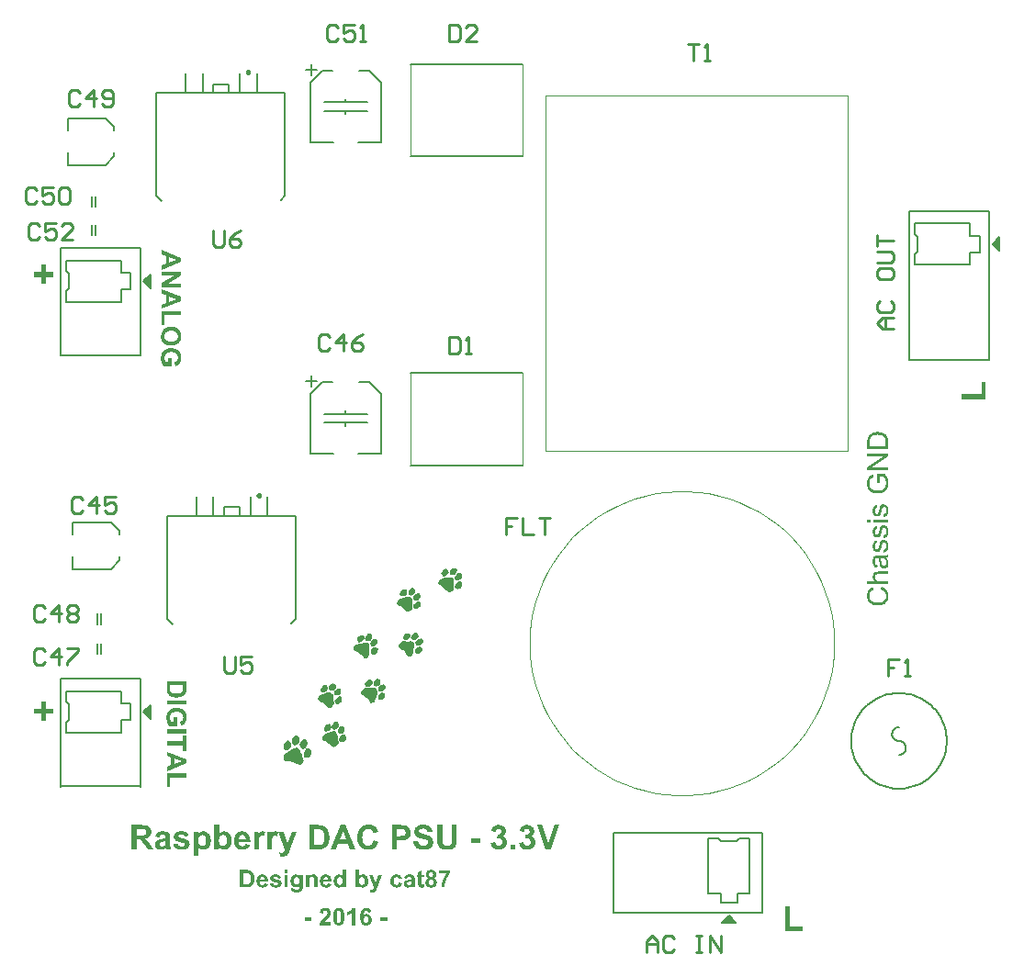
<source format=gto>
%FSLAX23Y23*%
%MOMM*%
%SFA1B1*%

%IPPOS*%
%ADD30C,0.250000*%
%ADD31C,0.127000*%
%ADD32C,0.152000*%
%ADD33C,0.100000*%
%ADD34C,0.200000*%
%ADD35C,0.253999*%
%LNdigitalpsu-1*%
%LPD*%
G36*
X39400Y11357D02*
X39421Y11355D01*
X39441Y11353*
X39467Y11350*
X39492Y11346*
X39550Y11332*
X39610Y11311*
X39638Y11297*
X39668Y11281*
X39694Y11262*
X39719Y11241*
X39721Y11239*
X39724Y11237*
X39731Y11230*
X39740Y11221*
X39749Y11209*
X39758Y11195*
X39784Y11160*
X39807Y11117*
X39825Y11068*
X39842Y11010*
X39844Y10978*
X39846Y10945*
Y10943*
Y10941*
Y10927*
X39844Y10906*
X39839Y10878*
X39832Y10848*
X39821Y10816*
X39807Y10781*
X39786Y10746*
X39784Y10742*
X39775Y10732*
X39763Y10716*
X39745Y10698*
X39721Y10675*
X39694Y10654*
X39661Y10633*
X39624Y10614*
X39626*
X39631Y10612*
X39638Y10610*
X39647Y10605*
X39670Y10591*
X39701Y10573*
X39733Y10552*
X39768Y10524*
X39800Y10492*
X39828Y10455*
X39830Y10450*
X39839Y10436*
X39851Y10415*
X39863Y10388*
X39876Y10353*
X39886Y10311*
X39895Y10267*
X39897Y10219*
Y10216*
Y10209*
Y10198*
X39895Y10182*
X39893Y10163*
X39890Y10140*
X39886Y10117*
X39879Y10091*
X39863Y10034*
X39851Y10004*
X39837Y9973*
X39821Y9943*
X39800Y9913*
X39779Y9886*
X39754Y9858*
X39751Y9855*
X39747Y9851*
X39740Y9844*
X39728Y9837*
X39714Y9825*
X39696Y9814*
X39677Y9802*
X39654Y9788*
X39629Y9774*
X39599Y9763*
X39569Y9751*
X39536Y9740*
X39499Y9733*
X39460Y9726*
X39421Y9721*
X39377Y9719*
X39356*
X39340Y9721*
X39321Y9724*
X39300Y9726*
X39277Y9728*
X39249Y9733*
X39191Y9747*
X39131Y9768*
X39101Y9779*
X39071Y9795*
X39041Y9811*
X39013Y9832*
X39011Y9835*
X39006Y9839*
X38997Y9846*
X38986Y9858*
X38974Y9872*
X38960Y9888*
X38944Y9909*
X38928Y9929*
X38911Y9955*
X38895Y9983*
X38881Y10013*
X38870Y10048*
X38858Y10082*
X38849Y10122*
X38844Y10161*
X38842Y10205*
Y10207*
Y10212*
Y10219*
Y10228*
X38844Y10253*
X38849Y10284*
X38858Y10321*
X38868Y10362*
X38884Y10404*
X38905Y10445*
Y10448*
X38907Y10450*
X38916Y10464*
X38932Y10483*
X38955Y10508*
X38983Y10536*
X39018Y10564*
X39060Y10589*
X39108Y10614*
X39106*
X39104Y10617*
X39090Y10624*
X39069Y10635*
X39043Y10649*
X39013Y10670*
X38986Y10693*
X38958Y10721*
X38935Y10751*
X38932Y10756*
X38925Y10767*
X38918Y10783*
X38909Y10809*
X38898Y10837*
X38891Y10871*
X38884Y10906*
X38881Y10945*
Y10948*
Y10952*
Y10962*
X38884Y10975*
X38886Y10989*
X38888Y11008*
X38898Y11049*
X38911Y11096*
X38935Y11147*
X38949Y11170*
X38965Y11195*
X38986Y11218*
X39006Y11241*
X39009Y11244*
X39013Y11246*
X39020Y11253*
X39029Y11260*
X39043Y11269*
X39057Y11279*
X39076Y11290*
X39099Y11302*
X39122Y11311*
X39148Y11322*
X39178Y11332*
X39210Y11341*
X39245Y11348*
X39282Y11355*
X39321Y11357*
X39363Y11360*
X39386*
X39400Y11357*
G37*
G36*
X26914Y10934D02*
X26930D01*
X26946Y10929*
X26969Y10927*
X26992Y10920*
X27018Y10913*
X27046Y10901*
X27073Y10890*
X27103Y10874*
X27134Y10855*
X27164Y10834*
X27194Y10806*
X27221Y10779*
X27249Y10744*
Y10911*
X27536*
Y9867*
Y9865*
Y9858*
Y9848*
Y9835*
Y9816*
X27534Y9798*
X27532Y9754*
X27527Y9703*
X27522Y9652*
X27513Y9603*
X27508Y9582*
X27501Y9562*
X27499Y9557*
X27495Y9545*
X27488Y9527*
X27476Y9504*
X27462Y9478*
X27446Y9450*
X27427Y9425*
X27404Y9402*
X27402Y9400*
X27393Y9393*
X27379Y9381*
X27363Y9370*
X27339Y9356*
X27312Y9339*
X27279Y9326*
X27242Y9312*
X27238Y9309*
X27224Y9307*
X27203Y9300*
X27173Y9295*
X27134Y9289*
X27090Y9282*
X27039Y9279*
X26983Y9277*
X26955*
X26935Y9279*
X26911*
X26884Y9282*
X26854Y9286*
X26821Y9291*
X26752Y9302*
X26682Y9321*
X26650Y9332*
X26618Y9346*
X26590Y9360*
X26564Y9379*
X26562Y9381*
X26560Y9383*
X26546Y9397*
X26525Y9418*
X26504Y9448*
X26481Y9485*
X26460Y9529*
X26446Y9580*
X26444Y9608*
X26442Y9636*
Y9638*
Y9647*
Y9659*
X26444Y9673*
X26796Y9631*
Y9629*
X26798Y9622*
X26800Y9610*
X26803Y9599*
X26814Y9571*
X26823Y9557*
X26835Y9548*
X26837Y9545*
X26844Y9543*
X26854Y9536*
X26870Y9531*
X26888Y9525*
X26911Y9518*
X26939Y9515*
X26972Y9513*
X26992*
X27013Y9515*
X27039Y9518*
X27069Y9522*
X27099Y9529*
X27127Y9538*
X27152Y9550*
X27154Y9552*
X27159Y9555*
X27166Y9559*
X27175Y9569*
X27184Y9580*
X27194Y9594*
X27203Y9610*
X27212Y9629*
Y9631*
X27215Y9636*
X27217Y9645*
X27221Y9661*
X27224Y9680*
X27226Y9703*
X27228Y9733*
Y9768*
Y9936*
X27226Y9934*
X27221Y9929*
X27215Y9920*
X27203Y9906*
X27191Y9892*
X27175Y9876*
X27154Y9860*
X27134Y9844*
X27110Y9825*
X27083Y9809*
X27025Y9779*
X26992Y9768*
X26958Y9758*
X26921Y9751*
X26881Y9749*
X26872*
X26858Y9751*
X26842*
X26823Y9756*
X26800Y9761*
X26775Y9765*
X26747Y9774*
X26719Y9784*
X26689Y9798*
X26657Y9814*
X26627Y9832*
X26597Y9855*
X26567Y9881*
X26539Y9911*
X26511Y9946*
Y9948*
X26506Y9953*
X26502Y9962*
X26495Y9973*
X26486Y9990*
X26476Y10008*
X26467Y10029*
X26458Y10054*
X26449Y10080*
X26439Y10110*
X26430Y10142*
X26421Y10177*
X26409Y10251*
X26407Y10293*
X26405Y10334*
Y10337*
Y10348*
Y10362*
X26407Y10383*
X26409Y10406*
X26412Y10434*
X26416Y10466*
X26423Y10499*
X26439Y10573*
X26451Y10610*
X26462Y10647*
X26479Y10682*
X26497Y10719*
X26518Y10751*
X26543Y10781*
X26546Y10783*
X26550Y10788*
X26557Y10795*
X26569Y10806*
X26583Y10818*
X26599Y10830*
X26618Y10843*
X26641Y10860*
X26664Y10874*
X26692Y10887*
X26749Y10913*
X26784Y10922*
X26819Y10929*
X26856Y10934*
X26893Y10936*
X26902*
X26914Y10934*
G37*
G36*
X38703Y15529D02*
X38739Y15526D01*
X38781Y15522*
X38823Y15516*
X38871Y15509*
X38975Y15487*
X39027Y15471*
X39079Y15454*
X39131Y15432*
X39179Y15406*
X39224Y15377*
X39267Y15344*
X39270Y15341*
X39276Y15335*
X39286Y15325*
X39299Y15312*
X39315Y15292*
X39335Y15270*
X39354Y15244*
X39377Y15215*
X39396Y15179*
X39416Y15144*
X39435Y15101*
X39451Y15056*
X39467Y15011*
X39480Y14959*
X39490Y14907*
X39493Y14849*
X39040Y14833*
Y14836*
Y14839*
X39033Y14862*
X39027Y14891*
X39014Y14927*
X38998Y14969*
X38975Y15008*
X38946Y15046*
X38914Y15079*
X38910Y15082*
X38897Y15092*
X38875Y15105*
X38842Y15118*
X38803Y15131*
X38755Y15144*
X38697Y15153*
X38629Y15156*
X38596*
X38561Y15153*
X38518Y15147*
X38470Y15137*
X38418Y15121*
X38369Y15101*
X38324Y15072*
X38321Y15069*
X38314Y15063*
X38301Y15053*
X38289Y15037*
X38276Y15017*
X38263Y14991*
X38256Y14965*
X38253Y14933*
Y14930*
Y14920*
X38256Y14904*
X38263Y14888*
X38269Y14865*
X38279Y14842*
X38295Y14820*
X38318Y14797*
X38321Y14794*
X38337Y14784*
X38347Y14778*
X38363Y14771*
X38379Y14761*
X38402Y14752*
X38428Y14742*
X38457Y14729*
X38493Y14716*
X38528Y14703*
X38573Y14690*
X38622Y14677*
X38674Y14664*
X38732Y14648*
X38735*
X38748Y14645*
X38765Y14642*
X38787Y14635*
X38813Y14629*
X38846Y14619*
X38881Y14609*
X38917Y14599*
X38994Y14574*
X39075Y14548*
X39153Y14518*
X39186Y14502*
X39218Y14486*
X39221*
X39224Y14483*
X39244Y14470*
X39273Y14450*
X39309Y14425*
X39347Y14392*
X39390Y14353*
X39432Y14308*
X39467Y14256*
X39471Y14250*
X39480Y14230*
X39496Y14201*
X39513Y14159*
X39529Y14107*
X39545Y14046*
X39555Y13978*
X39558Y13900*
Y13897*
Y13890*
Y13881*
Y13868*
X39555Y13851*
X39552Y13829*
X39545Y13783*
X39532Y13725*
X39513Y13664*
X39484Y13602*
X39448Y13537*
Y13534*
X39441Y13531*
X39428Y13511*
X39403Y13479*
X39370Y13443*
X39328Y13401*
X39273Y13362*
X39215Y13323*
X39143Y13288*
X39140*
X39134Y13285*
X39124Y13281*
X39108Y13275*
X39088Y13268*
X39066Y13262*
X39040Y13255*
X39011Y13249*
X38975Y13239*
X38939Y13233*
X38855Y13220*
X38761Y13210*
X38658Y13207*
X38616*
X38586Y13210*
X38551Y13213*
X38512Y13217*
X38467Y13223*
X38418Y13233*
X38311Y13255*
X38256Y13272*
X38204Y13288*
X38149Y13311*
X38097Y13336*
X38049Y13366*
X38004Y13401*
X38000Y13404*
X37994Y13411*
X37981Y13421*
X37968Y13437*
X37948Y13459*
X37929Y13485*
X37906Y13515*
X37884Y13547*
X37861Y13586*
X37838Y13628*
X37816Y13676*
X37793Y13728*
X37777Y13783*
X37757Y13845*
X37744Y13910*
X37735Y13978*
X38175Y14020*
Y14017*
X38178Y14010*
Y13997*
X38182Y13984*
X38195Y13945*
X38211Y13897*
X38230Y13842*
X38259Y13787*
X38292Y13738*
X38334Y13693*
X38340Y13689*
X38357Y13676*
X38382Y13660*
X38421Y13641*
X38470Y13621*
X38525Y13605*
X38590Y13592*
X38664Y13589*
X38700*
X38739Y13596*
X38787Y13602*
X38839Y13612*
X38894Y13628*
X38946Y13651*
X38991Y13680*
X38998Y13683*
X39011Y13696*
X39027Y13715*
X39050Y13741*
X39069Y13774*
X39088Y13813*
X39101Y13851*
X39105Y13897*
Y13900*
Y13910*
X39101Y13926*
X39098Y13945*
X39092Y13965*
X39085Y13987*
X39072Y14010*
X39056Y14033*
X39053Y14036*
X39046Y14042*
X39037Y14052*
X39020Y14065*
X38998Y14081*
X38969Y14097*
X38936Y14114*
X38894Y14130*
X38891*
X38878Y14136*
X38855Y14143*
X38839Y14149*
X38820Y14153*
X38797Y14159*
X38771Y14169*
X38742Y14175*
X38710Y14185*
X38671Y14195*
X38629Y14204*
X38583Y14217*
X38531Y14230*
X38528*
X38515Y14233*
X38496Y14240*
X38473Y14246*
X38444Y14256*
X38408Y14266*
X38373Y14279*
X38331Y14292*
X38246Y14324*
X38165Y14363*
X38123Y14382*
X38088Y14405*
X38052Y14428*
X38023Y14450*
X38020Y14454*
X38013Y14460*
X38004Y14470*
X37991Y14483*
X37974Y14502*
X37958Y14525*
X37939Y14548*
X37923Y14577*
X37884Y14645*
X37851Y14723*
X37838Y14765*
X37829Y14807*
X37822Y14855*
X37819Y14904*
Y14907*
Y14910*
Y14920*
Y14933*
X37825Y14965*
X37832Y15008*
X37842Y15056*
X37858Y15111*
X37880Y15169*
X37913Y15224*
Y15228*
X37916Y15231*
X37932Y15250*
X37952Y15276*
X37984Y15309*
X38023Y15344*
X38072Y15383*
X38127Y15419*
X38191Y15451*
X38195*
X38201Y15454*
X38211Y15458*
X38224Y15464*
X38243Y15471*
X38263Y15477*
X38289Y15484*
X38318Y15493*
X38382Y15506*
X38457Y15519*
X38541Y15529*
X38635Y15532*
X38674*
X38703Y15529*
G37*
G36*
X23845Y10934D02*
X23866Y10931D01*
X23892Y10927*
X23919Y10922*
X23950Y10915*
X23982Y10906*
X24014Y10894*
X24049Y10881*
X24084Y10862*
X24116Y10843*
X24149Y10820*
X24181Y10793*
X24209Y10763*
X24211Y10760*
X24216Y10756*
X24223Y10744*
X24232Y10730*
X24243Y10712*
X24255Y10691*
X24269Y10663*
X24283Y10633*
X24297Y10598*
X24311Y10559*
X24322Y10517*
X24334Y10469*
X24343Y10418*
X24350Y10362*
X24354Y10304*
Y10240*
X23586*
Y10237*
Y10233*
Y10226*
X23589Y10216*
X23591Y10193*
X23596Y10161*
X23605Y10128*
X23619Y10091*
X23635Y10057*
X23658Y10027*
X23660Y10024*
X23672Y10015*
X23686Y10004*
X23707Y9990*
X23732Y9976*
X23764Y9964*
X23799Y9955*
X23836Y9953*
X23848*
X23862Y9955*
X23878Y9957*
X23896Y9962*
X23917Y9969*
X23938Y9978*
X23957Y9992*
X23959Y9994*
X23966Y9999*
X23975Y10008*
X23984Y10022*
X23998Y10041*
X24010Y10061*
X24021Y10089*
X24033Y10119*
X24338Y10068*
Y10066*
X24336Y10061*
X24331Y10052*
X24327Y10041*
X24320Y10027*
X24313Y10010*
X24292Y9973*
X24267Y9932*
X24234Y9888*
X24195Y9848*
X24151Y9811*
X24149*
X24146Y9807*
X24137Y9805*
X24128Y9798*
X24116Y9791*
X24100Y9784*
X24084Y9777*
X24063Y9768*
X24017Y9751*
X23963Y9737*
X23901Y9728*
X23834Y9724*
X23820*
X23806Y9726*
X23785*
X23760Y9730*
X23730Y9735*
X23697Y9740*
X23665Y9749*
X23628Y9758*
X23591Y9772*
X23554Y9788*
X23517Y9807*
X23480Y9830*
X23445Y9855*
X23415Y9886*
X23385Y9920*
X23383Y9923*
X23380Y9927*
X23376Y9936*
X23366Y9948*
X23360Y9964*
X23350Y9983*
X23339Y10004*
X23329Y10029*
X23318Y10057*
X23309Y10087*
X23297Y10119*
X23290Y10156*
X23283Y10193*
X23276Y10233*
X23274Y10277*
X23272Y10321*
Y10323*
Y10332*
Y10348*
X23274Y10369*
X23276Y10392*
X23279Y10420*
X23283Y10450*
X23290Y10485*
X23309Y10557*
X23320Y10594*
X23334Y10633*
X23353Y10670*
X23373Y10705*
X23397Y10739*
X23422Y10772*
X23424Y10774*
X23429Y10779*
X23438Y10788*
X23450Y10797*
X23464Y10809*
X23482Y10823*
X23503Y10839*
X23526Y10855*
X23552Y10869*
X23582Y10885*
X23612Y10899*
X23646Y10911*
X23681Y10920*
X23720Y10929*
X23760Y10934*
X23801Y10936*
X23827*
X23845Y10934*
G37*
G36*
X38490Y10911D02*
X38701D01*
Y10665*
X38490*
Y10196*
Y10193*
Y10189*
Y10182*
Y10172*
Y10149*
Y10122*
X38493Y10094*
Y10066*
Y10045*
X38495Y10036*
Y10031*
X38497Y10027*
X38502Y10017*
X38509Y10006*
X38523Y9992*
X38527Y9990*
X38537Y9985*
X38553Y9980*
X38574Y9978*
X38583*
X38592Y9980*
X38606Y9983*
X38625Y9985*
X38645Y9990*
X38671Y9997*
X38699Y10006*
X38726Y9768*
X38724*
X38722Y9765*
X38708Y9761*
X38685Y9754*
X38655Y9747*
X38620Y9737*
X38578Y9730*
X38532Y9726*
X38483Y9724*
X38470*
X38453Y9726*
X38433Y9728*
X38409Y9730*
X38384Y9735*
X38358Y9742*
X38333Y9751*
X38331Y9754*
X38321Y9756*
X38310Y9763*
X38296Y9770*
X38264Y9793*
X38247Y9807*
X38234Y9823*
X38231Y9825*
X38229Y9832*
X38224Y9842*
X38217Y9855*
X38210Y9872*
X38203Y9892*
X38196Y9916*
X38192Y9941*
Y9943*
X38190Y9953*
Y9967*
X38187Y9990*
X38185Y10020*
Y10057*
X38183Y10078*
Y10103*
Y10128*
Y10159*
Y10665*
X38041*
Y10911*
X38183*
Y11142*
X38490Y11322*
Y10911*
G37*
G36*
X32738Y10774D02*
X32740Y10776D01*
X32745Y10781*
X32752Y10788*
X32763Y10800*
X32777Y10811*
X32793Y10825*
X32812Y10841*
X32833Y10855*
X32881Y10885*
X32939Y10911*
X32969Y10922*
X33004Y10929*
X33039Y10934*
X33073Y10936*
X33094*
X33108Y10934*
X33127Y10931*
X33147Y10927*
X33171Y10922*
X33198Y10918*
X33254Y10899*
X33282Y10885*
X33312Y10871*
X33342Y10853*
X33370Y10832*
X33397Y10809*
X33425Y10781*
X33427Y10779*
X33432Y10774*
X33439Y10765*
X33448Y10753*
X33458Y10737*
X33469Y10719*
X33483Y10695*
X33497Y10670*
X33508Y10640*
X33522Y10607*
X33534Y10570*
X33545Y10531*
X33552Y10489*
X33559Y10443*
X33564Y10395*
X33566Y10341*
Y10339*
Y10327*
Y10314*
X33564Y10293*
X33562Y10267*
X33559Y10240*
X33555Y10207*
X33548Y10172*
X33532Y10098*
X33520Y10061*
X33506Y10022*
X33490Y9985*
X33469Y9948*
X33448Y9916*
X33423Y9883*
X33421Y9881*
X33416Y9876*
X33409Y9869*
X33397Y9858*
X33383Y9846*
X33367Y9832*
X33349Y9818*
X33328Y9805*
X33303Y9788*
X33277Y9774*
X33217Y9749*
X33184Y9737*
X33152Y9730*
X33115Y9726*
X33078Y9724*
X33062*
X33041Y9726*
X33016Y9730*
X32985Y9735*
X32953Y9744*
X32918Y9756*
X32881Y9772*
X32877Y9774*
X32865Y9781*
X32847Y9793*
X32824Y9809*
X32798Y9830*
X32770Y9853*
X32743Y9883*
X32715Y9918*
Y9749*
X32430*
Y11350*
X32738*
Y10774*
G37*
G36*
X29693Y10934D02*
X29714Y10931D01*
X29739Y10927*
X29767Y10922*
X29797Y10915*
X29829Y10906*
X29862Y10894*
X29896Y10881*
X29931Y10862*
X29963Y10843*
X29996Y10820*
X30028Y10793*
X30056Y10763*
X30058Y10760*
X30063Y10756*
X30070Y10744*
X30079Y10730*
X30091Y10712*
X30102Y10691*
X30116Y10663*
X30130Y10633*
X30144Y10598*
X30158Y10559*
X30169Y10517*
X30181Y10469*
X30190Y10418*
X30197Y10362*
X30202Y10304*
Y10240*
X29434*
Y10237*
Y10233*
Y10226*
X29436Y10216*
X29438Y10193*
X29443Y10161*
X29452Y10128*
X29466Y10091*
X29482Y10057*
X29505Y10027*
X29508Y10024*
X29519Y10015*
X29533Y10004*
X29554Y9990*
X29579Y9976*
X29612Y9964*
X29646Y9955*
X29683Y9953*
X29695*
X29709Y9955*
X29725Y9957*
X29744Y9962*
X29764Y9969*
X29785Y9978*
X29804Y9992*
X29806Y9994*
X29813Y9999*
X29822Y10008*
X29832Y10022*
X29845Y10041*
X29857Y10061*
X29869Y10089*
X29880Y10119*
X30186Y10068*
Y10066*
X30183Y10061*
X30179Y10052*
X30174Y10041*
X30167Y10027*
X30160Y10010*
X30139Y9973*
X30114Y9932*
X30082Y9888*
X30042Y9848*
X29998Y9811*
X29996*
X29994Y9807*
X29984Y9805*
X29975Y9798*
X29963Y9791*
X29947Y9784*
X29931Y9777*
X29910Y9768*
X29864Y9751*
X29811Y9737*
X29748Y9728*
X29681Y9724*
X29667*
X29653Y9726*
X29633*
X29607Y9730*
X29577Y9735*
X29545Y9740*
X29512Y9749*
X29475Y9758*
X29438Y9772*
X29401Y9788*
X29364Y9807*
X29327Y9830*
X29292Y9855*
X29262Y9886*
X29232Y9920*
X29230Y9923*
X29228Y9927*
X29223Y9936*
X29214Y9948*
X29207Y9964*
X29198Y9983*
X29186Y10004*
X29177Y10029*
X29165Y10057*
X29156Y10087*
X29144Y10119*
X29137Y10156*
X29130Y10193*
X29124Y10233*
X29121Y10277*
X29119Y10321*
Y10323*
Y10332*
Y10348*
X29121Y10369*
X29124Y10392*
X29126Y10420*
X29130Y10450*
X29137Y10485*
X29156Y10557*
X29167Y10594*
X29181Y10633*
X29200Y10670*
X29221Y10705*
X29244Y10739*
X29269Y10772*
X29272Y10774*
X29276Y10779*
X29286Y10788*
X29297Y10797*
X29311Y10809*
X29329Y10823*
X29350Y10839*
X29373Y10855*
X29399Y10869*
X29429Y10885*
X29459Y10899*
X29494Y10911*
X29528Y10920*
X29568Y10929*
X29607Y10934*
X29649Y10936*
X29674*
X29693Y10934*
G37*
G36*
X16419Y14907D02*
X16451Y14904D01*
X16487Y14901*
X16526Y14897*
X16607Y14884*
X16688Y14865*
X16765Y14836*
X16801Y14820*
X16833Y14800*
X16837*
X16840Y14794*
X16859Y14781*
X16888Y14755*
X16921Y14719*
X16960Y14677*
X16995Y14622*
X17031Y14557*
X17057Y14483*
X16652Y14408*
Y14412*
X16646Y14425*
X16639Y14441*
X16629Y14460*
X16616Y14486*
X16597Y14509*
X16578Y14531*
X16552Y14551*
X16548Y14554*
X16539Y14561*
X16523Y14567*
X16500Y14577*
X16471Y14586*
X16435Y14596*
X16393Y14599*
X16344Y14603*
X16315*
X16286Y14599*
X16251Y14596*
X16208Y14590*
X16170Y14583*
X16134Y14570*
X16102Y14554*
X16098*
X16095Y14548*
X16079Y14531*
X16059Y14502*
X16056Y14486*
X16053Y14467*
Y14463*
Y14460*
X16059Y14441*
X16072Y14415*
X16082Y14402*
X16095Y14389*
X16098Y14386*
X16111Y14382*
X16118Y14376*
X16131Y14373*
X16147Y14366*
X16166Y14357*
X16192Y14350*
X16218Y14340*
X16251Y14331*
X16289Y14321*
X16331Y14308*
X16380Y14295*
X16435Y14282*
X16497Y14266*
X16500*
X16513Y14263*
X16529Y14259*
X16552Y14253*
X16581Y14243*
X16613Y14237*
X16684Y14214*
X16765Y14185*
X16843Y14153*
X16882Y14133*
X16918Y14117*
X16947Y14094*
X16976Y14075*
X16982Y14068*
X16999Y14055*
X17018Y14029*
X17044Y13994*
X17070Y13949*
X17089Y13893*
X17105Y13829*
X17112Y13757*
Y13754*
Y13748*
Y13735*
X17109Y13719*
X17105Y13702*
X17102Y13680*
X17089Y13625*
X17067Y13566*
X17050Y13534*
X17034Y13502*
X17012Y13469*
X16986Y13437*
X16957Y13404*
X16924Y13372*
X16921Y13369*
X16914Y13366*
X16905Y13359*
X16888Y13346*
X16869Y13336*
X16846Y13323*
X16817Y13307*
X16785Y13294*
X16749Y13278*
X16707Y13265*
X16662Y13249*
X16613Y13239*
X16558Y13230*
X16500Y13220*
X16438Y13217*
X16374Y13213*
X16341*
X16319Y13217*
X16289*
X16257Y13220*
X16221Y13223*
X16183Y13230*
X16098Y13246*
X16011Y13268*
X15923Y13301*
X15885Y13323*
X15846Y13346*
X15842Y13349*
X15836Y13353*
X15826Y13359*
X15817Y13372*
X15781Y13401*
X15742Y13443*
X15700Y13495*
X15661Y13557*
X15625Y13631*
X15596Y13712*
X16027Y13777*
Y13770*
X16034Y13757*
X16040Y13735*
X16050Y13706*
X16066Y13673*
X16085Y13644*
X16108Y13612*
X16137Y13586*
X16140Y13583*
X16153Y13576*
X16173Y13566*
X16199Y13557*
X16231Y13544*
X16273Y13534*
X16319Y13528*
X16374Y13524*
X16399*
X16432Y13528*
X16467Y13531*
X16506Y13537*
X16548Y13550*
X16587Y13563*
X16623Y13583*
X16626Y13586*
X16633Y13592*
X16642Y13602*
X16652Y13615*
X16662Y13631*
X16672Y13651*
X16678Y13673*
X16681Y13699*
Y13702*
Y13709*
X16678Y13728*
X16668Y13754*
X16649Y13780*
X16642Y13787*
X16633Y13790*
X16620Y13800*
X16600Y13806*
X16574Y13816*
X16545Y13825*
X16506Y13835*
X16500*
X16484Y13842*
X16458Y13848*
X16422Y13855*
X16380Y13864*
X16335Y13877*
X16283Y13890*
X16228Y13906*
X16114Y13939*
X16059Y13955*
X16008Y13974*
X15959Y13991*
X15914Y14010*
X15875Y14029*
X15846Y14046*
X15842Y14049*
X15836Y14052*
X15830Y14059*
X15817Y14072*
X15784Y14101*
X15752Y14143*
X15716Y14195*
X15684Y14256*
X15671Y14292*
X15664Y14331*
X15658Y14370*
X15655Y14412*
Y14415*
Y14421*
Y14431*
X15658Y14447*
X15661Y14463*
X15664Y14486*
X15674Y14535*
X15693Y14590*
X15726Y14648*
X15742Y14680*
X15765Y14710*
X15791Y14739*
X15820Y14765*
X15823Y14768*
X15826Y14771*
X15836Y14778*
X15852Y14787*
X15868Y14797*
X15891Y14810*
X15917Y14823*
X15946Y14839*
X15982Y14852*
X16021Y14865*
X16063Y14878*
X16108Y14888*
X16160Y14897*
X16215Y14904*
X16273Y14910*
X16393*
X16419Y14907*
G37*
G36*
X43865Y13848D02*
X43020D01*
Y14279*
X43865*
Y13848*
G37*
G36*
X50407Y13249D02*
X49918D01*
X49115Y15490*
X49604*
X50174Y13832*
X50721Y15490*
X51204*
X50407Y13249*
G37*
G36*
X18433Y14907D02*
X18456Y14904D01*
X18485Y14897*
X18517Y14891*
X18550Y14881*
X18589Y14871*
X18624Y14855*
X18666Y14839*
X18705Y14816*
X18747Y14791*
X18786Y14761*
X18825Y14726*
X18864Y14687*
X18867Y14684*
X18874Y14677*
X18883Y14664*
X18896Y14645*
X18909Y14625*
X18926Y14596*
X18945Y14564*
X18964Y14528*
X18981Y14486*
X19000Y14441*
X19016Y14389*
X19032Y14334*
X19042Y14272*
X19052Y14211*
X19058Y14140*
X19062Y14068*
Y14065*
Y14052*
Y14029*
X19058Y14000*
X19055Y13968*
X19052Y13929*
X19045Y13884*
X19036Y13838*
X19013Y13735*
X18997Y13683*
X18977Y13631*
X18955Y13579*
X18926Y13531*
X18896Y13482*
X18861Y13437*
X18858Y13434*
X18851Y13427*
X18841Y13417*
X18825Y13401*
X18806Y13385*
X18783Y13366*
X18757Y13346*
X18728Y13327*
X18692Y13304*
X18657Y13285*
X18576Y13249*
X18530Y13233*
X18482Y13223*
X18433Y13217*
X18381Y13213*
X18359*
X18333Y13217*
X18300Y13220*
X18262Y13226*
X18220Y13236*
X18177Y13249*
X18135Y13265*
X18132Y13268*
X18116Y13275*
X18096Y13291*
X18067Y13311*
X18032Y13333*
X17996Y13366*
X17954Y13404*
X17909Y13450*
Y12627*
X17478*
Y14875*
X17879*
Y14635*
X17883Y14642*
X17892Y14655*
X17912Y14677*
X17935Y14706*
X17964Y14739*
X18003Y14771*
X18041Y14803*
X18090Y14833*
X18096Y14836*
X18113Y14846*
X18142Y14859*
X18177Y14871*
X18220Y14884*
X18271Y14897*
X18326Y14907*
X18385Y14910*
X18411*
X18433Y14907*
G37*
G36*
X33667Y15529D02*
X33703Y15526D01*
X33742Y15519*
X33787Y15513*
X33836Y15503*
X33887Y15490*
X33942Y15474*
X33997Y15454*
X34056Y15429*
X34111Y15403*
X34163Y15370*
X34218Y15331*
X34266Y15289*
X34270*
X34273Y15283*
X34282Y15273*
X34292Y15263*
X34305Y15247*
X34318Y15228*
X34354Y15182*
X34389Y15124*
X34428Y15053*
X34464Y14972*
X34496Y14878*
X34049Y14771*
Y14774*
X34046Y14778*
Y14787*
X34040Y14800*
X34030Y14829*
X34014Y14868*
X33991Y14914*
X33962Y14959*
X33923Y15004*
X33881Y15043*
X33874Y15046*
X33858Y15059*
X33832Y15076*
X33797Y15095*
X33751Y15114*
X33700Y15131*
X33641Y15144*
X33576Y15147*
X33554*
X33534Y15144*
X33515Y15140*
X33489Y15137*
X33434Y15124*
X33369Y15101*
X33301Y15069*
X33266Y15050*
X33233Y15027*
X33201Y14998*
X33172Y14965*
Y14962*
X33165Y14956*
X33159Y14946*
X33149Y14930*
X33136Y14910*
X33123Y14888*
X33110Y14859*
X33097Y14826*
X33081Y14787*
X33068Y14745*
X33055Y14697*
X33042Y14645*
X33032Y14586*
X33026Y14525*
X33023Y14457*
X33019Y14382*
Y14379*
Y14363*
Y14340*
X33023Y14314*
Y14279*
X33029Y14237*
X33032Y14195*
X33039Y14146*
X33058Y14046*
X33084Y13945*
X33100Y13897*
X33123Y13851*
X33146Y13809*
X33172Y13774*
X33175Y13770*
X33178Y13767*
X33188Y13757*
X33201Y13744*
X33233Y13719*
X33279Y13686*
X33334Y13651*
X33402Y13625*
X33479Y13602*
X33521Y13599*
X33567Y13596*
X33583*
X33596Y13599*
X33632Y13602*
X33674Y13608*
X33719Y13625*
X33771Y13644*
X33823Y13670*
X33874Y13709*
X33881Y13715*
X33897Y13732*
X33920Y13757*
X33946Y13796*
X33978Y13848*
X34007Y13910*
X34036Y13984*
X34062Y14072*
X34503Y13936*
Y13932*
X34499Y13919*
X34493Y13900*
X34483Y13874*
X34470Y13845*
X34457Y13809*
X34441Y13770*
X34422Y13728*
X34376Y13641*
X34318Y13550*
X34247Y13463*
X34208Y13424*
X34166Y13388*
X34163Y13385*
X34156Y13382*
X34143Y13372*
X34124Y13359*
X34101Y13346*
X34072Y13333*
X34040Y13317*
X34004Y13301*
X33962Y13281*
X33917Y13265*
X33868Y13252*
X33816Y13239*
X33761Y13226*
X33700Y13217*
X33638Y13213*
X33570Y13210*
X33551*
X33528Y13213*
X33496Y13217*
X33460Y13220*
X33415Y13226*
X33366Y13236*
X33311Y13249*
X33256Y13265*
X33198Y13285*
X33136Y13311*
X33075Y13340*
X33013Y13372*
X32951Y13414*
X32893Y13459*
X32838Y13515*
X32835Y13518*
X32825Y13528*
X32812Y13547*
X32793Y13570*
X32773Y13602*
X32747Y13638*
X32722Y13683*
X32696Y13735*
X32670Y13790*
X32644Y13851*
X32618Y13923*
X32598Y13997*
X32579Y14075*
X32566Y14162*
X32556Y14253*
X32553Y14350*
Y14353*
Y14357*
Y14376*
X32556Y14405*
Y14444*
X32563Y14489*
X32569Y14544*
X32576Y14603*
X32589Y14671*
X32605Y14739*
X32624Y14810*
X32647Y14881*
X32676Y14956*
X32709Y15027*
X32747Y15095*
X32790Y15160*
X32841Y15221*
X32845Y15224*
X32854Y15234*
X32870Y15250*
X32893Y15270*
X32922Y15292*
X32958Y15318*
X32997Y15348*
X33045Y15377*
X33097Y15406*
X33152Y15435*
X33217Y15461*
X33282Y15484*
X33356Y15503*
X33431Y15519*
X33515Y15529*
X33599Y15532*
X33638*
X33667Y15529*
G37*
G36*
X25079Y14907D02*
X25114Y14901D01*
X25160Y14891*
X25208Y14875*
X25257Y14855*
X25309Y14826*
X25173Y14454*
X25169Y14457*
X25153Y14463*
X25134Y14476*
X25108Y14489*
X25075Y14502*
X25043Y14515*
X25007Y14522*
X24972Y14525*
X24959*
X24939Y14522*
X24920Y14518*
X24897Y14512*
X24871Y14502*
X24845Y14489*
X24820Y14473*
X24816Y14470*
X24810Y14463*
X24797Y14450*
X24784Y14431*
X24768Y14408*
X24752Y14376*
X24735Y14337*
X24722Y14292*
Y14285*
X24719Y14276*
X24716Y14266*
Y14250*
X24713Y14230*
X24709Y14204*
X24706Y14175*
X24703Y14143*
X24700Y14101*
X24697Y14059*
Y14007*
X24693Y13952*
X24690Y13890*
Y13822*
Y13748*
Y13249*
X24259*
Y14875*
X24658*
Y14645*
X24661Y14648*
X24674Y14667*
X24693Y14697*
X24719Y14732*
X24745Y14768*
X24777Y14803*
X24807Y14836*
X24839Y14859*
X24842Y14862*
X24852Y14868*
X24871Y14875*
X24894Y14884*
X24920Y14894*
X24952Y14904*
X24985Y14907*
X25024Y14910*
X25050*
X25079Y14907*
G37*
G36*
X23861D02*
X23897Y14901D01*
X23942Y14891*
X23991Y14875*
X24039Y14855*
X24091Y14826*
X23955Y14454*
X23952Y14457*
X23935Y14463*
X23916Y14476*
X23890Y14489*
X23858Y14502*
X23825Y14515*
X23790Y14522*
X23754Y14525*
X23741*
X23722Y14522*
X23702Y14518*
X23680Y14512*
X23654Y14502*
X23628Y14489*
X23602Y14473*
X23599Y14470*
X23592Y14463*
X23579Y14450*
X23566Y14431*
X23550Y14408*
X23534Y14376*
X23518Y14337*
X23505Y14292*
Y14285*
X23502Y14276*
X23498Y14266*
Y14250*
X23495Y14230*
X23492Y14204*
X23489Y14175*
X23485Y14143*
X23482Y14101*
X23479Y14059*
Y14007*
X23476Y13952*
X23472Y13890*
Y13822*
Y13748*
Y13249*
X23042*
Y14875*
X23440*
Y14645*
X23443Y14648*
X23456Y14667*
X23476Y14697*
X23502Y14732*
X23527Y14768*
X23560Y14803*
X23589Y14836*
X23621Y14859*
X23625Y14862*
X23634Y14868*
X23654Y14875*
X23676Y14884*
X23702Y14894*
X23735Y14904*
X23767Y14907*
X23806Y14910*
X23832*
X23861Y14907*
G37*
G36*
X22406Y11348D02*
X22450Y11346D01*
X22499Y11343*
X22550Y11336*
X22598Y11329*
X22642Y11318*
X22644*
X22649Y11316*
X22656Y11313*
X22665Y11311*
X22693Y11299*
X22725Y11283*
X22763Y11262*
X22804Y11237*
X22843Y11207*
X22883Y11170*
X22885*
X22887Y11165*
X22899Y11151*
X22918Y11128*
X22938Y11098*
X22964Y11061*
X22989Y11017*
X23015Y10966*
X23036Y10911*
Y10908*
X23038Y10904*
X23040Y10894*
X23045Y10883*
X23047Y10869*
X23052Y10850*
X23056Y10830*
X23063Y10806*
X23068Y10781*
X23073Y10751*
X23077Y10721*
X23080Y10686*
X23086Y10614*
X23089Y10533*
Y10531*
Y10524*
Y10515*
Y10501*
X23086Y10483*
Y10464*
X23084Y10441*
X23082Y10415*
X23077Y10362*
X23068Y10307*
X23054Y10249*
X23038Y10193*
Y10191*
X23036Y10186*
X23031Y10177*
X23026Y10163*
X23022Y10149*
X23012Y10133*
X22994Y10091*
X22971Y10048*
X22941Y9999*
X22906Y9953*
X22867Y9909*
X22862Y9904*
X22850Y9895*
X22832Y9881*
X22806Y9862*
X22774Y9842*
X22737Y9821*
X22691Y9800*
X22640Y9781*
X22638*
X22635Y9779*
X22628*
X22621Y9777*
X22596Y9772*
X22564Y9765*
X22524Y9758*
X22476Y9754*
X22418Y9751*
X22355Y9749*
X21749*
Y11350*
X22388*
X22406Y11348*
G37*
G36*
X30886Y7857D02*
X30905Y7855D01*
X30928Y7850*
X30951Y7846*
X30979Y7839*
X31009Y7829*
X31037Y7818*
X31067Y7806*
X31097Y7790*
X31127Y7769*
X31157Y7748*
X31185Y7723*
X31210Y7693*
X31213Y7691*
X31217Y7684*
X31224Y7672*
X31236Y7656*
X31247Y7633*
X31261Y7605*
X31275Y7575*
X31289Y7536*
X31303Y7494*
X31319Y7445*
X31331Y7392*
X31342Y7332*
X31354Y7267*
X31361Y7198*
X31365Y7121*
X31368Y7038*
Y7036*
Y7033*
Y7026*
Y7017*
Y6994*
X31365Y6964*
X31363Y6927*
X31358Y6883*
X31354Y6837*
X31349Y6786*
X31340Y6733*
X31328Y6677*
X31317Y6624*
X31301Y6571*
X31284Y6517*
X31261Y6469*
X31238Y6423*
X31210Y6383*
X31208Y6381*
X31203Y6376*
X31196Y6367*
X31187Y6358*
X31173Y6346*
X31157Y6332*
X31136Y6316*
X31116Y6302*
X31090Y6286*
X31065Y6270*
X31035Y6256*
X31002Y6244*
X30967Y6235*
X30928Y6226*
X30889Y6221*
X30847Y6219*
X30838*
X30824Y6221*
X30808*
X30789Y6224*
X30766Y6228*
X30741Y6233*
X30713Y6242*
X30683Y6251*
X30653Y6263*
X30620Y6277*
X30590Y6295*
X30558Y6314*
X30528Y6339*
X30498Y6365*
X30470Y6397*
X30468Y6399*
X30463Y6406*
X30456Y6418*
X30449Y6432*
X30438Y6453*
X30426Y6478*
X30412Y6510*
X30400Y6545*
X30387Y6587*
X30373Y6633*
X30361Y6686*
X30352Y6744*
X30343Y6809*
X30336Y6881*
X30331Y6957*
X30329Y7040*
Y7043*
Y7045*
Y7052*
Y7061*
Y7084*
X30331Y7114*
X30333Y7151*
X30338Y7195*
X30343Y7242*
X30347Y7293*
X30357Y7346*
X30366Y7399*
X30380Y7455*
X30394Y7508*
X30412Y7559*
X30433Y7607*
X30456Y7654*
X30484Y7693*
X30486Y7695*
X30491Y7700*
X30498Y7709*
X30509Y7718*
X30521Y7732*
X30537Y7746*
X30558Y7760*
X30579Y7776*
X30604Y7792*
X30630Y7806*
X30660Y7820*
X30692Y7834*
X30727Y7843*
X30766Y7853*
X30805Y7857*
X30847Y7859*
X30870*
X30886Y7857*
G37*
G36*
X26157Y11066D02*
X25849D01*
Y11350*
X26157*
Y11066*
G37*
G36*
X31518Y9749D02*
X31234D01*
Y9918*
X31232Y9913*
X31222Y9902*
X31206Y9883*
X31185Y9862*
X31162Y9839*
X31132Y9814*
X31100Y9791*
X31065Y9770*
X31060Y9768*
X31049Y9763*
X31028Y9756*
X31005Y9747*
X30975Y9737*
X30940Y9730*
X30905Y9726*
X30868Y9724*
X30850*
X30836Y9726*
X30817Y9728*
X30799Y9733*
X30776Y9737*
X30750Y9744*
X30725Y9751*
X30697Y9763*
X30669Y9774*
X30639Y9791*
X30611Y9809*
X30581Y9830*
X30554Y9855*
X30526Y9883*
X30523Y9886*
X30519Y9890*
X30512Y9899*
X30505Y9913*
X30493Y9929*
X30482Y9950*
X30468Y9973*
X30456Y10001*
X30442Y10031*
X30429Y10064*
X30417Y10101*
X30408Y10140*
X30399Y10184*
X30392Y10230*
X30387Y10279*
X30385Y10332*
Y10334*
Y10346*
Y10360*
X30387Y10381*
X30389Y10406*
X30392Y10434*
X30396Y10466*
X30401Y10499*
X30417Y10573*
X30429Y10610*
X30442Y10647*
X30459Y10684*
X30477Y10719*
X30498Y10751*
X30521Y10781*
X30523Y10783*
X30528Y10788*
X30535Y10795*
X30547Y10806*
X30560Y10818*
X30577Y10830*
X30595Y10843*
X30618Y10860*
X30641Y10874*
X30669Y10887*
X30727Y10913*
X30762Y10922*
X30797Y10929*
X30834Y10934*
X30873Y10936*
X30891*
X30905Y10934*
X30921Y10931*
X30942Y10927*
X30963Y10922*
X30989Y10915*
X31014Y10908*
X31042Y10897*
X31070Y10883*
X31097Y10869*
X31127Y10848*
X31155Y10827*
X31183Y10802*
X31211Y10774*
Y11350*
X31518*
Y9749*
G37*
G36*
X29651Y7857D02*
X29672Y7855D01*
X29695Y7853*
X29720Y7848*
X29748Y7843*
X29808Y7827*
X29868Y7804*
X29901Y7790*
X29928Y7774*
X29959Y7753*
X29984Y7730*
X29986Y7728*
X29991Y7725*
X29996Y7716*
X30005Y7707*
X30016Y7695*
X30028Y7679*
X30040Y7663*
X30053Y7642*
X30077Y7596*
X30100Y7542*
X30109Y7512*
X30114Y7480*
X30118Y7445*
X30121Y7411*
Y7406*
Y7392*
X30118Y7371*
X30116Y7346*
X30111Y7313*
X30104Y7279*
X30095Y7242*
X30081Y7205*
X30079Y7200*
X30074Y7188*
X30065Y7168*
X30051Y7142*
X30035Y7112*
X30014Y7077*
X29989Y7040*
X29959Y7001*
X29956Y6999*
X29947Y6987*
X29933Y6971*
X29912Y6948*
X29884Y6920*
X29850Y6883*
X29808Y6844*
X29757Y6795*
X29755Y6793*
X29750Y6790*
X29743Y6784*
X29734Y6774*
X29709Y6751*
X29679Y6723*
X29648Y6693*
X29618Y6663*
X29591Y6638*
X29581Y6626*
X29572Y6617*
X29570Y6615*
X29565Y6610*
X29558Y6601*
X29549Y6589*
X29528Y6564*
X29510Y6534*
X30121*
Y6249*
X29045*
Y6251*
Y6256*
X29047Y6265*
X29049Y6277*
X29051Y6291*
X29054Y6307*
X29063Y6349*
X29077Y6395*
X29095Y6446*
X29119Y6501*
X29149Y6554*
Y6557*
X29153Y6561*
X29158Y6571*
X29167Y6580*
X29176Y6596*
X29190Y6612*
X29207Y6633*
X29225Y6656*
X29246Y6684*
X29271Y6712*
X29299Y6744*
X29331Y6779*
X29366Y6814*
X29405Y6853*
X29447Y6895*
X29493Y6939*
X29496Y6941*
X29503Y6948*
X29512Y6957*
X29526Y6971*
X29544Y6985*
X29563Y7003*
X29604Y7045*
X29646Y7089*
X29688Y7133*
X29706Y7151*
X29725Y7172*
X29739Y7188*
X29748Y7202*
X29750Y7207*
X29757Y7219*
X29769Y7237*
X29780Y7263*
X29792Y7290*
X29803Y7323*
X29810Y7355*
X29813Y7390*
Y7392*
Y7394*
Y7406*
X29810Y7427*
X29806Y7450*
X29799Y7475*
X29790Y7501*
X29776Y7526*
X29757Y7549*
X29755Y7552*
X29748Y7559*
X29734Y7568*
X29718Y7577*
X29695Y7586*
X29669Y7596*
X29639Y7603*
X29604Y7605*
X29588*
X29570Y7603*
X29549Y7598*
X29524Y7591*
X29498Y7580*
X29473Y7566*
X29449Y7547*
X29447Y7545*
X29440Y7536*
X29431Y7522*
X29422Y7501*
X29410Y7475*
X29401Y7441*
X29392Y7401*
X29387Y7355*
X29082Y7385*
Y7387*
X29084Y7397*
Y7408*
X29088Y7427*
X29091Y7448*
X29098Y7471*
X29105Y7496*
X29112Y7526*
X29135Y7584*
X29163Y7644*
X29181Y7674*
X29202Y7702*
X29225Y7725*
X29250Y7748*
X29253Y7751*
X29257Y7753*
X29264Y7758*
X29276Y7767*
X29290Y7774*
X29308Y7783*
X29327Y7795*
X29350Y7804*
X29375Y7816*
X29403Y7825*
X29463Y7843*
X29535Y7855*
X29572Y7857*
X29611Y7859*
X29635*
X29651Y7857*
G37*
G36*
X35320Y6677D02*
X34716D01*
Y6985*
X35320*
Y6677*
G37*
G36*
X28350D02*
X27746D01*
Y6985*
X28350*
Y6677*
G37*
G36*
X32358Y6249D02*
X32050D01*
Y7408*
X32048Y7406*
X32043Y7401*
X32034Y7394*
X32020Y7383*
X32004Y7369*
X31986Y7355*
X31962Y7339*
X31937Y7320*
X31909Y7302*
X31879Y7283*
X31847Y7263*
X31812Y7244*
X31738Y7209*
X31655Y7177*
Y7455*
X31657*
X31659Y7457*
X31666Y7459*
X31675Y7462*
X31699Y7473*
X31731Y7487*
X31770Y7505*
X31814Y7531*
X31863Y7563*
X31914Y7600*
X31916Y7603*
X31921Y7605*
X31928Y7612*
X31937Y7621*
X31962Y7644*
X31990Y7674*
X32023Y7711*
X32055Y7758*
X32085Y7806*
X32108Y7859*
X32358*
Y6249*
G37*
G36*
X41142Y11107D02*
X41140Y11105D01*
X41135Y11100*
X41128Y11093*
X41119Y11084*
X41107Y11070*
X41094Y11054*
X41077Y11036*
X41059Y11012*
X41040Y10987*
X41019Y10959*
X40996Y10929*
X40973Y10897*
X40950Y10860*
X40927Y10823*
X40901Y10781*
X40876Y10737*
X40874Y10735*
X40869Y10725*
X40862Y10714*
X40853Y10695*
X40844Y10675*
X40830Y10647*
X40816Y10617*
X40800Y10584*
X40783Y10547*
X40767Y10508*
X40749Y10466*
X40733Y10422*
X40700Y10327*
X40670Y10228*
Y10226*
X40668Y10216*
X40663Y10203*
X40659Y10182*
X40654Y10159*
X40649Y10133*
X40642Y10101*
X40635Y10068*
X40628Y10031*
X40624Y9994*
X40612Y9913*
X40605Y9830*
X40603Y9749*
X40307*
Y9754*
Y9763*
X40309Y9781*
Y9807*
X40311Y9837*
X40316Y9872*
X40321Y9913*
X40328Y9957*
X40335Y10006*
X40344Y10059*
X40355Y10115*
X40367Y10175*
X40383Y10235*
X40399Y10297*
X40420Y10360*
X40443Y10425*
X40446Y10429*
X40450Y10441*
X40457Y10459*
X40466Y10483*
X40480Y10513*
X40497Y10550*
X40515Y10589*
X40536Y10633*
X40559Y10679*
X40584Y10728*
X40612Y10781*
X40645Y10832*
X40712Y10941*
X40788Y11045*
X40092*
Y11329*
X41142*
Y11107*
G37*
G36*
X37426Y10934D02*
X37444D01*
X37491Y10929*
X37539Y10924*
X37590Y10915*
X37639Y10901*
X37660Y10894*
X37680Y10885*
X37683*
X37685Y10883*
X37697Y10876*
X37715Y10867*
X37736Y10853*
X37761Y10834*
X37785Y10813*
X37805Y10788*
X37824Y10763*
X37826Y10758*
X37831Y10749*
X37838Y10728*
X37840Y10716*
X37845Y10700*
X37849Y10684*
X37852Y10663*
X37856Y10640*
X37859Y10614*
X37861Y10587*
X37863Y10557*
X37866Y10524*
Y10487*
X37861Y10128*
Y10126*
Y10122*
Y10115*
Y10103*
Y10075*
X37863Y10043*
Y10006*
X37868Y9969*
X37870Y9932*
X37875Y9902*
Y9899*
X37877Y9890*
X37882Y9874*
X37886Y9855*
X37896Y9832*
X37905Y9807*
X37916Y9779*
X37930Y9749*
X37627*
Y9751*
X37625Y9754*
X37623Y9763*
X37618Y9772*
X37613Y9784*
X37609Y9800*
X37604Y9818*
X37597Y9839*
Y9842*
X37595Y9844*
X37593Y9853*
X37588Y9865*
X37586Y9874*
X37581Y9872*
X37572Y9862*
X37556Y9848*
X37535Y9832*
X37509Y9814*
X37481Y9793*
X37449Y9777*
X37417Y9761*
X37412Y9758*
X37400Y9756*
X37382Y9749*
X37359Y9742*
X37331Y9735*
X37299Y9730*
X37262Y9726*
X37225Y9724*
X37208*
X37195Y9726*
X37181*
X37162Y9728*
X37123Y9735*
X37077Y9747*
X37030Y9763*
X36984Y9786*
X36942Y9818*
Y9821*
X36938Y9823*
X36926Y9837*
X36910Y9858*
X36891Y9886*
X36873Y9920*
X36857Y9962*
X36845Y10010*
X36843Y10036*
X36841Y10064*
Y10068*
Y10080*
X36843Y10098*
X36847Y10122*
X36852Y10149*
X36859Y10177*
X36871Y10207*
X36887Y10237*
X36889Y10242*
X36896Y10251*
X36905Y10265*
X36922Y10281*
X36938Y10300*
X36961Y10321*
X36986Y10339*
X37016Y10355*
X37021Y10358*
X37033Y10362*
X37051Y10369*
X37079Y10381*
X37114Y10392*
X37155Y10404*
X37206Y10415*
X37262Y10427*
X37264*
X37271Y10429*
X37282Y10432*
X37296Y10434*
X37315Y10436*
X37336Y10441*
X37382Y10452*
X37431Y10464*
X37481Y10476*
X37525Y10489*
X37546Y10496*
X37562Y10503*
Y10533*
Y10538*
Y10547*
X37560Y10564*
X37558Y10584*
X37551Y10605*
X37544Y10626*
X37532Y10645*
X37516Y10661*
X37514Y10663*
X37507Y10668*
X37495Y10672*
X37479Y10682*
X37456Y10688*
X37428Y10693*
X37394Y10698*
X37352Y10700*
X37338*
X37324Y10698*
X37306Y10695*
X37285Y10691*
X37262Y10686*
X37241Y10677*
X37222Y10665*
X37220Y10663*
X37215Y10658*
X37206Y10651*
X37197Y10640*
X37183Y10624*
X37171Y10603*
X37160Y10580*
X37148Y10552*
X36873Y10603*
Y10605*
X36875Y10610*
X36878Y10619*
X36882Y10631*
X36887Y10645*
X36894Y10661*
X36910Y10698*
X36933Y10737*
X36961Y10779*
X36993Y10818*
X37033Y10853*
X37035*
X37037Y10857*
X37044Y10860*
X37053Y10867*
X37067Y10871*
X37081Y10878*
X37100Y10887*
X37118Y10894*
X37141Y10901*
X37167Y10911*
X37195Y10918*
X37227Y10922*
X37259Y10929*
X37296Y10931*
X37333Y10936*
X37410*
X37426Y10934*
G37*
G36*
X26157Y9749D02*
X25849D01*
Y10911*
X26157*
Y9749*
G37*
G36*
X34448Y9791D02*
X34374Y9592D01*
X34372Y9587*
X34367Y9575*
X34358Y9557*
X34348Y9534*
X34337Y9508*
X34323Y9483*
X34309Y9460*
X34295Y9437*
X34293Y9434*
X34288Y9427*
X34281Y9418*
X34272Y9404*
X34247Y9376*
X34212Y9349*
X34210Y9346*
X34203Y9344*
X34193Y9337*
X34179Y9330*
X34163Y9323*
X34145Y9314*
X34122Y9305*
X34096Y9298*
X34094*
X34085Y9295*
X34071Y9291*
X34050Y9289*
X34027Y9284*
X34001Y9279*
X33971Y9277*
X33925*
X33906Y9279*
X33886*
X33858Y9282*
X33830Y9286*
X33768Y9298*
X33740Y9538*
X33742*
X33751Y9536*
X33765Y9534*
X33784Y9531*
X33802Y9527*
X33825Y9525*
X33869Y9522*
X33888*
X33906Y9527*
X33930Y9531*
X33955Y9538*
X33980Y9550*
X34006Y9566*
X34027Y9587*
X34029Y9589*
X34036Y9599*
X34045Y9612*
X34057Y9631*
X34068Y9654*
X34082Y9682*
X34094Y9712*
X34105Y9747*
X33666Y10911*
X33992*
X34267Y10085*
X34540Y10911*
X34857*
X34448Y9791*
G37*
G36*
X28540Y10934D02*
X28566Y10931D01*
X28594Y10927*
X28624Y10920*
X28656Y10911*
X28689Y10899*
X28693Y10897*
X28702Y10892*
X28719Y10885*
X28737Y10874*
X28758Y10860*
X28779Y10843*
X28800Y10825*
X28818Y10804*
X28820Y10802*
X28825Y10795*
X28832Y10783*
X28841Y10767*
X28853Y10749*
X28862Y10725*
X28871Y10702*
X28878Y10675*
Y10672*
X28881Y10661*
X28885Y10645*
X28888Y10621*
X28892Y10594*
X28894Y10557*
X28897Y10517*
Y10469*
Y9749*
X28589*
Y10339*
Y10341*
Y10348*
Y10358*
Y10369*
Y10385*
Y10402*
X28587Y10441*
X28584Y10480*
X28580Y10522*
X28575Y10557*
X28573Y10570*
X28568Y10582*
Y10584*
X28564Y10591*
X28559Y10601*
X28552Y10614*
X28531Y10642*
X28520Y10656*
X28503Y10668*
X28501Y10670*
X28496Y10672*
X28487Y10677*
X28473Y10684*
X28457Y10691*
X28441Y10695*
X28420Y10698*
X28397Y10700*
X28383*
X28369Y10698*
X28351Y10695*
X28328Y10688*
X28304Y10682*
X28279Y10670*
X28253Y10656*
X28251Y10654*
X28244Y10649*
X28233Y10638*
X28219Y10626*
X28205Y10607*
X28191Y10589*
X28177Y10564*
X28168Y10538*
Y10536*
X28163Y10524*
X28161Y10506*
X28156Y10478*
X28154Y10462*
X28152Y10441*
X28149Y10420*
Y10395*
X28147Y10369*
X28145Y10339*
Y10307*
Y10272*
Y9749*
X27837*
Y10911*
X28122*
Y10739*
X28124Y10742*
X28129Y10749*
X28138Y10758*
X28149Y10769*
X28163Y10786*
X28182Y10802*
X28203Y10820*
X28226Y10839*
X28251Y10855*
X28281Y10874*
X28311Y10890*
X28346Y10906*
X28383Y10918*
X28420Y10927*
X28462Y10934*
X28503Y10936*
X28520*
X28540Y10934*
G37*
G36*
X25086D02*
X25109Y10931D01*
X25134Y10929*
X25162Y10927*
X25220Y10918*
X25278Y10904*
X25333Y10883*
X25359Y10871*
X25382Y10857*
X25384*
X25387Y10853*
X25400Y10843*
X25421Y10825*
X25444Y10800*
X25472Y10769*
X25498Y10730*
X25523Y10684*
X25542Y10631*
X25252Y10577*
Y10580*
X25248Y10589*
X25243Y10601*
X25236Y10614*
X25227Y10633*
X25213Y10649*
X25199Y10665*
X25181Y10679*
X25178Y10682*
X25171Y10686*
X25160Y10691*
X25144Y10698*
X25123Y10705*
X25097Y10712*
X25067Y10714*
X25032Y10716*
X25012*
X24991Y10714*
X24965Y10712*
X24935Y10707*
X24908Y10702*
X24882Y10693*
X24859Y10682*
X24857*
X24854Y10677*
X24843Y10665*
X24829Y10645*
X24827Y10633*
X24824Y10619*
Y10617*
Y10614*
X24829Y10601*
X24838Y10582*
X24845Y10573*
X24854Y10564*
X24857Y10561*
X24866Y10559*
X24871Y10554*
X24880Y10552*
X24891Y10547*
X24905Y10540*
X24924Y10536*
X24942Y10529*
X24965Y10522*
X24993Y10515*
X25023Y10506*
X25058Y10496*
X25097Y10487*
X25141Y10476*
X25144*
X25153Y10473*
X25164Y10471*
X25181Y10466*
X25201Y10459*
X25225Y10455*
X25275Y10439*
X25333Y10418*
X25389Y10395*
X25417Y10381*
X25442Y10369*
X25463Y10353*
X25484Y10339*
X25488Y10334*
X25500Y10325*
X25514Y10307*
X25532Y10281*
X25551Y10249*
X25565Y10209*
X25576Y10163*
X25581Y10112*
Y10110*
Y10105*
Y10096*
X25579Y10085*
X25576Y10073*
X25574Y10057*
X25565Y10017*
X25548Y9976*
X25537Y9953*
X25525Y9929*
X25509Y9906*
X25491Y9883*
X25470Y9860*
X25447Y9837*
X25444Y9835*
X25440Y9832*
X25433Y9828*
X25421Y9818*
X25407Y9811*
X25391Y9802*
X25370Y9791*
X25347Y9781*
X25322Y9770*
X25292Y9761*
X25259Y9749*
X25225Y9742*
X25185Y9735*
X25144Y9728*
X25100Y9726*
X25053Y9724*
X25030*
X25014Y9726*
X24993*
X24970Y9728*
X24945Y9730*
X24917Y9735*
X24857Y9747*
X24794Y9763*
X24732Y9786*
X24704Y9802*
X24676Y9818*
X24674Y9821*
X24669Y9823*
X24662Y9828*
X24655Y9837*
X24630Y9858*
X24602Y9888*
X24572Y9925*
X24544Y9969*
X24519Y10022*
X24498Y10080*
X24806Y10126*
Y10122*
X24810Y10112*
X24815Y10096*
X24822Y10075*
X24833Y10052*
X24847Y10031*
X24864Y10008*
X24884Y9990*
X24887Y9987*
X24896Y9983*
X24910Y9976*
X24928Y9969*
X24951Y9960*
X24982Y9953*
X25014Y9948*
X25053Y9946*
X25072*
X25095Y9948*
X25120Y9950*
X25148Y9955*
X25178Y9964*
X25206Y9973*
X25231Y9987*
X25234Y9990*
X25238Y9994*
X25245Y10001*
X25252Y10010*
X25259Y10022*
X25266Y10036*
X25271Y10052*
X25273Y10071*
Y10073*
Y10078*
X25271Y10091*
X25264Y10110*
X25250Y10128*
X25245Y10133*
X25238Y10135*
X25229Y10142*
X25215Y10147*
X25197Y10154*
X25176Y10161*
X25148Y10168*
X25144*
X25132Y10172*
X25113Y10177*
X25088Y10182*
X25058Y10189*
X25026Y10198*
X24989Y10207*
X24949Y10219*
X24868Y10242*
X24829Y10253*
X24792Y10267*
X24757Y10279*
X24725Y10293*
X24697Y10307*
X24676Y10318*
X24674Y10321*
X24669Y10323*
X24665Y10327*
X24655Y10337*
X24632Y10358*
X24609Y10388*
X24584Y10425*
X24560Y10469*
X24551Y10494*
X24547Y10522*
X24542Y10550*
X24540Y10580*
Y10582*
Y10587*
Y10594*
X24542Y10605*
X24544Y10617*
X24547Y10633*
X24553Y10668*
X24567Y10707*
X24591Y10749*
X24602Y10772*
X24618Y10793*
X24637Y10813*
X24658Y10832*
X24660Y10834*
X24662Y10837*
X24669Y10841*
X24681Y10848*
X24692Y10855*
X24709Y10864*
X24727Y10874*
X24748Y10885*
X24773Y10894*
X24801Y10904*
X24831Y10913*
X24864Y10920*
X24901Y10927*
X24940Y10931*
X24982Y10936*
X25067*
X25086Y10934*
G37*
G36*
X36204D02*
X36223D01*
X36244Y10931*
X36267Y10929*
X36292Y10924*
X36345Y10913*
X36401Y10897*
X36456Y10874*
X36507Y10843*
X36510*
X36512Y10839*
X36519Y10834*
X36528Y10827*
X36549Y10806*
X36577Y10776*
X36607Y10737*
X36637Y10691*
X36665Y10635*
X36688Y10570*
X36385Y10515*
Y10520*
X36382Y10529*
X36378Y10545*
X36371Y10566*
X36359Y10587*
X36348Y10610*
X36331Y10631*
X36313Y10649*
X36311Y10651*
X36304Y10656*
X36292Y10663*
X36276Y10672*
X36255Y10682*
X36232Y10688*
X36204Y10693*
X36174Y10695*
X36169*
X36156Y10693*
X36135Y10691*
X36107Y10686*
X36079Y10675*
X36049Y10661*
X36019Y10642*
X35991Y10614*
X35989Y10610*
X35982Y10598*
X35970Y10580*
X35959Y10552*
X35945Y10515*
X35940Y10494*
X35936Y10471*
X35931Y10443*
X35927Y10415*
X35924Y10383*
Y10351*
Y10348*
Y10341*
Y10330*
X35927Y10316*
Y10300*
X35929Y10281*
X35933Y10235*
X35940Y10186*
X35954Y10138*
X35970Y10094*
X35982Y10075*
X35994Y10057*
X35996Y10052*
X36007Y10043*
X36021Y10031*
X36042Y10015*
X36070Y9999*
X36100Y9987*
X36137Y9978*
X36179Y9973*
X36193*
X36209Y9976*
X36230Y9980*
X36253Y9985*
X36276Y9994*
X36299Y10006*
X36322Y10022*
X36325Y10024*
X36331Y10031*
X36341Y10043*
X36355Y10061*
X36368Y10085*
X36380Y10115*
X36394Y10152*
X36403Y10193*
X36704Y10142*
Y10140*
X36702Y10133*
X36699Y10122*
X36695Y10108*
X36688Y10091*
X36681Y10071*
X36662Y10024*
X36639Y9973*
X36607Y9923*
X36567Y9872*
X36544Y9848*
X36521Y9828*
X36519*
X36514Y9823*
X36507Y9818*
X36498Y9811*
X36484Y9805*
X36468Y9795*
X36449Y9786*
X36426Y9777*
X36403Y9765*
X36375Y9756*
X36348Y9747*
X36315Y9740*
X36281Y9733*
X36244Y9728*
X36207Y9726*
X36165Y9724*
X36139*
X36123Y9726*
X36102Y9728*
X36077Y9733*
X36049Y9737*
X36019Y9744*
X35987Y9751*
X35954Y9763*
X35920Y9774*
X35887Y9791*
X35852Y9809*
X35820Y9830*
X35790Y9855*
X35760Y9883*
X35758Y9886*
X35753Y9890*
X35746Y9899*
X35737Y9913*
X35725Y9929*
X35711Y9948*
X35700Y9971*
X35686Y9999*
X35670Y10029*
X35658Y10061*
X35644Y10098*
X35633Y10138*
X35623Y10182*
X35616Y10226*
X35612Y10277*
X35610Y10327*
Y10330*
Y10339*
Y10355*
X35612Y10374*
X35614Y10399*
X35616Y10427*
X35621Y10457*
X35628Y10492*
X35647Y10564*
X35658Y10601*
X35672Y10638*
X35690Y10675*
X35711Y10709*
X35734Y10742*
X35760Y10774*
X35762Y10776*
X35767Y10781*
X35776Y10788*
X35788Y10800*
X35804Y10811*
X35822Y10825*
X35843Y10841*
X35869Y10855*
X35896Y10871*
X35927Y10885*
X35961Y10899*
X35998Y10911*
X36035Y10922*
X36079Y10929*
X36123Y10934*
X36169Y10936*
X36190*
X36204Y10934*
G37*
G36*
X16779Y19888D02*
X15302D01*
Y18987*
X14999*
Y20251*
X16779*
Y19888*
G37*
G36*
X3867Y66491D02*
X4541D01*
Y66032*
X3867*
Y65369*
X3419*
Y66032*
X2749*
Y66491*
X3419*
Y67154*
X3867*
Y66491*
G37*
G36*
X16292Y67805D02*
Y67421D01*
X14499Y66701*
Y67092*
X14906Y67248*
Y67968*
X14499Y68116*
Y68499*
X16292Y67805*
G37*
G36*
X16792Y21557D02*
Y21173D01*
X14999Y20453*
Y20844*
X15406Y21000*
Y21720*
X14999Y21868*
Y22251*
X16792Y21557*
G37*
G36*
X15947Y26306D02*
X15973D01*
X16002Y26303*
X16033Y26298*
X16069Y26293*
X16144Y26280*
X16230Y26259*
X16315Y26231*
X16357Y26213*
X16398Y26192*
X16401Y26189*
X16408Y26187*
X16419Y26179*
X16434Y26171*
X16452Y26158*
X16473Y26143*
X16496Y26125*
X16522Y26106*
X16548Y26083*
X16577Y26057*
X16605Y26029*
X16634Y25998*
X16660Y25964*
X16688Y25930*
X16735Y25850*
Y25847*
X16740Y25842*
X16743Y25832*
X16750Y25819*
X16756Y25801*
X16763Y25783*
X16771Y25757*
X16781Y25731*
X16789Y25702*
X16797Y25669*
X16805Y25632*
X16813Y25596*
X16823Y25513*
X16826Y25420*
Y25417*
Y25404*
Y25389*
X16823Y25365*
X16820Y25337*
X16818Y25303*
X16815Y25267*
X16807Y25228*
X16792Y25145*
X16766Y25060*
X16750Y25016*
X16732Y24974*
X16712Y24935*
X16686Y24899*
X16683Y24896*
X16680Y24891*
X16670Y24881*
X16660Y24868*
X16647Y24852*
X16629Y24837*
X16608Y24819*
X16585Y24798*
X16559Y24777*
X16530Y24757*
X16499Y24736*
X16463Y24718*
X16427Y24697*
X16388Y24681*
X16344Y24666*
X16300Y24656*
X16232Y25016*
X16235*
X16237Y25018*
X16253Y25023*
X16276Y25034*
X16307Y25049*
X16341Y25067*
X16375Y25093*
X16408Y25124*
X16439Y25161*
X16442Y25166*
X16452Y25179*
X16465Y25202*
X16478Y25231*
X16494Y25270*
X16504Y25314*
X16515Y25363*
X16517Y25420*
Y25422*
Y25430*
Y25443*
X16515Y25459*
X16512Y25479*
X16509Y25503*
X16504Y25529*
X16499Y25557*
X16481Y25617*
X16468Y25648*
X16452Y25679*
X16434Y25710*
X16416Y25741*
X16390Y25770*
X16364Y25798*
X16362Y25801*
X16357Y25803*
X16349Y25811*
X16336Y25819*
X16320Y25829*
X16302Y25842*
X16279Y25855*
X16253Y25865*
X16222Y25878*
X16188Y25891*
X16152Y25904*
X16113Y25915*
X16069Y25922*
X16020Y25930*
X15971Y25933*
X15916Y25935*
X15885*
X15864Y25933*
X15836Y25930*
X15807Y25928*
X15771Y25922*
X15735Y25917*
X15657Y25902*
X15577Y25876*
X15538Y25860*
X15502Y25842*
X15465Y25819*
X15434Y25795*
X15432Y25793*
X15426Y25788*
X15419Y25780*
X15408Y25770*
X15398Y25754*
X15382Y25738*
X15369Y25718*
X15354Y25694*
X15338Y25669*
X15325Y25643*
X15300Y25578*
X15289Y25542*
X15281Y25505*
X15276Y25464*
X15274Y25422*
Y25420*
Y25417*
Y25402*
X15276Y25381*
X15279Y25350*
X15284Y25316*
X15292Y25277*
X15302Y25236*
X15318Y25194*
Y25192*
X15320Y25189*
X15325Y25176*
X15336Y25153*
X15349Y25127*
X15364Y25096*
X15382Y25062*
X15403Y25029*
X15426Y24998*
X15657*
Y25412*
X15960*
Y24632*
X15240*
X15235Y24637*
X15230Y24645*
X15222Y24653*
X15211Y24666*
X15201Y24679*
X15175Y24715*
X15147Y24764*
X15113Y24821*
X15079Y24886*
X15048Y24964*
Y24966*
X15046Y24974*
X15040Y24985*
X15035Y25000*
X15030Y25021*
X15022Y25044*
X15015Y25070*
X15007Y25099*
X14991Y25163*
X14978Y25238*
X14968Y25316*
X14965Y25399*
Y25402*
Y25412*
Y25428*
X14968Y25446*
Y25472*
X14971Y25500*
X14976Y25531*
X14981Y25568*
X14994Y25643*
X15015Y25726*
X15043Y25811*
X15061Y25850*
X15082Y25891*
X15084Y25894*
X15087Y25899*
X15095Y25912*
X15105Y25925*
X15116Y25943*
X15131Y25961*
X15149Y25985*
X15170Y26008*
X15217Y26060*
X15276Y26112*
X15344Y26161*
X15421Y26205*
X15424*
X15432Y26210*
X15445Y26215*
X15460Y26220*
X15481Y26228*
X15504Y26239*
X15533Y26246*
X15564Y26257*
X15597Y26267*
X15636Y26275*
X15717Y26293*
X15805Y26303*
X15901Y26308*
X15929*
X15947Y26306*
G37*
G36*
X16792Y23946D02*
X14999D01*
Y24308*
X16792*
Y23946*
G37*
G36*
Y22303D02*
X16489D01*
Y22832*
X14999*
Y23194*
X16489*
Y23725*
X16792*
Y22303*
G37*
G36*
X15447Y59473D02*
X15473D01*
X15502Y59470*
X15533Y59465*
X15569Y59460*
X15644Y59447*
X15730Y59426*
X15815Y59398*
X15857Y59379*
X15898Y59359*
X15901Y59356*
X15908Y59353*
X15919Y59346*
X15934Y59338*
X15952Y59325*
X15973Y59309*
X15996Y59291*
X16022Y59273*
X16048Y59250*
X16077Y59224*
X16105Y59195*
X16134Y59164*
X16160Y59131*
X16188Y59097*
X16235Y59017*
Y59014*
X16240Y59009*
X16243Y58999*
X16250Y58986*
X16256Y58967*
X16263Y58949*
X16271Y58923*
X16281Y58897*
X16289Y58869*
X16297Y58835*
X16305Y58799*
X16313Y58763*
X16323Y58680*
X16326Y58587*
Y58584*
Y58571*
Y58556*
X16323Y58532*
X16320Y58504*
X16318Y58470*
X16315Y58434*
X16307Y58395*
X16292Y58312*
X16266Y58226*
X16250Y58182*
X16232Y58141*
X16212Y58102*
X16186Y58066*
X16183Y58063*
X16180Y58058*
X16170Y58048*
X16160Y58035*
X16147Y58019*
X16129Y58004*
X16108Y57986*
X16085Y57965*
X16059Y57944*
X16030Y57923*
X15999Y57903*
X15963Y57884*
X15927Y57864*
X15888Y57848*
X15844Y57833*
X15800Y57822*
X15732Y58182*
X15735*
X15737Y58185*
X15753Y58190*
X15776Y58201*
X15807Y58216*
X15841Y58234*
X15875Y58260*
X15908Y58291*
X15939Y58328*
X15942Y58333*
X15952Y58346*
X15965Y58369*
X15978Y58397*
X15994Y58436*
X16004Y58480*
X16015Y58530*
X16017Y58587*
Y58589*
Y58597*
Y58610*
X16015Y58625*
X16012Y58646*
X16009Y58670*
X16004Y58695*
X15999Y58724*
X15981Y58784*
X15968Y58815*
X15952Y58846*
X15934Y58877*
X15916Y58908*
X15890Y58936*
X15864Y58965*
X15862Y58967*
X15857Y58970*
X15849Y58978*
X15836Y58986*
X15820Y58996*
X15802Y59009*
X15779Y59022*
X15753Y59032*
X15722Y59045*
X15688Y59058*
X15652Y59071*
X15613Y59081*
X15569Y59089*
X15520Y59097*
X15471Y59100*
X15416Y59102*
X15385*
X15364Y59100*
X15336Y59097*
X15307Y59094*
X15271Y59089*
X15235Y59084*
X15157Y59068*
X15077Y59043*
X15038Y59027*
X15002Y59009*
X14965Y58986*
X14934Y58962*
X14932Y58960*
X14926Y58954*
X14919Y58947*
X14908Y58936*
X14898Y58921*
X14882Y58905*
X14869Y58885*
X14854Y58861*
X14838Y58835*
X14825Y58809*
X14800Y58745*
X14789Y58708*
X14781Y58672*
X14776Y58631*
X14774Y58589*
Y58587*
Y58584*
Y58568*
X14776Y58548*
X14779Y58517*
X14784Y58483*
X14792Y58444*
X14802Y58403*
X14818Y58361*
Y58359*
X14820Y58356*
X14825Y58343*
X14836Y58320*
X14849Y58294*
X14864Y58263*
X14882Y58229*
X14903Y58195*
X14926Y58164*
X15157*
Y58579*
X15460*
Y57799*
X14740*
X14735Y57804*
X14730Y57812*
X14722Y57820*
X14711Y57833*
X14701Y57846*
X14675Y57882*
X14647Y57931*
X14613Y57988*
X14579Y58053*
X14548Y58131*
Y58133*
X14546Y58141*
X14540Y58151*
X14535Y58167*
X14530Y58188*
X14522Y58211*
X14515Y58237*
X14507Y58265*
X14491Y58330*
X14478Y58405*
X14468Y58483*
X14465Y58566*
Y58568*
Y58579*
Y58594*
X14468Y58613*
Y58638*
X14471Y58667*
X14476Y58698*
X14481Y58734*
X14494Y58809*
X14515Y58892*
X14543Y58978*
X14561Y59017*
X14582Y59058*
X14584Y59061*
X14587Y59066*
X14595Y59079*
X14605Y59092*
X14616Y59110*
X14631Y59128*
X14649Y59151*
X14670Y59175*
X14717Y59227*
X14776Y59278*
X14844Y59328*
X14921Y59372*
X14924*
X14932Y59377*
X14945Y59382*
X14960Y59387*
X14981Y59395*
X15004Y59405*
X15033Y59413*
X15064Y59423*
X15097Y59434*
X15136Y59442*
X15217Y59460*
X15305Y59470*
X15401Y59475*
X15429*
X15447Y59473*
G37*
G36*
X90499Y54749D02*
X88274D01*
Y55202*
X90120*
Y56329*
X90499*
Y54749*
G37*
G36*
X72452Y6128D02*
X73579D01*
Y5749*
X71999*
Y7974*
X72452*
Y6128*
G37*
G36*
X15429Y61431D02*
X15452D01*
X15478Y61429*
X15509Y61426*
X15543Y61424*
X15616Y61413*
X15693Y61400*
X15771Y61379*
X15844Y61354*
X15846*
X15849Y61351*
X15857Y61346*
X15867Y61343*
X15893Y61328*
X15927Y61310*
X15965Y61286*
X16004Y61258*
X16048Y61224*
X16090Y61188*
X16092Y61185*
X16095Y61183*
X16108Y61170*
X16129Y61146*
X16152Y61118*
X16178Y61084*
X16206Y61045*
X16232Y61001*
X16253Y60955*
Y60952*
X16256Y60947*
X16261Y60936*
X16263Y60923*
X16271Y60908*
X16276Y60890*
X16281Y60867*
X16289Y60843*
X16302Y60786*
X16315Y60721*
X16323Y60646*
X16326Y60569*
Y60563*
Y60550*
X16323Y60530*
Y60504*
X16318Y60470*
X16313Y60431*
X16305Y60387*
X16294Y60341*
X16281Y60291*
X16266Y60240*
X16245Y60188*
X16222Y60133*
X16193Y60081*
X16160Y60030*
X16121Y59980*
X16077Y59934*
X16074Y59931*
X16066Y59923*
X16051Y59910*
X16033Y59898*
X16007Y59879*
X15976Y59859*
X15939Y59838*
X15898Y59815*
X15854Y59791*
X15802Y59771*
X15745Y59750*
X15686Y59732*
X15618Y59716*
X15548Y59706*
X15473Y59698*
X15393Y59695*
X15375*
X15351Y59698*
X15320*
X15284Y59703*
X15243Y59708*
X15193Y59716*
X15144Y59724*
X15090Y59737*
X15033Y59752*
X14976Y59773*
X14919Y59797*
X14864Y59822*
X14810Y59856*
X14758Y59892*
X14709Y59934*
X14706Y59936*
X14698Y59944*
X14686Y59957*
X14670Y59978*
X14652Y60001*
X14631Y60030*
X14610Y60063*
X14587Y60100*
X14564Y60144*
X14543Y60190*
X14522Y60242*
X14504Y60299*
X14489Y60359*
X14476Y60423*
X14468Y60491*
X14465Y60563*
Y60569*
Y60582*
X14468Y60602*
X14471Y60628*
X14473Y60662*
X14478Y60701*
X14486Y60745*
X14496Y60791*
X14509Y60843*
X14525Y60892*
X14546Y60947*
X14569Y60999*
X14595Y61053*
X14629Y61102*
X14665Y61151*
X14709Y61198*
X14711Y61201*
X14719Y61208*
X14735Y61219*
X14753Y61234*
X14779Y61253*
X14810Y61273*
X14844Y61294*
X14885Y61315*
X14929Y61338*
X14981Y61359*
X15035Y61379*
X15095Y61398*
X15160Y61413*
X15230Y61424*
X15305Y61431*
X15382Y61434*
X15408*
X15429Y61431*
G37*
G36*
X16292Y66157D02*
X15085Y65416D01*
X16292*
Y65082*
X14499*
Y65444*
X15680Y66172*
X14499*
Y66507*
X16292*
Y66157*
G37*
G36*
Y64188D02*
Y63804D01*
X14499Y63084*
Y63475*
X14906Y63631*
Y64351*
X14499Y64499*
Y64882*
X16292Y64188*
G37*
G36*
X16279Y62519D02*
X14802D01*
Y61618*
X14499*
Y62882*
X16279*
Y62519*
G37*
G36*
X16792Y26591D02*
X14999D01*
Y26954*
X16792*
Y26591*
G37*
G36*
X47156Y13249D02*
X46725D01*
Y13680*
X47156*
Y13249*
G37*
G36*
X36627Y15487D02*
X36711D01*
X36802Y15480*
X36893Y15474*
X36932Y15471*
X36970Y15467*
X37003Y15461*
X37029Y15454*
X37032*
X37038Y15451*
X37048Y15448*
X37061Y15445*
X37097Y15429*
X37142Y15409*
X37191Y15380*
X37246Y15341*
X37298Y15292*
X37349Y15234*
Y15231*
X37356Y15228*
X37362Y15218*
X37369Y15205*
X37382Y15186*
X37391Y15166*
X37404Y15144*
X37417Y15118*
X37440Y15053*
X37463Y14982*
X37476Y14894*
X37482Y14800*
Y14797*
Y14791*
Y14781*
Y14765*
X37479Y14748*
Y14726*
X37472Y14680*
X37463Y14625*
X37450Y14564*
X37430Y14506*
X37404Y14450*
X37401Y14444*
X37391Y14428*
X37375Y14402*
X37353Y14370*
X37327Y14337*
X37291Y14298*
X37255Y14263*
X37213Y14230*
X37207Y14227*
X37194Y14217*
X37171Y14204*
X37142Y14188*
X37106Y14169*
X37068Y14153*
X37025Y14136*
X36980Y14123*
X36974*
X36964Y14120*
X36951*
X36935Y14117*
X36912Y14114*
X36889Y14110*
X36860*
X36831Y14107*
X36796Y14104*
X36757Y14101*
X36715Y14097*
X36669*
X36621Y14094*
X36219*
Y13249*
X35766*
Y15490*
X36592*
X36627Y15487*
G37*
G36*
X32391Y13249D02*
X31902D01*
X31708Y13757*
X30808*
X30623Y13249*
X30144*
X31012Y15490*
X31491*
X32391Y13249*
G37*
G36*
X45650Y15500D02*
X45679Y15497D01*
X45708Y15493*
X45744Y15487*
X45779Y15477*
X45860Y15454*
X45902Y15438*
X45948Y15416*
X45990Y15393*
X46029Y15367*
X46071Y15335*
X46106Y15299*
X46109Y15296*
X46113Y15292*
X46122Y15283*
X46132Y15270*
X46158Y15237*
X46187Y15192*
X46216Y15137*
X46239Y15072*
X46258Y15001*
X46262Y14965*
X46265Y14927*
Y14923*
Y14914*
X46262Y14897*
X46258Y14878*
X46255Y14852*
X46249Y14823*
X46239Y14791*
X46226Y14755*
X46207Y14719*
X46187Y14680*
X46161Y14642*
X46129Y14603*
X46090Y14564*
X46048Y14525*
X45999Y14489*
X45941Y14454*
X45944*
X45951Y14450*
X45961*
X45973Y14444*
X46009Y14434*
X46051Y14415*
X46100Y14389*
X46152Y14357*
X46203Y14314*
X46249Y14266*
X46255Y14259*
X46268Y14240*
X46284Y14211*
X46307Y14169*
X46330Y14120*
X46346Y14059*
X46359Y13994*
X46365Y13919*
Y13916*
Y13906*
Y13890*
X46362Y13871*
X46359Y13845*
X46352Y13816*
X46346Y13780*
X46339Y13744*
X46314Y13667*
X46294Y13625*
X46275Y13579*
X46249Y13537*
X46220Y13495*
X46187Y13453*
X46148Y13414*
X46145Y13411*
X46139Y13404*
X46126Y13395*
X46109Y13382*
X46087Y13366*
X46064Y13349*
X46032Y13330*
X45999Y13311*
X45964Y13291*
X45922Y13272*
X45876Y13255*
X45831Y13239*
X45779Y13226*
X45727Y13217*
X45669Y13210*
X45611Y13207*
X45582*
X45559Y13210*
X45533Y13213*
X45504Y13217*
X45471Y13223*
X45433Y13230*
X45355Y13249*
X45271Y13281*
X45225Y13301*
X45187Y13323*
X45144Y13353*
X45106Y13382*
X45102Y13385*
X45096Y13391*
X45086Y13401*
X45073Y13414*
X45057Y13430*
X45041Y13453*
X45021Y13476*
X45002Y13505*
X44982Y13537*
X44960Y13570*
X44924Y13647*
X44895Y13738*
X44882Y13787*
X44876Y13838*
X45290Y13890*
Y13887*
Y13884*
X45293Y13864*
X45300Y13835*
X45310Y13800*
X45326Y13761*
X45342Y13719*
X45368Y13680*
X45397Y13644*
X45400Y13641*
X45413Y13631*
X45433Y13618*
X45455Y13605*
X45488Y13589*
X45523Y13576*
X45562Y13566*
X45608Y13563*
X45614*
X45630Y13566*
X45653Y13570*
X45685Y13576*
X45721Y13589*
X45756Y13605*
X45795Y13631*
X45831Y13664*
X45834Y13667*
X45847Y13683*
X45860Y13706*
X45880Y13735*
X45896Y13774*
X45912Y13822*
X45922Y13877*
X45925Y13939*
Y13942*
Y13945*
Y13965*
X45922Y13994*
X45915Y14033*
X45902Y14075*
X45886Y14117*
X45863Y14159*
X45834Y14198*
X45831Y14201*
X45818Y14214*
X45799Y14230*
X45776Y14246*
X45744Y14266*
X45708Y14279*
X45669Y14292*
X45624Y14295*
X45591*
X45569Y14292*
X45540Y14289*
X45504Y14282*
X45468Y14272*
X45426Y14263*
X45471Y14609*
X45501*
X45533Y14612*
X45572Y14616*
X45614Y14625*
X45659Y14638*
X45701Y14658*
X45740Y14684*
X45744Y14687*
X45756Y14700*
X45769Y14716*
X45789Y14742*
X45805Y14771*
X45821Y14807*
X45831Y14849*
X45834Y14897*
Y14904*
Y14917*
X45831Y14936*
X45825Y14962*
X45818Y14991*
X45805Y15020*
X45789Y15053*
X45766Y15079*
X45763Y15082*
X45753Y15088*
X45740Y15101*
X45718Y15114*
X45692Y15124*
X45663Y15137*
X45624Y15144*
X45585Y15147*
X45565*
X45546Y15144*
X45520Y15137*
X45491Y15127*
X45459Y15114*
X45426Y15095*
X45397Y15069*
X45394Y15066*
X45384Y15056*
X45371Y15037*
X45355Y15011*
X45339Y14982*
X45326Y14943*
X45313Y14897*
X45303Y14846*
X44908Y14910*
Y14914*
X44911Y14920*
Y14930*
X44914Y14946*
X44924Y14982*
X44937Y15030*
X44957Y15082*
X44976Y15137*
X45002Y15189*
X45031Y15237*
X45034Y15244*
X45047Y15257*
X45067Y15280*
X45093Y15309*
X45125Y15338*
X45164Y15370*
X45212Y15403*
X45264Y15432*
X45267*
X45271Y15435*
X45290Y15441*
X45323Y15454*
X45361Y15467*
X45410Y15480*
X45468Y15493*
X45530Y15500*
X45598Y15503*
X45627*
X45650Y15500*
G37*
G36*
X26387Y13307D02*
X26283Y13029D01*
X26280Y13022*
X26274Y13006*
X26261Y12980*
X26248Y12948*
X26232Y12912*
X26212Y12877*
X26193Y12844*
X26173Y12812*
X26170Y12809*
X26164Y12799*
X26154Y12786*
X26141Y12766*
X26105Y12728*
X26057Y12689*
X26053Y12685*
X26044Y12682*
X26031Y12673*
X26011Y12663*
X25989Y12653*
X25963Y12640*
X25930Y12627*
X25895Y12617*
X25892*
X25879Y12614*
X25859Y12608*
X25830Y12605*
X25798Y12598*
X25762Y12592*
X25720Y12588*
X25655*
X25629Y12592*
X25600*
X25561Y12595*
X25522Y12601*
X25435Y12617*
X25396Y12954*
X25399*
X25412Y12951*
X25432Y12948*
X25458Y12945*
X25483Y12938*
X25516Y12935*
X25577Y12932*
X25603*
X25629Y12938*
X25662Y12945*
X25697Y12954*
X25733Y12970*
X25768Y12993*
X25798Y13022*
X25801Y13026*
X25811Y13039*
X25824Y13058*
X25840Y13084*
X25856Y13116*
X25875Y13155*
X25892Y13197*
X25908Y13246*
X25292Y14875*
X25749*
X26134Y13719*
X26517Y14875*
X26960*
X26387Y13307*
G37*
G36*
X41725Y14308D02*
Y14305D01*
Y14292*
Y14269*
Y14243*
Y14211*
X41721Y14172*
Y14130*
Y14088*
X41715Y13994*
X41708Y13897*
X41705Y13855*
X41699Y13813*
X41692Y13774*
X41686Y13738*
Y13735*
X41682Y13732*
Y13722*
X41679Y13712*
X41670Y13680*
X41657Y13641*
X41637Y13596*
X41614Y13550*
X41585Y13502*
X41550Y13456*
X41546Y13450*
X41533Y13437*
X41511Y13417*
X41482Y13391*
X41443Y13362*
X41397Y13333*
X41346Y13301*
X41287Y13275*
X41284*
X41281Y13272*
X41271Y13268*
X41258Y13265*
X41242Y13259*
X41223Y13252*
X41197Y13246*
X41171Y13243*
X41109Y13230*
X41035Y13217*
X40951Y13210*
X40857Y13207*
X40805*
X40776Y13210*
X40747*
X40711Y13213*
X40675Y13217*
X40598Y13223*
X40517Y13236*
X40436Y13255*
X40400Y13265*
X40368Y13278*
X40364*
X40361Y13281*
X40342Y13291*
X40309Y13307*
X40274Y13330*
X40232Y13359*
X40186Y13391*
X40144Y13430*
X40105Y13472*
X40102Y13479*
X40089Y13492*
X40073Y13518*
X40053Y13550*
X40034Y13586*
X40011Y13628*
X39995Y13673*
X39979Y13722*
Y13725*
X39976Y13732*
Y13741*
X39973Y13757*
X39969Y13777*
X39966Y13803*
X39963Y13832*
X39960Y13864*
X39953Y13903*
X39950Y13945*
X39947Y13991*
X39943Y14042*
X39940Y14097*
Y14159*
X39937Y14224*
Y14292*
Y15490*
X40390*
Y14272*
Y14269*
Y14259*
Y14246*
Y14227*
Y14201*
Y14175*
X40394Y14117*
Y14052*
X40397Y13991*
X40400Y13961*
Y13936*
X40403Y13916*
X40406Y13897*
Y13890*
X40413Y13874*
X40423Y13848*
X40436Y13816*
X40452Y13780*
X40478Y13744*
X40507Y13706*
X40542Y13673*
X40549Y13670*
X40562Y13660*
X40588Y13647*
X40620Y13634*
X40666Y13618*
X40717Y13605*
X40776Y13596*
X40844Y13592*
X40876*
X40908Y13596*
X40951Y13602*
X40999Y13612*
X41044Y13625*
X41093Y13644*
X41132Y13670*
X41135Y13673*
X41148Y13683*
X41164Y13699*
X41184Y13722*
X41203Y13751*
X41223Y13783*
X41239Y13819*
X41249Y13861*
Y13868*
X41252Y13884*
X41255Y13913*
X41261Y13952*
Y13978*
X41265Y14007*
Y14039*
X41268Y14072*
Y14110*
X41271Y14153*
Y14198*
Y14246*
Y15490*
X41725*
Y14308*
G37*
G36*
X48263Y15500D02*
X48292Y15497D01*
X48321Y15493*
X48357Y15487*
X48393Y15477*
X48474Y15454*
X48516Y15438*
X48561Y15416*
X48603Y15393*
X48642Y15367*
X48684Y15335*
X48720Y15299*
X48723Y15296*
X48726Y15292*
X48736Y15283*
X48746Y15270*
X48772Y15237*
X48801Y15192*
X48830Y15137*
X48852Y15072*
X48872Y15001*
X48875Y14965*
X48878Y14927*
Y14923*
Y14914*
X48875Y14897*
X48872Y14878*
X48869Y14852*
X48862Y14823*
X48852Y14791*
X48840Y14755*
X48820Y14719*
X48801Y14680*
X48775Y14642*
X48742Y14603*
X48704Y14564*
X48661Y14525*
X48613Y14489*
X48555Y14454*
X48558*
X48564Y14450*
X48574*
X48587Y14444*
X48623Y14434*
X48665Y14415*
X48713Y14389*
X48765Y14357*
X48817Y14314*
X48862Y14266*
X48869Y14259*
X48882Y14240*
X48898Y14211*
X48921Y14169*
X48943Y14120*
X48959Y14059*
X48972Y13994*
X48979Y13919*
Y13916*
Y13906*
Y13890*
X48976Y13871*
X48972Y13845*
X48966Y13816*
X48959Y13780*
X48953Y13744*
X48927Y13667*
X48908Y13625*
X48888Y13579*
X48862Y13537*
X48833Y13495*
X48801Y13453*
X48762Y13414*
X48759Y13411*
X48752Y13404*
X48739Y13395*
X48723Y13382*
X48700Y13366*
X48678Y13349*
X48645Y13330*
X48613Y13311*
X48577Y13291*
X48535Y13272*
X48490Y13255*
X48444Y13239*
X48393Y13226*
X48341Y13217*
X48283Y13210*
X48224Y13207*
X48195*
X48172Y13210*
X48146Y13213*
X48117Y13217*
X48085Y13223*
X48046Y13230*
X47968Y13249*
X47884Y13281*
X47839Y13301*
X47800Y13323*
X47758Y13353*
X47719Y13382*
X47716Y13385*
X47709Y13391*
X47700Y13401*
X47687Y13414*
X47670Y13430*
X47654Y13453*
X47635Y13476*
X47615Y13505*
X47596Y13537*
X47573Y13570*
X47538Y13647*
X47509Y13738*
X47496Y13787*
X47489Y13838*
X47904Y13890*
Y13887*
Y13884*
X47907Y13864*
X47913Y13835*
X47923Y13800*
X47939Y13761*
X47955Y13719*
X47981Y13680*
X48010Y13644*
X48014Y13641*
X48027Y13631*
X48046Y13618*
X48069Y13605*
X48101Y13589*
X48137Y13576*
X48176Y13566*
X48221Y13563*
X48227*
X48244Y13566*
X48266Y13570*
X48299Y13576*
X48334Y13589*
X48370Y13605*
X48409Y13631*
X48444Y13664*
X48448Y13667*
X48461Y13683*
X48474Y13706*
X48493Y13735*
X48509Y13774*
X48525Y13822*
X48535Y13877*
X48538Y13939*
Y13942*
Y13945*
Y13965*
X48535Y13994*
X48529Y14033*
X48516Y14075*
X48499Y14117*
X48477Y14159*
X48448Y14198*
X48444Y14201*
X48431Y14214*
X48412Y14230*
X48389Y14246*
X48357Y14266*
X48321Y14279*
X48283Y14292*
X48237Y14295*
X48205*
X48182Y14292*
X48153Y14289*
X48117Y14282*
X48082Y14272*
X48040Y14263*
X48085Y14609*
X48114*
X48146Y14612*
X48185Y14616*
X48227Y14625*
X48273Y14638*
X48315Y14658*
X48354Y14684*
X48357Y14687*
X48370Y14700*
X48383Y14716*
X48402Y14742*
X48419Y14771*
X48435Y14807*
X48444Y14849*
X48448Y14897*
Y14904*
Y14917*
X48444Y14936*
X48438Y14962*
X48431Y14991*
X48419Y15020*
X48402Y15053*
X48380Y15079*
X48376Y15082*
X48367Y15088*
X48354Y15101*
X48331Y15114*
X48305Y15124*
X48276Y15137*
X48237Y15144*
X48198Y15147*
X48179*
X48159Y15144*
X48134Y15137*
X48104Y15127*
X48072Y15114*
X48040Y15095*
X48010Y15069*
X48007Y15066*
X47998Y15056*
X47985Y15037*
X47968Y15011*
X47952Y14982*
X47939Y14943*
X47926Y14897*
X47917Y14846*
X47521Y14910*
Y14914*
X47525Y14920*
Y14930*
X47528Y14946*
X47538Y14982*
X47551Y15030*
X47570Y15082*
X47589Y15137*
X47615Y15189*
X47645Y15237*
X47648Y15244*
X47661Y15257*
X47680Y15280*
X47706Y15309*
X47738Y15338*
X47777Y15370*
X47826Y15403*
X47878Y15432*
X47881*
X47884Y15435*
X47904Y15441*
X47936Y15454*
X47975Y15467*
X48023Y15480*
X48082Y15493*
X48143Y15500*
X48211Y15503*
X48240*
X48263Y15500*
G37*
G36*
X19816Y14684D02*
X19819Y14687D01*
X19826Y14693*
X19836Y14703*
X19852Y14719*
X19871Y14735*
X19894Y14755*
X19920Y14778*
X19949Y14797*
X20017Y14839*
X20098Y14875*
X20140Y14891*
X20189Y14901*
X20237Y14907*
X20286Y14910*
X20315*
X20334Y14907*
X20360Y14904*
X20389Y14897*
X20422Y14891*
X20461Y14884*
X20538Y14859*
X20577Y14839*
X20619Y14820*
X20661Y14794*
X20700Y14765*
X20739Y14732*
X20778Y14693*
X20781Y14690*
X20788Y14684*
X20797Y14671*
X20810Y14655*
X20823Y14632*
X20839Y14606*
X20859Y14574*
X20878Y14538*
X20895Y14496*
X20914Y14450*
X20930Y14399*
X20946Y14344*
X20956Y14285*
X20966Y14221*
X20972Y14153*
X20975Y14078*
Y14075*
Y14059*
Y14039*
X20972Y14010*
X20969Y13974*
X20966Y13936*
X20959Y13890*
X20950Y13842*
X20927Y13738*
X20911Y13686*
X20891Y13631*
X20869Y13579*
X20839Y13528*
X20810Y13482*
X20775Y13437*
X20771Y13434*
X20765Y13427*
X20755Y13417*
X20739Y13401*
X20720Y13385*
X20697Y13366*
X20671Y13346*
X20642Y13327*
X20606Y13304*
X20571Y13285*
X20486Y13249*
X20441Y13233*
X20396Y13223*
X20344Y13217*
X20292Y13213*
X20269*
X20240Y13217*
X20205Y13223*
X20163Y13230*
X20117Y13243*
X20069Y13259*
X20017Y13281*
X20010Y13285*
X19994Y13294*
X19968Y13311*
X19936Y13333*
X19900Y13362*
X19861Y13395*
X19823Y13437*
X19784Y13485*
Y13249*
X19385*
Y15490*
X19816*
Y14684*
G37*
G36*
X3867Y26241D02*
X4541D01*
Y25782*
X3867*
Y25119*
X3419*
Y25782*
X2749*
Y26241*
X3419*
Y26904*
X3867*
Y26241*
G37*
G36*
X16792Y28091D02*
Y28088D01*
Y28081*
Y28070*
Y28055*
Y28034*
X16789Y28013*
X16787Y27964*
X16784Y27910*
X16776Y27853*
X16769Y27798*
X16756Y27749*
Y27746*
X16753Y27741*
X16750Y27733*
X16748Y27723*
X16735Y27692*
X16717Y27656*
X16693Y27614*
X16665Y27568*
X16631Y27524*
X16590Y27480*
Y27477*
X16585Y27474*
X16569Y27461*
X16543Y27441*
X16509Y27417*
X16468Y27389*
X16419Y27360*
X16362Y27332*
X16300Y27309*
X16297*
X16292Y27306*
X16281Y27303*
X16268Y27298*
X16253Y27296*
X16232Y27290*
X16209Y27285*
X16183Y27277*
X16155Y27272*
X16121Y27267*
X16087Y27262*
X16048Y27259*
X15968Y27252*
X15877Y27249*
X15841*
X15820Y27252*
X15800*
X15774Y27254*
X15745Y27257*
X15686Y27262*
X15623Y27272*
X15559Y27288*
X15496Y27306*
X15494*
X15489Y27309*
X15478Y27314*
X15463Y27319*
X15447Y27324*
X15429Y27334*
X15382Y27355*
X15333Y27381*
X15279Y27415*
X15227Y27454*
X15178Y27498*
X15173Y27503*
X15162Y27516*
X15147Y27537*
X15126Y27565*
X15103Y27601*
X15079Y27643*
X15056Y27695*
X15035Y27752*
Y27754*
X15033Y27757*
Y27764*
X15030Y27772*
X15025Y27801*
X15017Y27837*
X15009Y27881*
X15004Y27935*
X15002Y28000*
X14999Y28070*
Y28749*
X16792*
Y28091*
G37*
G36*
X21996Y14907D02*
X22025Y14904D01*
X22060Y14897*
X22099Y14891*
X22141Y14881*
X22187Y14868*
X22232Y14852*
X22281Y14833*
X22329Y14807*
X22375Y14781*
X22420Y14748*
X22465Y14710*
X22504Y14667*
X22507Y14664*
X22514Y14658*
X22523Y14642*
X22536Y14622*
X22553Y14596*
X22569Y14567*
X22588Y14528*
X22608Y14486*
X22627Y14438*
X22647Y14382*
X22663Y14324*
X22679Y14256*
X22692Y14185*
X22702Y14107*
X22708Y14026*
Y13936*
X21633*
Y13932*
Y13926*
Y13916*
X21636Y13903*
X21639Y13871*
X21646Y13825*
X21659Y13780*
X21678Y13728*
X21701Y13680*
X21733Y13638*
X21737Y13634*
X21753Y13621*
X21772Y13605*
X21801Y13586*
X21837Y13566*
X21882Y13550*
X21931Y13537*
X21983Y13534*
X21999*
X22018Y13537*
X22041Y13540*
X22067Y13547*
X22096Y13557*
X22125Y13570*
X22151Y13589*
X22154Y13592*
X22164Y13599*
X22177Y13612*
X22190Y13631*
X22209Y13657*
X22226Y13686*
X22242Y13725*
X22258Y13767*
X22685Y13696*
Y13693*
X22682Y13686*
X22676Y13673*
X22669Y13657*
X22660Y13638*
X22650Y13615*
X22621Y13563*
X22585Y13505*
X22540Y13443*
X22485Y13388*
X22423Y13336*
X22420*
X22417Y13330*
X22404Y13327*
X22391Y13317*
X22375Y13307*
X22352Y13298*
X22329Y13288*
X22300Y13275*
X22235Y13252*
X22161Y13233*
X22073Y13220*
X21979Y13213*
X21960*
X21941Y13217*
X21911*
X21876Y13223*
X21834Y13230*
X21788Y13236*
X21743Y13249*
X21691Y13262*
X21639Y13281*
X21588Y13304*
X21536Y13330*
X21484Y13362*
X21435Y13398*
X21393Y13440*
X21351Y13489*
X21348Y13492*
X21345Y13498*
X21338Y13511*
X21325Y13528*
X21316Y13550*
X21303Y13576*
X21286Y13605*
X21273Y13641*
X21257Y13680*
X21244Y13722*
X21228Y13767*
X21218Y13819*
X21209Y13871*
X21199Y13926*
X21196Y13987*
X21192Y14049*
Y14052*
Y14065*
Y14088*
X21196Y14117*
X21199Y14149*
X21202Y14188*
X21209Y14230*
X21218Y14279*
X21244Y14379*
X21260Y14431*
X21280Y14486*
X21306Y14538*
X21335Y14586*
X21367Y14635*
X21403Y14680*
X21406Y14684*
X21413Y14690*
X21426Y14703*
X21442Y14716*
X21461Y14732*
X21487Y14752*
X21516Y14774*
X21549Y14797*
X21584Y14816*
X21626Y14839*
X21669Y14859*
X21717Y14875*
X21766Y14888*
X21821Y14901*
X21876Y14907*
X21934Y14910*
X21970*
X21996Y14907*
G37*
G36*
X29033Y15487D02*
X29094Y15484D01*
X29162Y15480*
X29234Y15471*
X29302Y15461*
X29363Y15445*
X29366*
X29373Y15441*
X29383Y15438*
X29396Y15435*
X29434Y15419*
X29480Y15396*
X29532Y15367*
X29590Y15331*
X29645Y15289*
X29700Y15237*
X29703*
X29706Y15231*
X29723Y15212*
X29749Y15179*
X29778Y15137*
X29813Y15085*
X29849Y15024*
X29885Y14952*
X29914Y14875*
Y14871*
X29917Y14865*
X29920Y14852*
X29927Y14836*
X29930Y14816*
X29936Y14791*
X29943Y14761*
X29953Y14729*
X29959Y14693*
X29966Y14651*
X29972Y14609*
X29975Y14561*
X29985Y14460*
X29988Y14347*
Y14344*
Y14334*
Y14321*
Y14302*
X29985Y14276*
Y14250*
X29982Y14217*
X29979Y14182*
X29972Y14107*
X29959Y14029*
X29940Y13949*
X29917Y13871*
Y13868*
X29914Y13861*
X29907Y13848*
X29901Y13829*
X29894Y13809*
X29881Y13787*
X29855Y13728*
X29823Y13667*
X29781Y13599*
X29732Y13534*
X29677Y13472*
X29671Y13466*
X29655Y13453*
X29629Y13434*
X29593Y13408*
X29548Y13379*
X29496Y13349*
X29431Y13320*
X29360Y13294*
X29357*
X29353Y13291*
X29344*
X29334Y13288*
X29298Y13281*
X29253Y13272*
X29198Y13262*
X29130Y13255*
X29049Y13252*
X28962Y13249*
X28113*
Y15490*
X29007*
X29033Y15487*
G37*
G36*
X14709Y14907D02*
X14735D01*
X14800Y14901*
X14868Y14894*
X14939Y14881*
X15007Y14862*
X15036Y14852*
X15065Y14839*
X15068*
X15072Y14836*
X15088Y14826*
X15114Y14813*
X15143Y14794*
X15179Y14768*
X15211Y14739*
X15240Y14703*
X15266Y14667*
X15269Y14661*
X15276Y14648*
X15285Y14619*
X15289Y14603*
X15295Y14580*
X15302Y14557*
X15305Y14528*
X15311Y14496*
X15315Y14460*
X15318Y14421*
X15321Y14379*
X15324Y14334*
Y14282*
X15318Y13780*
Y13777*
Y13770*
Y13761*
Y13744*
Y13706*
X15321Y13660*
Y13608*
X15328Y13557*
X15331Y13505*
X15337Y13463*
Y13459*
X15341Y13447*
X15347Y13424*
X15353Y13398*
X15366Y13366*
X15379Y13330*
X15396Y13291*
X15415Y13249*
X14991*
Y13252*
X14987Y13255*
X14984Y13268*
X14978Y13281*
X14971Y13298*
X14965Y13320*
X14958Y13346*
X14949Y13375*
Y13379*
X14945Y13382*
X14942Y13395*
X14936Y13411*
X14932Y13424*
X14926Y13421*
X14913Y13408*
X14890Y13388*
X14861Y13366*
X14826Y13340*
X14787Y13311*
X14741Y13288*
X14696Y13265*
X14690Y13262*
X14673Y13259*
X14647Y13249*
X14615Y13239*
X14576Y13230*
X14531Y13223*
X14479Y13217*
X14427Y13213*
X14405*
X14385Y13217*
X14366*
X14340Y13220*
X14285Y13230*
X14220Y13246*
X14155Y13268*
X14090Y13301*
X14032Y13346*
Y13349*
X14026Y13353*
X14009Y13372*
X13987Y13401*
X13961Y13440*
X13935Y13489*
X13912Y13547*
X13896Y13615*
X13893Y13651*
X13890Y13689*
Y13696*
Y13712*
X13893Y13738*
X13899Y13770*
X13906Y13809*
X13916Y13848*
X13932Y13890*
X13954Y13932*
X13958Y13939*
X13967Y13952*
X13980Y13971*
X14003Y13994*
X14026Y14020*
X14058Y14049*
X14094Y14075*
X14136Y14097*
X14142Y14101*
X14158Y14107*
X14184Y14117*
X14223Y14133*
X14272Y14149*
X14330Y14165*
X14401Y14182*
X14479Y14198*
X14482*
X14492Y14201*
X14508Y14204*
X14528Y14208*
X14554Y14211*
X14583Y14217*
X14647Y14233*
X14715Y14250*
X14787Y14266*
X14848Y14285*
X14877Y14295*
X14900Y14305*
Y14347*
Y14353*
Y14366*
X14897Y14389*
X14894Y14418*
X14884Y14447*
X14874Y14476*
X14858Y14502*
X14835Y14525*
X14832Y14528*
X14822Y14535*
X14806Y14541*
X14783Y14554*
X14751Y14564*
X14712Y14570*
X14664Y14577*
X14605Y14580*
X14586*
X14566Y14577*
X14541Y14574*
X14511Y14567*
X14479Y14561*
X14450Y14548*
X14424Y14531*
X14421Y14528*
X14414Y14522*
X14401Y14512*
X14388Y14496*
X14369Y14473*
X14353Y14444*
X14337Y14412*
X14320Y14373*
X13935Y14444*
Y14447*
X13938Y14454*
X13941Y14467*
X13948Y14483*
X13954Y14502*
X13964Y14525*
X13987Y14577*
X14019Y14632*
X14058Y14690*
X14103Y14745*
X14158Y14794*
X14162*
X14165Y14800*
X14175Y14803*
X14188Y14813*
X14207Y14820*
X14226Y14829*
X14252Y14842*
X14278Y14852*
X14311Y14862*
X14346Y14875*
X14385Y14884*
X14430Y14891*
X14476Y14901*
X14528Y14904*
X14579Y14910*
X14686*
X14709Y14907*
G37*
G36*
X12789Y15487D02*
X12824D01*
X12860Y15484*
X12902*
X12986Y15474*
X13074Y15464*
X13155Y15448*
X13190Y15438*
X13223Y15429*
X13226*
X13229Y15425*
X13248Y15416*
X13278Y15399*
X13316Y15380*
X13359Y15348*
X13401Y15312*
X13443Y15267*
X13482Y15212*
Y15208*
X13485Y15205*
X13491Y15195*
X13498Y15186*
X13514Y15153*
X13533Y15111*
X13550Y15059*
X13566Y15001*
X13579Y14933*
X13582Y14862*
Y14859*
Y14852*
Y14836*
X13579Y14820*
Y14797*
X13576Y14774*
X13563Y14716*
X13546Y14648*
X13520Y14580*
X13482Y14509*
X13459Y14476*
X13433Y14444*
X13430Y14441*
X13427Y14438*
X13417Y14428*
X13404Y14418*
X13391Y14405*
X13371Y14389*
X13349Y14373*
X13323Y14357*
X13294Y14337*
X13258Y14321*
X13223Y14305*
X13184Y14289*
X13138Y14272*
X13093Y14259*
X13044Y14246*
X12989Y14237*
X12993*
X12996Y14233*
X13015Y14221*
X13041Y14204*
X13074Y14182*
X13112Y14153*
X13151Y14123*
X13193Y14088*
X13229Y14049*
X13232Y14046*
X13248Y14029*
X13268Y14004*
X13297Y13965*
X13336Y13916*
X13355Y13884*
X13378Y13851*
X13404Y13816*
X13430Y13777*
X13459Y13732*
X13488Y13686*
X13763Y13249*
X13219*
X12895Y13735*
X12892Y13738*
X12889Y13748*
X12879Y13761*
X12866Y13777*
X12853Y13796*
X12837Y13822*
X12802Y13874*
X12759Y13932*
X12721Y13984*
X12685Y14033*
X12669Y14049*
X12656Y14065*
X12653Y14068*
X12646Y14075*
X12633Y14088*
X12617Y14104*
X12594Y14117*
X12572Y14133*
X12546Y14146*
X12520Y14159*
X12517*
X12507Y14162*
X12491Y14169*
X12465Y14172*
X12432Y14178*
X12393Y14182*
X12348Y14185*
X12202*
Y13249*
X11749*
Y15490*
X12759*
X12789Y15487*
G37*
G36*
X79847Y43406D02*
X79578D01*
Y43642*
X79847*
Y43406*
G37*
G36*
X33160Y32988D02*
X33181Y32946D01*
X33202Y32882*
Y32648*
Y32626*
X33181Y32605*
X33075Y32499*
X32926Y32371*
X32819Y32349*
X32713Y32328*
X32691*
X32670Y32349*
X32606Y32413*
X32542Y32520*
Y32690*
Y32711*
X32585Y32754*
X32670Y32861*
X32734Y32924*
X32840Y33010*
X33117*
X33160Y32988*
G37*
G36*
X81499Y43406D02*
X80105D01*
Y43642*
X81499*
Y43406*
G37*
G36*
X37547Y32435D02*
X37674Y32413D01*
X37781Y32328*
X37802Y32286*
X37823Y32222*
Y32200*
Y32179*
Y32115*
Y32030*
X37802Y31838*
X37760Y31625*
X37696Y31391*
X37611Y31199*
X37568Y31114*
X37504Y31050*
X37419Y31029*
X37334Y31008*
X37291*
X37248Y31050*
X37206Y31093*
X37121Y31157*
X37057Y31263*
X36950Y31412*
X36844Y31604*
X36801*
X36695Y31647*
X36610Y31689*
X36524Y31753*
X36439Y31838*
X36354Y31966*
Y32094*
Y32115*
X36375Y32136*
X36461Y32243*
X36588Y32349*
X36780Y32456*
X36844*
X36972Y32435*
X37121Y32413*
X37270Y32392*
X37504Y32456*
X37525*
X37547Y32435*
G37*
G36*
X81133Y43123D02*
X81163Y43117D01*
X81196Y43109*
X81232Y43095*
X81274Y43078*
X81313Y43056*
X81319Y43053*
X81330Y43042*
X81349Y43028*
X81371Y43006*
X81396Y42976*
X81424Y42942*
X81449Y42903*
X81474Y42856*
Y42853*
X81477Y42851*
X81482Y42834*
X81491Y42806*
X81502Y42770*
X81513Y42726*
X81521Y42676*
X81527Y42623*
X81530Y42562*
Y42559*
Y42551*
Y42537*
X81527Y42517*
Y42495*
X81524Y42467*
X81521Y42440*
X81516Y42409*
X81502Y42343*
X81482Y42273*
X81455Y42206*
X81438Y42176*
X81418Y42148*
X81416Y42145*
X81413Y42143*
X81396Y42126*
X81371Y42101*
X81332Y42073*
X81285Y42043*
X81230Y42012*
X81160Y41987*
X81083Y41968*
X81046Y42201*
X81052*
X81069Y42206*
X81096Y42212*
X81127Y42223*
X81160Y42237*
X81196Y42254*
X81232Y42279*
X81263Y42309*
X81266Y42315*
X81274Y42326*
X81285Y42348*
X81299Y42376*
X81313Y42412*
X81324Y42454*
X81332Y42504*
X81335Y42562*
Y42565*
Y42570*
Y42578*
Y42590*
X81332Y42617*
X81327Y42653*
X81319Y42692*
X81307Y42734*
X81294Y42770*
X81271Y42803*
X81269Y42806*
X81260Y42817*
X81246Y42828*
X81227Y42845*
X81205Y42859*
X81177Y42873*
X81149Y42881*
X81116Y42884*
X81102*
X81088Y42881*
X81069Y42876*
X81049Y42867*
X81030Y42853*
X81008Y42837*
X80991Y42812*
X80988Y42809*
X80985Y42801*
X80977Y42787*
X80969Y42765*
X80958Y42731*
X80949Y42712*
X80944Y42690*
X80935Y42665*
X80927Y42637*
X80919Y42606*
X80910Y42570*
Y42567*
X80908Y42559*
X80905Y42545*
X80899Y42529*
X80894Y42506*
X80885Y42481*
X80872Y42429*
X80852Y42368*
X80835Y42309*
X80816Y42254*
X80805Y42229*
X80797Y42209*
X80794Y42204*
X80788Y42193*
X80777Y42176*
X80763Y42154*
X80744Y42129*
X80722Y42104*
X80697Y42079*
X80666Y42057*
X80663Y42054*
X80652Y42048*
X80633Y42040*
X80611Y42032*
X80583Y42023*
X80550Y42015*
X80516Y42009*
X80477Y42007*
X80461*
X80444Y42009*
X80419Y42012*
X80394Y42018*
X80364Y42023*
X80336Y42034*
X80305Y42048*
X80302Y42051*
X80291Y42057*
X80277Y42065*
X80258Y42079*
X80239Y42095*
X80214Y42115*
X80191Y42137*
X80172Y42165*
X80169Y42168*
X80166Y42176*
X80158Y42187*
X80150Y42204*
X80139Y42226*
X80128Y42251*
X80116Y42281*
X80105Y42315*
X80103Y42320*
X80100Y42331*
X80094Y42351*
X80089Y42376*
X80083Y42406*
X80080Y42440*
X80075Y42479*
Y42517*
Y42520*
Y42526*
Y42534*
Y42545*
X80078Y42576*
X80080Y42617*
X80086Y42662*
X80097Y42709*
X80108Y42759*
X80125Y42806*
Y42809*
X80128Y42812*
X80133Y42826*
X80144Y42848*
X80158Y42876*
X80178Y42906*
X80200Y42937*
X80225Y42964*
X80252Y42989*
X80255Y42992*
X80266Y42998*
X80286Y43009*
X80308Y43023*
X80341Y43037*
X80377Y43050*
X80419Y43062*
X80466Y43073*
X80497Y42842*
X80491*
X80480Y42839*
X80461Y42834*
X80436Y42826*
X80411Y42812*
X80383Y42795*
X80355Y42776*
X80330Y42748*
X80327Y42745*
X80322Y42734*
X80311Y42717*
X80300Y42692*
X80289Y42665*
X80277Y42628*
X80272Y42584*
X80269Y42537*
Y42534*
Y42529*
Y42520*
Y42509*
X80272Y42481*
X80275Y42445*
X80283Y42409*
X80291Y42370*
X80305Y42334*
X80325Y42304*
X80327Y42301*
X80333Y42293*
X80344Y42281*
X80361Y42270*
X80377Y42256*
X80400Y42245*
X80425Y42237*
X80450Y42234*
X80458*
X80466Y42237*
X80477*
X80505Y42245*
X80533Y42262*
X80536Y42265*
X80538Y42268*
X80547Y42273*
X80555Y42284*
X80563Y42295*
X80575Y42312*
X80583Y42331*
X80594Y42354*
Y42356*
X80597Y42362*
X80600Y42373*
X80608Y42392*
X80616Y42420*
X80624Y42456*
X80633Y42479*
X80638Y42504*
X80647Y42531*
X80655Y42562*
Y42565*
X80658Y42573*
X80661Y42587*
X80666Y42603*
X80672Y42623*
X80677Y42648*
X80694Y42701*
X80711Y42759*
X80730Y42817*
X80749Y42870*
X80758Y42892*
X80766Y42912*
X80769Y42917*
X80774Y42928*
X80783Y42945*
X80797Y42970*
X80813Y42995*
X80835Y43020*
X80860Y43045*
X80888Y43067*
X80891Y43070*
X80902Y43075*
X80919Y43087*
X80944Y43098*
X80974Y43106*
X81008Y43117*
X81046Y43123*
X81091Y43125*
X81110*
X81133Y43123*
G37*
G36*
X37334Y33159D02*
X37376Y33116D01*
X37440Y33010*
Y32818*
Y32797*
X37419Y32775*
X37312Y32669*
X37163Y32562*
X37036Y32541*
X36908Y32520*
X36780Y32690*
Y32754*
Y32775*
Y32818*
X36844Y32967*
X36886Y33052*
X36950Y33116*
X37057Y33159*
X37206Y33180*
X37291*
X37334Y33159*
G37*
G36*
X33863Y33116D02*
X33905Y33073D01*
X33926Y33010*
Y32882*
Y32861*
Y32839*
X33905Y32711*
X33820Y32562*
X33777Y32499*
X33692Y32456*
X33415*
X33351Y32477*
X33309Y32562*
X33288Y32605*
X33266Y32690*
Y32711*
X33288Y32754*
X33351Y32903*
X33458Y33052*
X33501Y33116*
X33564Y33137*
X33820*
X33863Y33116*
G37*
G36*
X81133Y45063D02*
X81163Y45058D01*
X81196Y45049*
X81232Y45035*
X81274Y45019*
X81313Y44997*
X81319Y44994*
X81330Y44983*
X81349Y44969*
X81371Y44947*
X81396Y44916*
X81424Y44883*
X81449Y44844*
X81474Y44797*
Y44794*
X81477Y44791*
X81482Y44774*
X81491Y44747*
X81502Y44711*
X81513Y44666*
X81521Y44616*
X81527Y44563*
X81530Y44502*
Y44500*
Y44491*
Y44477*
X81527Y44458*
Y44436*
X81524Y44408*
X81521Y44380*
X81516Y44350*
X81502Y44283*
X81482Y44214*
X81455Y44147*
X81438Y44117*
X81418Y44089*
X81416Y44086*
X81413Y44083*
X81396Y44067*
X81371Y44042*
X81332Y44014*
X81285Y43983*
X81230Y43953*
X81160Y43928*
X81083Y43908*
X81046Y44142*
X81052*
X81069Y44147*
X81096Y44153*
X81127Y44164*
X81160Y44178*
X81196Y44194*
X81232Y44219*
X81263Y44250*
X81266Y44255*
X81274Y44266*
X81285Y44289*
X81299Y44316*
X81313Y44353*
X81324Y44394*
X81332Y44444*
X81335Y44502*
Y44505*
Y44511*
Y44519*
Y44530*
X81332Y44558*
X81327Y44594*
X81319Y44633*
X81307Y44675*
X81294Y44711*
X81271Y44744*
X81269Y44747*
X81260Y44758*
X81246Y44769*
X81227Y44786*
X81205Y44799*
X81177Y44813*
X81149Y44822*
X81116Y44824*
X81102*
X81088Y44822*
X81069Y44816*
X81049Y44808*
X81030Y44794*
X81008Y44777*
X80991Y44752*
X80988Y44749*
X80985Y44741*
X80977Y44727*
X80969Y44705*
X80958Y44672*
X80949Y44652*
X80944Y44630*
X80935Y44605*
X80927Y44577*
X80919Y44547*
X80910Y44511*
Y44508*
X80908Y44500*
X80905Y44486*
X80899Y44469*
X80894Y44447*
X80885Y44422*
X80872Y44369*
X80852Y44308*
X80835Y44250*
X80816Y44194*
X80805Y44169*
X80797Y44150*
X80794Y44144*
X80788Y44133*
X80777Y44117*
X80763Y44094*
X80744Y44069*
X80722Y44044*
X80697Y44019*
X80666Y43997*
X80663Y43994*
X80652Y43989*
X80633Y43980*
X80611Y43972*
X80583Y43964*
X80550Y43956*
X80516Y43950*
X80477Y43947*
X80461*
X80444Y43950*
X80419Y43953*
X80394Y43958*
X80364Y43964*
X80336Y43975*
X80305Y43989*
X80302Y43992*
X80291Y43997*
X80277Y44005*
X80258Y44019*
X80239Y44036*
X80214Y44055*
X80191Y44078*
X80172Y44105*
X80169Y44108*
X80166Y44117*
X80158Y44128*
X80150Y44144*
X80139Y44166*
X80128Y44191*
X80116Y44222*
X80105Y44255*
X80103Y44261*
X80100Y44272*
X80094Y44291*
X80089Y44316*
X80083Y44347*
X80080Y44380*
X80075Y44419*
Y44458*
Y44461*
Y44466*
Y44475*
Y44486*
X80078Y44516*
X80080Y44558*
X80086Y44602*
X80097Y44650*
X80108Y44700*
X80125Y44747*
Y44749*
X80128Y44752*
X80133Y44766*
X80144Y44788*
X80158Y44816*
X80178Y44847*
X80200Y44877*
X80225Y44905*
X80252Y44930*
X80255Y44933*
X80266Y44938*
X80286Y44949*
X80308Y44963*
X80341Y44977*
X80377Y44991*
X80419Y45002*
X80466Y45013*
X80497Y44783*
X80491*
X80480Y44780*
X80461Y44774*
X80436Y44766*
X80411Y44752*
X80383Y44736*
X80355Y44716*
X80330Y44688*
X80327Y44686*
X80322Y44675*
X80311Y44658*
X80300Y44633*
X80289Y44605*
X80277Y44569*
X80272Y44525*
X80269Y44477*
Y44475*
Y44469*
Y44461*
Y44450*
X80272Y44422*
X80275Y44386*
X80283Y44350*
X80291Y44311*
X80305Y44275*
X80325Y44244*
X80327Y44241*
X80333Y44233*
X80344Y44222*
X80361Y44211*
X80377Y44197*
X80400Y44186*
X80425Y44178*
X80450Y44175*
X80458*
X80466Y44178*
X80477*
X80505Y44186*
X80533Y44203*
X80536Y44205*
X80538Y44208*
X80547Y44214*
X80555Y44225*
X80563Y44236*
X80575Y44253*
X80583Y44272*
X80594Y44294*
Y44297*
X80597Y44303*
X80600Y44314*
X80608Y44333*
X80616Y44361*
X80624Y44397*
X80633Y44419*
X80638Y44444*
X80647Y44472*
X80655Y44502*
Y44505*
X80658Y44514*
X80661Y44527*
X80666Y44544*
X80672Y44563*
X80677Y44588*
X80694Y44641*
X80711Y44700*
X80730Y44758*
X80749Y44811*
X80758Y44833*
X80766Y44852*
X80769Y44858*
X80774Y44869*
X80783Y44886*
X80797Y44911*
X80813Y44936*
X80835Y44960*
X80860Y44985*
X80888Y45008*
X80891Y45010*
X80902Y45016*
X80919Y45027*
X80944Y45038*
X80974Y45047*
X81008Y45058*
X81046Y45063*
X81091Y45066*
X81110*
X81133Y45063*
G37*
G36*
X33692Y32094D02*
Y31370D01*
Y31349*
Y31306*
X33650Y31178*
X33564Y31029*
X33501Y30944*
X33394Y30880*
X33202*
X33181Y30901*
X33117Y30987*
X33032Y31072*
X32904Y31199*
X32776Y31306*
X32649Y31412*
X32521Y31476*
X32414Y31498*
X32244Y31732*
Y31902*
Y31924*
X32265Y31966*
X32308Y32030*
X32414Y32094*
X32564Y32158*
X32670Y32200*
X32798Y32222*
X32947Y32243*
X33138Y32264*
X33330Y32286*
X33564*
X33692Y32094*
G37*
G36*
X34523Y28985D02*
X34608Y28942D01*
X34672Y28878*
X34714Y28857*
Y28814*
Y28751*
Y28729*
X34693Y28665*
X34672Y28601*
X34650Y28516*
X34587Y28410*
X34523Y28346*
X34416Y28282*
X34288Y28261*
X34246Y28282*
X34182Y28325*
X34097Y28388*
X34075Y28410*
X34054Y28452*
Y28516*
Y28538*
X34075Y28601*
X34097Y28665*
X34118Y28772*
X34182Y28857*
X34246Y28921*
X34352Y28985*
X34480Y29006*
X34501*
X34523Y28985*
G37*
G36*
X33820Y28900D02*
X33905Y28836D01*
X33969Y28729*
X33990Y28644*
X33969Y28601*
X33926Y28495*
X33820Y28367*
X33692Y28261*
X33415*
X33351Y28303*
X33309Y28367*
X33288Y28431*
X33266Y28516*
Y28538*
X33309Y28580*
X33394Y28729*
X33564Y28878*
X33671Y28921*
X33799Y28942*
X33820Y28900*
G37*
G36*
X34288Y31881D02*
X34374Y31860D01*
X34438Y31796*
X34480Y31774*
Y31732*
Y31668*
Y31647*
X34459Y31583*
X34438Y31519*
X34395Y31434*
X34352Y31327*
X34267Y31263*
X34182Y31199*
X34054Y31178*
X34012Y31199*
X33926Y31242*
X33841Y31306*
X33820Y31327*
X33799Y31370*
Y31434*
Y31455*
X33820Y31498*
X33841Y31583*
X33863Y31668*
X33926Y31753*
X34012Y31838*
X34118Y31881*
X34246Y31902*
X34267*
X34288Y31881*
G37*
G36*
X38590Y32669D02*
X38654Y32584D01*
X38675Y32541*
Y32456*
Y32435*
X38654Y32392*
X38569Y32243*
X38420Y32094*
X38313Y32051*
X38185Y32030*
X38100*
X38036Y32073*
X37973Y32158*
X37951Y32222*
X37930Y32328*
Y32349*
X37951Y32392*
X38036Y32520*
X38185Y32626*
X38292Y32669*
X38420Y32690*
X38505*
X38590Y32669*
G37*
G36*
X34352Y32626D02*
X34395Y32584D01*
X34416Y32520*
Y32286*
Y32264*
X34374Y32222*
X34288Y32115*
X34225Y32051*
X34118Y31966*
X33905*
X33863Y32009*
X33820Y32051*
X33799Y32094*
X33777Y32179*
X33756Y32286*
Y32307*
X33777Y32328*
X33820Y32413*
X33905Y32541*
X34054Y32648*
X34310*
X34352Y32626*
G37*
G36*
X38441Y31945D02*
X38526Y31860D01*
X38590Y31753*
X38611Y31668*
X38590Y31625*
X38548Y31519*
X38441Y31412*
X38292Y31306*
X38036*
X37973Y31327*
X37930Y31412*
X37909Y31455*
X37887Y31540*
Y31561*
X37930Y31604*
X38015Y31753*
X38185Y31902*
X38292Y31945*
X38420Y31966*
X38441Y31945*
G37*
G36*
X42125Y38695D02*
X42168Y38632D01*
X42232Y38525*
Y38504*
Y38440*
X42210Y38376*
X42168Y38291*
X42125Y38184*
X42040Y38120*
X41912Y38057*
X41763Y38035*
X41742*
X41699Y38057*
X41657Y38120*
X41571Y38227*
Y38291*
Y38312*
Y38355*
X41635Y38504*
X41678Y38589*
X41742Y38653*
X41848Y38695*
X41997Y38717*
X42083*
X42125Y38695*
G37*
G36*
Y37950D02*
X42168Y37908D01*
X42232Y37801*
Y37737*
Y37716*
X42210Y37652*
Y37588*
X42168Y37503*
X42125Y37396*
X42040Y37333*
X41955Y37269*
X41827Y37247*
X41784Y37269*
X41699Y37311*
X41614Y37375*
X41593Y37396*
X41571Y37439*
Y37482*
Y37503*
Y37567*
X41593Y37631*
X41635Y37737*
X41699Y37822*
X41784Y37886*
X41891Y37950*
X42061Y37971*
X42083*
X42125Y37950*
G37*
G36*
X41465Y38163D02*
Y37247D01*
Y37226*
X41422Y37183*
X41380Y37141*
X41337Y37077*
X41252Y37034*
X41146Y36949*
X40975*
X40954Y36971*
X40911Y37034*
X40805Y37141*
X40698Y37247*
X40549Y37375*
X40379Y37503*
X40187Y37631*
X39996Y37737*
Y37801*
Y37822*
X40017Y37886*
X40059Y37971*
X40123Y38078*
X40251Y38163*
X40443Y38248*
X40549Y38291*
X40698Y38312*
X40847Y38333*
X41337*
X41465Y38163*
G37*
G36*
X40826Y39079D02*
X40933Y38994D01*
X40975Y38930*
X41039Y38823*
Y38802*
X40996Y38759*
X40890Y38610*
X40720Y38461*
X40613Y38419*
X40485Y38397*
X40464Y38440*
X40400Y38525*
X40315Y38632*
X40294Y38717*
Y38759*
X40358Y38845*
X40400Y38908*
X40464Y38972*
X40571Y39036*
X40720Y39121*
X40741*
X40826Y39079*
G37*
G36*
X81499Y38625D02*
X80588D01*
X80558Y38622*
X80519Y38617*
X80477Y38606*
X80436Y38592*
X80394Y38572*
X80361Y38547*
X80358Y38545*
X80347Y38534*
X80333Y38517*
X80319Y38492*
X80302Y38461*
X80291Y38425*
X80280Y38381*
X80277Y38331*
Y38325*
Y38314*
X80280Y38295*
X80283Y38267*
X80291Y38239*
X80300Y38206*
X80314Y38173*
X80333Y38137*
X80336Y38134*
X80344Y38123*
X80355Y38106*
X80372Y38087*
X80394Y38064*
X80419Y38042*
X80450Y38023*
X80483Y38006*
X80488Y38003*
X80500Y38001*
X80522Y37995*
X80550Y37987*
X80586Y37978*
X80630Y37973*
X80680Y37970*
X80738Y37967*
X81499*
Y37731*
X79578*
Y37967*
X80266*
X80264Y37970*
X80258Y37976*
X80250Y37984*
X80236Y37998*
X80222Y38012*
X80205Y38031*
X80189Y38056*
X80169Y38081*
X80153Y38109*
X80136Y38139*
X80105Y38212*
X80091Y38250*
X80083Y38292*
X80078Y38336*
X80075Y38381*
Y38384*
Y38386*
Y38395*
Y38406*
X80078Y38436*
X80083Y38472*
X80089Y38514*
X80100Y38559*
X80116Y38603*
X80136Y38647*
X80139Y38653*
X80147Y38667*
X80161Y38686*
X80180Y38711*
X80205Y38736*
X80233Y38764*
X80266Y38789*
X80305Y38811*
X80311Y38814*
X80325Y38819*
X80350Y38828*
X80386Y38836*
X80430Y38844*
X80483Y38853*
X80547Y38858*
X80619Y38861*
X81499*
Y38625*
G37*
G36*
X80905Y37445D02*
X80922Y37440D01*
X80944Y37431*
X80969Y37423*
X80999Y37412*
X81033Y37398*
X81069Y37381*
X81146Y37343*
X81224Y37293*
X81263Y37262*
X81302Y37231*
X81335Y37198*
X81369Y37159*
X81371Y37157*
X81377Y37151*
X81382Y37137*
X81394Y37123*
X81407Y37101*
X81421Y37079*
X81435Y37048*
X81449Y37018*
X81466Y36982*
X81480Y36943*
X81493Y36901*
X81507Y36857*
X81518Y36810*
X81524Y36760*
X81530Y36707*
X81532Y36651*
Y36648*
Y36637*
Y36621*
X81530Y36599*
Y36574*
X81527Y36543*
X81521Y36510*
X81516Y36471*
X81502Y36390*
X81480Y36307*
X81449Y36224*
X81430Y36185*
X81407Y36146*
X81405Y36143*
X81402Y36138*
X81394Y36127*
X81382Y36115*
X81371Y36099*
X81355Y36079*
X81335Y36057*
X81313Y36035*
X81288Y36013*
X81263Y35988*
X81199Y35938*
X81124Y35891*
X81041Y35849*
X81038*
X81030Y35843*
X81016Y35841*
X80999Y35832*
X80977Y35827*
X80949Y35818*
X80919Y35807*
X80885Y35799*
X80849Y35791*
X80808Y35780*
X80722Y35766*
X80624Y35755*
X80525Y35749*
X80494*
X80475Y35752*
X80447*
X80419Y35755*
X80383Y35757*
X80347Y35763*
X80266Y35777*
X80178Y35796*
X80089Y35824*
X80003Y35863*
X80000Y35866*
X79992Y35868*
X79980Y35874*
X79967Y35885*
X79947Y35896*
X79925Y35910*
X79875Y35946*
X79819Y35993*
X79764Y36049*
X79708Y36113*
X79661Y36188*
X79658Y36190*
X79656Y36199*
X79650Y36210*
X79642Y36224*
X79633Y36246*
X79625Y36268*
X79614Y36296*
X79603Y36326*
X79592Y36360*
X79581Y36396*
X79564Y36474*
X79550Y36562*
X79545Y36654*
Y36657*
Y36668*
Y36682*
X79547Y36701*
X79550Y36726*
X79553Y36757*
X79556Y36787*
X79564Y36823*
X79581Y36898*
X79606Y36982*
X79622Y37023*
X79642Y37062*
X79667Y37101*
X79692Y37140*
X79694Y37143*
X79697Y37148*
X79706Y37159*
X79719Y37173*
X79733Y37187*
X79753Y37207*
X79775Y37226*
X79797Y37248*
X79825Y37270*
X79858Y37293*
X79892Y37318*
X79928Y37340*
X79969Y37359*
X80011Y37381*
X80055Y37398*
X80105Y37415*
X80164Y37165*
X80161*
X80155Y37162*
X80144Y37157*
X80130Y37151*
X80114Y37145*
X80091Y37137*
X80047Y37115*
X79997Y37087*
X79947Y37054*
X79900Y37012*
X79858Y36968*
X79853Y36962*
X79842Y36946*
X79828Y36918*
X79808Y36882*
X79792Y36834*
X79775Y36782*
X79764Y36718*
X79761Y36648*
Y36646*
Y36637*
Y36626*
X79764Y36612*
Y36593*
X79767Y36571*
X79775Y36518*
X79786Y36460*
X79806Y36399*
X79833Y36335*
X79869Y36276*
Y36274*
X79875Y36271*
X79889Y36251*
X79911Y36227*
X79944Y36196*
X79986Y36160*
X80033Y36127*
X80091Y36096*
X80155Y36068*
X80158*
X80164Y36065*
X80172Y36063*
X80186Y36060*
X80202Y36054*
X80222Y36049*
X80269Y36041*
X80325Y36029*
X80386Y36018*
X80452Y36013*
X80525Y36010*
X80566*
X80586Y36013*
X80611*
X80638Y36016*
X80669Y36018*
X80736Y36027*
X80808Y36041*
X80880Y36057*
X80952Y36079*
X80955*
X80960Y36082*
X80969Y36088*
X80983Y36093*
X81016Y36110*
X81055Y36135*
X81099Y36165*
X81146Y36204*
X81188Y36249*
X81227Y36301*
Y36304*
X81230Y36310*
X81235Y36318*
X81241Y36329*
X81246Y36343*
X81255Y36360*
X81271Y36399*
X81288Y36449*
X81302Y36504*
X81313Y36565*
X81316Y36629*
Y36632*
Y36637*
Y36648*
X81313Y36665*
Y36685*
X81310Y36704*
X81299Y36754*
X81285Y36812*
X81263Y36871*
X81232Y36932*
X81216Y36962*
X81194Y36990*
X81191Y36993*
X81188Y36996*
X81180Y37004*
X81171Y37015*
X81158Y37026*
X81141Y37040*
X81124Y37057*
X81102Y37070*
X81077Y37087*
X81049Y37107*
X81021Y37123*
X80988Y37140*
X80952Y37154*
X80913Y37168*
X80872Y37182*
X80827Y37193*
X80891Y37448*
X80894*
X80905Y37445*
G37*
G36*
X41635Y39164D02*
X41699Y39121D01*
X41763Y39015*
Y38994*
Y38951*
X41721Y38823*
X41635Y38674*
X41571Y38589*
X41465Y38525*
X41188*
X41146Y38546*
X41103Y38589*
X41082Y38653*
Y38887*
Y38908*
X41124Y38951*
X41167Y38994*
X41209Y39057*
X41295Y39121*
X41401Y39185*
X41593*
X41635Y39164*
G37*
G36*
X37738Y37354D02*
X37823Y37290D01*
X37887Y37205*
X37930Y37141*
Y37077*
Y37034*
X37887Y36949*
X37823Y36885*
X37760Y36821*
X37653Y36736*
X37504Y36651*
X37461Y36672*
X37398Y36715*
X37312Y36758*
X37291Y36800*
X37270Y36821*
Y36885*
Y36907*
Y36949*
X37312Y37077*
X37398Y37226*
X37461Y37311*
X37568Y37375*
X37717*
X37738Y37354*
G37*
G36*
X38356Y36076D02*
X38398Y36034D01*
X38420Y35970*
Y35735*
Y35714*
X38398Y35693*
X38313Y35586*
X38143Y35480*
X38058Y35459*
X37930Y35437*
X37909*
X37887Y35459*
X37823Y35501*
X37760Y35608*
Y35799*
Y35821*
X37802Y35863*
X37887Y35970*
X37951Y36034*
X38058Y36097*
X38313*
X38356Y36076*
G37*
G36*
X37440Y36502D02*
X37525Y36459D01*
X37589Y36417*
X37632Y36374*
Y36332*
Y35437*
Y35416*
X37589Y35373*
X37504Y35267*
X37440Y35224*
X37334Y35139*
X37078*
X37057Y35160*
X37014Y35224*
X36929Y35331*
X36844Y35437*
X36716Y35544*
X36610Y35650*
X36482Y35714*
X36354Y35735*
X36184Y35970*
Y35991*
X36205Y36055*
X36248Y36140*
X36333Y36246*
X36482Y36353*
X36588Y36396*
X36695Y36438*
X36844Y36481*
X36993Y36502*
X37185Y36523*
X37419*
X37440Y36502*
G37*
G36*
X38079Y33201D02*
X38143Y33116D01*
X38185Y33031*
X38228Y32946*
X38207Y32903*
X38164Y32797*
X38079Y32690*
X37930Y32584*
X37674*
X37611Y32605*
X37547Y32690*
X37525Y32733*
X37504Y32818*
Y32839*
X37525Y32861*
X37589Y32967*
X37717Y33116*
X37887Y33244*
X38015*
X38079Y33201*
G37*
G36*
X81133Y41779D02*
X81163Y41773D01*
X81196Y41765*
X81232Y41751*
X81274Y41735*
X81313Y41712*
X81319Y41710*
X81330Y41698*
X81349Y41685*
X81371Y41662*
X81396Y41632*
X81424Y41598*
X81449Y41560*
X81474Y41512*
Y41510*
X81477Y41507*
X81482Y41490*
X81491Y41462*
X81502Y41426*
X81513Y41382*
X81521Y41332*
X81527Y41279*
X81530Y41218*
Y41215*
Y41207*
Y41193*
X81527Y41174*
Y41152*
X81524Y41124*
X81521Y41096*
X81516Y41065*
X81502Y40999*
X81482Y40929*
X81455Y40863*
X81438Y40832*
X81418Y40805*
X81416Y40802*
X81413Y40799*
X81396Y40782*
X81371Y40757*
X81332Y40730*
X81285Y40699*
X81230Y40668*
X81160Y40643*
X81083Y40624*
X81046Y40857*
X81052*
X81069Y40863*
X81096Y40868*
X81127Y40879*
X81160Y40893*
X81196Y40910*
X81232Y40935*
X81263Y40966*
X81266Y40971*
X81274Y40982*
X81285Y41004*
X81299Y41032*
X81313Y41068*
X81324Y41110*
X81332Y41160*
X81335Y41218*
Y41221*
Y41226*
Y41235*
Y41246*
X81332Y41274*
X81327Y41310*
X81319Y41349*
X81307Y41390*
X81294Y41426*
X81271Y41460*
X81269Y41462*
X81260Y41474*
X81246Y41485*
X81227Y41501*
X81205Y41515*
X81177Y41529*
X81149Y41537*
X81116Y41540*
X81102*
X81088Y41537*
X81069Y41532*
X81049Y41524*
X81030Y41510*
X81008Y41493*
X80991Y41468*
X80988Y41465*
X80985Y41457*
X80977Y41443*
X80969Y41421*
X80958Y41388*
X80949Y41368*
X80944Y41346*
X80935Y41321*
X80927Y41293*
X80919Y41263*
X80910Y41226*
Y41224*
X80908Y41215*
X80905Y41201*
X80899Y41185*
X80894Y41163*
X80885Y41138*
X80872Y41085*
X80852Y41024*
X80835Y40966*
X80816Y40910*
X80805Y40885*
X80797Y40866*
X80794Y40860*
X80788Y40849*
X80777Y40832*
X80763Y40810*
X80744Y40785*
X80722Y40760*
X80697Y40735*
X80666Y40713*
X80663Y40710*
X80652Y40705*
X80633Y40696*
X80611Y40688*
X80583Y40680*
X80550Y40671*
X80516Y40666*
X80477Y40663*
X80461*
X80444Y40666*
X80419Y40668*
X80394Y40674*
X80364Y40680*
X80336Y40691*
X80305Y40705*
X80302Y40707*
X80291Y40713*
X80277Y40721*
X80258Y40735*
X80239Y40752*
X80214Y40771*
X80191Y40793*
X80172Y40821*
X80169Y40824*
X80166Y40832*
X80158Y40843*
X80150Y40860*
X80139Y40882*
X80128Y40907*
X80116Y40938*
X80105Y40971*
X80103Y40977*
X80100Y40988*
X80094Y41007*
X80089Y41032*
X80083Y41063*
X80080Y41096*
X80075Y41135*
Y41174*
Y41177*
Y41182*
Y41190*
Y41201*
X80078Y41232*
X80080Y41274*
X80086Y41318*
X80097Y41365*
X80108Y41415*
X80125Y41462*
Y41465*
X80128Y41468*
X80133Y41482*
X80144Y41504*
X80158Y41532*
X80178Y41562*
X80200Y41593*
X80225Y41621*
X80252Y41646*
X80255Y41648*
X80266Y41654*
X80286Y41665*
X80308Y41679*
X80341Y41693*
X80377Y41707*
X80419Y41718*
X80466Y41729*
X80497Y41499*
X80491*
X80480Y41496*
X80461Y41490*
X80436Y41482*
X80411Y41468*
X80383Y41451*
X80355Y41432*
X80330Y41404*
X80327Y41401*
X80322Y41390*
X80311Y41374*
X80300Y41349*
X80289Y41321*
X80277Y41285*
X80272Y41240*
X80269Y41193*
Y41190*
Y41185*
Y41177*
Y41165*
X80272Y41138*
X80275Y41102*
X80283Y41065*
X80291Y41027*
X80305Y40991*
X80325Y40960*
X80327Y40957*
X80333Y40949*
X80344Y40938*
X80361Y40927*
X80377Y40913*
X80400Y40902*
X80425Y40893*
X80450Y40891*
X80458*
X80466Y40893*
X80477*
X80505Y40902*
X80533Y40918*
X80536Y40921*
X80538Y40924*
X80547Y40929*
X80555Y40941*
X80563Y40952*
X80575Y40968*
X80583Y40988*
X80594Y41010*
Y41013*
X80597Y41018*
X80600Y41029*
X80608Y41049*
X80616Y41077*
X80624Y41113*
X80633Y41135*
X80638Y41160*
X80647Y41188*
X80655Y41218*
Y41221*
X80658Y41229*
X80661Y41243*
X80666Y41260*
X80672Y41279*
X80677Y41304*
X80694Y41357*
X80711Y41415*
X80730Y41474*
X80749Y41526*
X80758Y41549*
X80766Y41568*
X80769Y41574*
X80774Y41585*
X80783Y41601*
X80797Y41626*
X80813Y41651*
X80835Y41676*
X80860Y41701*
X80888Y41723*
X80891Y41726*
X80902Y41732*
X80919Y41743*
X80944Y41754*
X80974Y41762*
X81008Y41773*
X81046Y41779*
X81091Y41782*
X81110*
X81133Y41779*
G37*
G36*
X37099Y37226D02*
X37121Y37183D01*
X37142Y37120*
Y37013*
Y36992*
Y36949*
X37099Y36800*
X37036Y36715*
X36972Y36651*
X36865Y36609*
X36716Y36587*
X36631*
X36610Y36609*
X36546Y36672*
X36482Y36779*
Y36800*
Y36843*
X36503Y36928*
X36546Y37013*
X36610Y37098*
X36695Y37183*
X36801Y37226*
X36972Y37247*
X37057*
X37099Y37226*
G37*
G36*
X38292Y36864D02*
X38356Y36821D01*
X38420Y36715*
Y36694*
Y36651*
X38398Y36587*
X38377Y36502*
X38313Y36417*
X38249Y36310*
X38143Y36225*
X37994Y36161*
X37951Y36183*
X37887Y36225*
X37802Y36268*
X37781Y36310*
X37760Y36332*
Y36587*
Y36609*
X37802Y36651*
X37887Y36758*
X37951Y36821*
X38058Y36885*
X38249*
X38292Y36864*
G37*
G36*
X81499Y40180D02*
X81496Y40177D01*
X81485Y40174*
X81471Y40169*
X81449Y40160*
X81424Y40152*
X81394Y40147*
X81360Y40141*
X81324Y40135*
Y40133*
X81330Y40130*
X81344Y40113*
X81363Y40088*
X81388Y40055*
X81413Y40013*
X81441Y39972*
X81466Y39927*
X81485Y39880*
X81488Y39874*
X81491Y39858*
X81499Y39833*
X81507Y39802*
X81516Y39763*
X81521Y39719*
X81527Y39669*
X81530Y39619*
Y39616*
Y39608*
Y39597*
X81527Y39580*
Y39561*
X81524Y39539*
X81516Y39489*
X81502Y39433*
X81482Y39372*
X81455Y39316*
X81418Y39266*
X81413Y39261*
X81399Y39247*
X81374Y39228*
X81341Y39205*
X81299Y39183*
X81252Y39164*
X81194Y39150*
X81166Y39147*
X81133Y39144*
X81116*
X81096Y39147*
X81071Y39150*
X81041Y39155*
X81010Y39164*
X80977Y39175*
X80947Y39189*
X80944Y39192*
X80933Y39197*
X80916Y39208*
X80897Y39222*
X80874Y39239*
X80852Y39261*
X80830Y39283*
X80811Y39311*
X80808Y39314*
X80802Y39325*
X80791Y39339*
X80780Y39361*
X80769Y39386*
X80755Y39416*
X80744Y39447*
X80733Y39483*
Y39486*
X80730Y39497*
X80724Y39514*
X80722Y39536*
X80716Y39564*
X80711Y39600*
X80702Y39641*
X80697Y39691*
Y39694*
X80694Y39705*
Y39719*
X80691Y39738*
X80688Y39761*
X80683Y39788*
X80680Y39819*
X80674Y39852*
X80661Y39919*
X80647Y39991*
X80630Y40055*
X80622Y40085*
X80613Y40113*
X80605*
X80588Y40116*
X80530*
X80502Y40113*
X80472Y40108*
X80438Y40099*
X80405Y40085*
X80375Y40069*
X80350Y40047*
X80347Y40044*
X80336Y40030*
X80325Y40008*
X80308Y39980*
X80294Y39941*
X80280Y39897*
X80272Y39841*
X80269Y39777*
Y39775*
Y39769*
Y39761*
Y39750*
X80272Y39722*
X80277Y39683*
X80283Y39644*
X80294Y39602*
X80308Y39564*
X80327Y39530*
X80330Y39527*
X80339Y39516*
X80352Y39502*
X80375Y39486*
X80402Y39469*
X80438Y39450*
X80483Y39433*
X80533Y39416*
X80502Y39186*
X80500*
X80497Y39189*
X80488*
X80477Y39192*
X80452Y39200*
X80416Y39211*
X80380Y39225*
X80341Y39241*
X80302Y39264*
X80266Y39289*
X80264Y39291*
X80252Y39303*
X80236Y39319*
X80214Y39341*
X80191Y39372*
X80169Y39408*
X80144Y39450*
X80125Y39497*
Y39500*
X80122Y39502*
X80119Y39511*
X80116Y39522*
X80108Y39550*
X80100Y39589*
X80091Y39633*
X80083Y39688*
X80078Y39747*
X80075Y39813*
Y39816*
Y39822*
Y39830*
Y39844*
X80078Y39874*
X80080Y39916*
X80086Y39963*
X80094Y40011*
X80105Y40058*
X80119Y40102*
X80122Y40108*
X80128Y40122*
X80136Y40141*
X80147Y40166*
X80164Y40194*
X80180Y40221*
X80202Y40246*
X80225Y40269*
X80227Y40271*
X80236Y40277*
X80250Y40285*
X80266Y40296*
X80291Y40310*
X80316Y40321*
X80347Y40333*
X80383Y40341*
X80386*
X80394Y40344*
X80411Y40346*
X80433Y40349*
X80463*
X80500Y40352*
X80547Y40355*
X81024*
X81091Y40358*
X81160*
X81230Y40360*
X81260Y40363*
X81288*
X81313Y40366*
X81332Y40369*
X81335*
X81346Y40371*
X81363Y40374*
X81385Y40383*
X81410Y40388*
X81438Y40399*
X81468Y40413*
X81499Y40427*
Y40180*
G37*
G36*
X13507Y25269D02*
X12872Y25904D01*
X13507Y26539*
Y25269*
G37*
G36*
X31456Y23831D02*
X31499Y23767D01*
X31563Y23661*
Y23597*
Y23576*
Y23533*
X31520Y23384*
X31456Y23299*
X31392Y23235*
X31286Y23192*
X31137Y23171*
X31052*
X31030Y23192*
X30966Y23256*
X30902Y23363*
Y23384*
Y23427*
X30945Y23554*
X31030Y23704*
X31094Y23789*
X31201Y23853*
X31414*
X31456Y23831*
G37*
G36*
X27048Y23704D02*
X27133Y23640D01*
X27218Y23512*
X27261Y23448*
Y23363*
Y23341*
Y23299*
X27240Y23235*
X27218Y23150*
X27154Y23065*
X27091Y22979*
X26984Y22894*
X26835Y22809*
X26814*
X26792Y22830*
X26686Y22894*
X26580Y22979*
X26537Y23022*
X26516Y23065*
Y23235*
Y23256*
Y23320*
X26537Y23384*
X26580Y23491*
X26643Y23576*
X26729Y23640*
X26835Y23704*
X27005Y23725*
X27027*
X27048Y23704*
G37*
G36*
X31392Y24449D02*
Y24321D01*
Y24300*
Y24278*
X31371Y24151*
X31286Y24002*
X31222Y23938*
X31137Y23895*
X30924*
X30902Y23916*
X30839Y23980*
X30775Y24087*
Y24151*
Y24172*
Y24215*
X30796Y24300*
X30839Y24385*
X30902Y24470*
X30988Y24555*
X31094Y24598*
X31264Y24619*
X31392Y24449*
G37*
G36*
X30775Y24981D02*
X30817Y24939D01*
X30839Y24875*
Y24555*
X30817Y24513*
X30753Y24449*
X30647Y24342*
X30477Y24257*
X30434Y24278*
X30349Y24321*
X30264Y24385*
X30242Y24406*
X30221Y24449*
Y24555*
Y24577*
Y24619*
X30285Y24790*
X30328Y24853*
X30391Y24939*
X30498Y24981*
X30647Y25003*
X30732*
X30775Y24981*
G37*
G36*
X67444Y6491D02*
X66174D01*
X66809Y7126*
X67444Y6491*
G37*
G36*
X30157Y24513D02*
Y24491D01*
Y24449*
X30136Y24385*
X30093Y24321*
X30051Y24257*
X29965Y24172*
X29838Y24129*
X29689Y24087*
X29667*
X29625Y24108*
X29582Y24151*
X29497Y24257*
Y24321*
Y24342*
Y24406*
X29518Y24470*
X29561Y24577*
X29625Y24662*
X29710Y24726*
X29816Y24790*
X29987Y24811*
X30157Y24513*
G37*
G36*
X30583Y24108D02*
X30604Y24066D01*
X30647Y23959*
X30690Y23831*
X30753Y23640*
X30796Y23384*
X30839Y23065*
Y23043*
X30817Y23001*
X30732Y22873*
X30583Y22745*
X30477Y22703*
X30349Y22681*
X30328Y22703*
X30285Y22745*
X30200Y22830*
X30093Y22937*
X29965Y23022*
X29795Y23129*
X29603Y23214*
X29369Y23299*
X29305Y23405*
Y23469*
Y23491*
X29327Y23554*
X29369Y23640*
X29454Y23746*
X29603Y23874*
X29710Y23938*
X29838Y23980*
X29965Y24023*
X30136Y24087*
X30328Y24129*
X30540Y24151*
X30583Y24108*
G37*
G36*
X91757Y68424D02*
X91122Y69059D01*
X91757Y69694*
Y68424*
G37*
G36*
X27112Y22596D02*
X27154Y22554D01*
X27218Y22468*
X27304Y22319*
X27346Y22234*
X27389Y22106*
X27453Y21957*
X27495Y21808*
X27559Y21617*
X27623Y21404*
Y21382*
X27602Y21340*
X27538Y21212*
X27431Y21084*
X27367Y21020*
X27304Y20999*
X27197*
X26409Y21361*
X25962*
X25919Y21382*
X25855Y21468*
X25813Y21510*
X25749Y21595*
Y21723*
Y21744*
X25770Y21808*
X25813Y21893*
X25898Y22021*
X26047Y22149*
X26154Y22234*
X26260Y22298*
X26409Y22383*
X26558Y22468*
X26750Y22532*
X26963Y22617*
X27069*
X27112Y22596*
G37*
G36*
X33434Y7857D02*
X33450D01*
X33469Y7855*
X33510Y7846*
X33557Y7834*
X33608Y7816*
X33659Y7790*
X33682Y7774*
X33705Y7755*
X33707*
X33709Y7751*
X33716Y7744*
X33723Y7737*
X33735Y7725*
X33744Y7714*
X33770Y7681*
X33795Y7637*
X33820Y7586*
X33844Y7529*
X33860Y7459*
X33564Y7427*
Y7431*
X33561Y7441*
X33557Y7457*
X33552Y7478*
X33545Y7499*
X33534Y7522*
X33522Y7542*
X33506Y7561*
X33503Y7563*
X33497Y7568*
X33487Y7575*
X33473Y7584*
X33457Y7591*
X33436Y7598*
X33411Y7603*
X33385Y7605*
X33381*
X33369Y7603*
X33351Y7600*
X33328Y7593*
X33302Y7584*
X33274Y7568*
X33247Y7547*
X33221Y7517*
X33219Y7512*
X33214Y7508*
X33210Y7499*
X33205Y7489*
X33198Y7475*
X33193Y7459*
X33186Y7438*
X33177Y7415*
X33170Y7390*
X33163Y7360*
X33156Y7327*
X33149Y7290*
X33145Y7249*
X33140Y7202*
X33136Y7154*
X33138Y7156*
X33140Y7161*
X33147Y7165*
X33156Y7175*
X33168Y7186*
X33182Y7198*
X33214Y7223*
X33256Y7246*
X33304Y7269*
X33332Y7279*
X33360Y7283*
X33390Y7288*
X33423Y7290*
X33441*
X33455Y7288*
X33471Y7286*
X33490Y7283*
X33513Y7279*
X33536Y7272*
X33587Y7253*
X33615Y7242*
X33642Y7228*
X33670Y7212*
X33698Y7191*
X33726Y7168*
X33751Y7142*
X33753Y7140*
X33758Y7135*
X33765Y7128*
X33772Y7117*
X33783Y7101*
X33795Y7084*
X33807Y7064*
X33820Y7040*
X33834Y7015*
X33846Y6985*
X33858Y6955*
X33869Y6920*
X33876Y6885*
X33883Y6846*
X33888Y6807*
X33890Y6763*
Y6760*
Y6751*
Y6740*
X33888Y6721*
X33885Y6700*
X33883Y6677*
X33878Y6649*
X33871Y6622*
X33855Y6557*
X33844Y6524*
X33827Y6492*
X33811Y6460*
X33793Y6427*
X33770Y6395*
X33744Y6367*
X33742Y6365*
X33737Y6360*
X33730Y6353*
X33719Y6344*
X33705Y6332*
X33686Y6321*
X33668Y6307*
X33645Y6293*
X33619Y6279*
X33591Y6265*
X33561Y6254*
X33527Y6242*
X33492Y6233*
X33455Y6226*
X33416Y6221*
X33374Y6219*
X33362*
X33351Y6221*
X33335*
X33314Y6226*
X33288Y6228*
X33263Y6235*
X33233Y6242*
X33203Y6251*
X33170Y6265*
X33136Y6279*
X33103Y6298*
X33068Y6318*
X33036Y6344*
X33004Y6374*
X32974Y6406*
X32971Y6409*
X32967Y6416*
X32960Y6427*
X32950Y6443*
X32937Y6464*
X32925Y6490*
X32911Y6520*
X32897Y6554*
X32881Y6596*
X32867Y6640*
X32856Y6691*
X32844Y6749*
X32832Y6809*
X32825Y6876*
X32821Y6948*
X32819Y7026*
Y7029*
Y7031*
Y7038*
Y7045*
Y7068*
X32821Y7098*
X32823Y7135*
X32828Y7177*
X32832Y7223*
X32839Y7272*
X32846Y7323*
X32858Y7376*
X32872Y7429*
X32888Y7482*
X32906Y7531*
X32927Y7580*
X32953Y7623*
X32981Y7663*
X32983Y7665*
X32987Y7672*
X32997Y7681*
X33011Y7693*
X33027Y7709*
X33045Y7725*
X33068Y7744*
X33094Y7762*
X33124Y7779*
X33154Y7797*
X33191Y7813*
X33228Y7829*
X33267Y7841*
X33311Y7850*
X33355Y7857*
X33404Y7859*
X33423*
X33434Y7857*
G37*
G36*
X13507Y65019D02*
X12872Y65654D01*
X13507Y66289*
Y65019*
G37*
G36*
X27793Y23384D02*
X27879Y23320D01*
X27942Y23214*
X27985Y23150*
Y23065*
Y23043*
X27964Y22979*
X27942Y22894*
X27900Y22788*
X27836Y22681*
X27772Y22596*
X27666Y22532*
X27559Y22511*
X27538*
X27517Y22532*
X27410Y22596*
X27304Y22724*
X27282Y22830*
X27261Y22937*
Y22958*
X27282Y23001*
X27304Y23086*
X27346Y23171*
X27410Y23256*
X27495Y23341*
X27602Y23384*
X27751Y23405*
X27772*
X27793Y23384*
G37*
G36*
X26196Y23278D02*
X26324Y23214D01*
X26430Y23086*
X26452Y22979*
X26473Y22873*
Y22852*
Y22830*
X26430Y22724*
X26388Y22639*
X26324Y22554*
X26239Y22468*
X26111Y22383*
X25962*
X25919Y22404*
X25855Y22490*
X25813Y22532*
X25749Y22617*
Y22937*
Y22958*
X25770Y22979*
X25855Y23086*
X25983Y23192*
X26154Y23299*
X26175*
X26196Y23278*
G37*
G36*
X28177Y22532D02*
X28241Y22447D01*
X28304Y22404*
X28347Y22319*
Y22213*
Y22192*
Y22149*
X28304Y22021*
X28219Y21872*
X28155Y21787*
X28049Y21723*
X27793*
X27751Y21744*
X27687Y21808*
X27623Y21915*
Y22021*
Y22042*
X27644Y22106*
X27666Y22192*
X27708Y22298*
X27751Y22383*
X27793Y22468*
X27857Y22532*
X27921Y22554*
X28134*
X28177Y22532*
G37*
G36*
X81235Y47834D02*
X81238Y47828D01*
X81246Y47817*
X81257Y47803*
X81269Y47787*
X81282Y47767*
X81299Y47742*
X81316Y47717*
X81352Y47659*
X81391Y47592*
X81427Y47523*
X81457Y47448*
Y47445*
X81460Y47440*
X81463Y47429*
X81468Y47415*
X81474Y47395*
X81482Y47373*
X81488Y47348*
X81493Y47323*
X81507Y47262*
X81521Y47193*
X81530Y47118*
X81532Y47040*
Y47037*
Y47026*
Y47012*
X81530Y46993*
Y46968*
X81527Y46937*
X81521Y46904*
X81518Y46868*
X81502Y46787*
X81482Y46701*
X81452Y46612*
X81435Y46568*
X81413Y46524*
X81410Y46521*
X81407Y46512*
X81399Y46501*
X81391Y46485*
X81377Y46465*
X81363Y46446*
X81324Y46393*
X81274Y46338*
X81213Y46279*
X81144Y46224*
X81063Y46174*
X81060*
X81052Y46168*
X81041Y46163*
X81021Y46154*
X81002Y46146*
X80974Y46138*
X80947Y46127*
X80913Y46115*
X80877Y46104*
X80835Y46093*
X80794Y46085*
X80749Y46077*
X80652Y46063*
X80550Y46057*
X80522*
X80502Y46060*
X80477*
X80447Y46063*
X80416Y46068*
X80380Y46071*
X80341Y46079*
X80300Y46085*
X80211Y46107*
X80119Y46135*
X80028Y46174*
X80025Y46176*
X80017Y46179*
X80005Y46185*
X79989Y46196*
X79967Y46207*
X79944Y46221*
X79892Y46260*
X79830Y46307*
X79772Y46365*
X79714Y46432*
X79689Y46471*
X79664Y46510*
X79661Y46512*
X79658Y46521*
X79653Y46532*
X79644Y46548*
X79636Y46571*
X79625Y46596*
X79614Y46623*
X79603Y46657*
X79592Y46693*
X79583Y46732*
X79572Y46773*
X79564Y46818*
X79550Y46915*
X79545Y46965*
Y47018*
Y47020*
Y47026*
Y47037*
Y47054*
X79547Y47070*
Y47093*
X79553Y47145*
X79561Y47204*
X79575Y47265*
X79592Y47331*
X79614Y47395*
Y47398*
X79617Y47404*
X79619Y47412*
X79625Y47423*
X79642Y47454*
X79661Y47492*
X79689Y47534*
X79722Y47578*
X79758Y47620*
X79803Y47659*
X79808Y47665*
X79825Y47676*
X79850Y47692*
X79886Y47715*
X79930Y47737*
X79986Y47762*
X80047Y47787*
X80116Y47806*
X80178Y47576*
X80175*
X80172Y47573*
X80164Y47570*
X80153Y47567*
X80128Y47559*
X80094Y47548*
X80055Y47531*
X80019Y47512*
X79980Y47492*
X79947Y47467*
X79944Y47465*
X79933Y47456*
X79919Y47440*
X79900Y47420*
X79878Y47395*
X79855Y47362*
X79833Y47326*
X79814Y47284*
X79811Y47279*
X79806Y47265*
X79797Y47240*
X79786Y47206*
X79778Y47168*
X79769Y47123*
X79764Y47073*
X79761Y47020*
Y47018*
Y47012*
Y47004*
Y46990*
X79764Y46976*
Y46959*
X79767Y46918*
X79775Y46871*
X79783Y46818*
X79797Y46768*
X79817Y46718*
X79819Y46712*
X79825Y46696*
X79839Y46673*
X79853Y46646*
X79875Y46612*
X79897Y46576*
X79925Y46543*
X79955Y46512*
X79958Y46510*
X79969Y46499*
X79989Y46485*
X80011Y46468*
X80039Y46449*
X80072Y46429*
X80108Y46410*
X80147Y46390*
X80150*
X80155Y46387*
X80164Y46385*
X80178Y46379*
X80194Y46374*
X80214Y46368*
X80236Y46360*
X80261Y46354*
X80319Y46340*
X80386Y46329*
X80455Y46321*
X80533Y46318*
X80558*
X80575Y46321*
X80597*
X80624Y46324*
X80652Y46326*
X80683Y46329*
X80752Y46340*
X80824Y46354*
X80897Y46376*
X80966Y46404*
X80969*
X80974Y46410*
X80983Y46412*
X80994Y46421*
X81024Y46440*
X81063Y46471*
X81105Y46507*
X81146Y46551*
X81185Y46604*
X81221Y46662*
Y46665*
X81224Y46671*
X81230Y46679*
X81235Y46693*
X81241Y46707*
X81246Y46726*
X81263Y46771*
X81277Y46826*
X81291Y46887*
X81302Y46954*
X81305Y47023*
Y47026*
Y47032*
Y47040*
Y47051*
X81302Y47068*
Y47084*
X81296Y47126*
X81291Y47176*
X81280Y47229*
X81263Y47287*
X81244Y47345*
Y47348*
X81241Y47354*
X81238Y47359*
X81232Y47370*
X81219Y47401*
X81202Y47434*
X81183Y47473*
X81160Y47515*
X81135Y47553*
X81108Y47587*
X80747*
Y47020*
X80519*
Y47837*
X81232*
X81235Y47834*
G37*
G36*
X81499Y49458D02*
X79992Y48453D01*
X81499*
Y48209*
X79578*
Y48470*
X81088Y49477*
X79578*
Y49722*
X81499*
Y49458*
G37*
G36*
X34246Y28133D02*
X34310Y28048D01*
X34352Y27984*
X34416Y27899*
Y27877*
Y27856*
Y27728*
X34395Y27537*
X34352Y27324*
X34288Y27111*
X34182Y26919*
X34054Y26791*
X33969Y26770*
X33863Y26749*
X33799*
X33777Y26770*
X33735Y26855*
X33650Y26962*
X33543Y27089*
X33394Y27217*
X33245Y27366*
X33075Y27494*
X32904Y27601*
Y27664*
Y27686*
Y27728*
X32947Y27856*
X32989Y27920*
X33053Y28005*
X33138Y28090*
X33266Y28154*
X34203*
X34246Y28133*
G37*
G36*
X31137Y27175D02*
Y26940D01*
Y26919*
X31115Y26898*
X31030Y26791*
X30860Y26685*
X30775Y26664*
X30647Y26642*
X30626Y26685*
X30562Y26749*
X30498Y26855*
X30477Y26940*
Y26962*
X30519Y27004*
X30604Y27153*
X30775Y27302*
X30881Y27345*
X31009Y27366*
X31137Y27175*
G37*
G36*
X30093Y27707D02*
X30200Y27643D01*
X30285Y27579*
X30328Y27537*
X30349Y27494*
Y27047*
X30413Y26706*
Y26685*
X30391Y26642*
X30306Y26493*
X30157Y26323*
X30051Y26280*
X29923Y26259*
X29305Y26813*
X29263*
X29178Y26855*
X29028Y26940*
X28965Y27004*
X28901Y27111*
Y27132*
X28922Y27196*
X28965Y27281*
X29028Y27388*
X29156Y27494*
X29327Y27579*
X29582Y27664*
X29753Y27707*
X29923Y27728*
X30072*
X30093Y27707*
G37*
G36*
X34949D02*
X35034Y27664D01*
X35098Y27622*
X35140Y27579*
Y27537*
Y27494*
Y27473*
Y27430*
X35098Y27281*
X35034Y27217*
X34970Y27132*
X34863Y27047*
X34714Y27004*
X34672Y27026*
X34608Y27068*
X34523Y27111*
X34501Y27153*
X34480Y27175*
Y27430*
Y27451*
X34501Y27473*
X34608Y27579*
X34736Y27686*
X34821Y27707*
X34906Y27728*
X34927*
X34949Y27707*
G37*
G36*
X35098Y28431D02*
X35140Y28346D01*
X35183Y28282*
X35204Y28197*
X35183Y28154*
X35119Y28048*
X35012Y27920*
X34842Y27792*
X34629*
X34587Y27835*
X34523Y27920*
X34501Y27984*
X34480Y28090*
Y28112*
X34501Y28154*
X34587Y28282*
X34736Y28388*
X34842Y28431*
X34970Y28452*
X35055*
X35098Y28431*
G37*
G36*
X30391Y28559D02*
X30477Y28516D01*
X30562Y28474*
X30604Y28431*
Y28388*
Y28154*
Y28133*
X30583Y28112*
X30477Y28005*
X30328Y27899*
X30221Y27877*
X30115Y27856*
X30093*
X30051Y27877*
X30008Y27920*
X29923Y28026*
Y28197*
Y28218*
X29944Y28261*
X30051Y28388*
X30178Y28516*
X30264Y28559*
X30349Y28580*
X30370*
X30391Y28559*
G37*
G36*
X80586Y51734D02*
X80608D01*
X80661Y51732*
X80722Y51723*
X80786Y51715*
X80852Y51701*
X80919Y51685*
X80922*
X80927Y51682*
X80935Y51679*
X80947Y51676*
X80977Y51665*
X81016Y51648*
X81060Y51632*
X81105Y51610*
X81152Y51582*
X81196Y51554*
X81202Y51551*
X81216Y51540*
X81235Y51523*
X81260Y51501*
X81288Y51476*
X81316Y51446*
X81346Y51415*
X81371Y51379*
X81374Y51374*
X81382Y51362*
X81394Y51343*
X81407Y51315*
X81424Y51282*
X81438Y51243*
X81455Y51199*
X81468Y51149*
Y51146*
Y51143*
X81471Y51135*
X81474Y51126*
X81477Y51099*
X81482Y51060*
X81488Y51015*
X81493Y50963*
X81496Y50904*
X81499Y50841*
Y50149*
X79578*
Y50810*
Y50813*
Y50821*
Y50832*
Y50846*
Y50866*
Y50888*
X79581Y50938*
X79583Y50993*
X79589Y51049*
X79597Y51104*
X79606Y51151*
Y51154*
X79608Y51160*
Y51168*
X79614Y51179*
X79622Y51210*
X79636Y51249*
X79656Y51293*
X79681Y51340*
X79708Y51387*
X79744Y51432*
X79747Y51435*
X79750Y51437*
X79758Y51446*
X79767Y51457*
X79794Y51485*
X79833Y51518*
X79880Y51554*
X79936Y51593*
X80000Y51629*
X80072Y51660*
X80075*
X80080Y51662*
X80091Y51668*
X80108Y51671*
X80128Y51679*
X80150Y51685*
X80175Y51690*
X80205Y51698*
X80236Y51707*
X80272Y51712*
X80350Y51726*
X80436Y51734*
X80530Y51737*
X80566*
X80586Y51734*
G37*
G36*
X31009Y28069D02*
X31052Y28026D01*
X31073Y27963*
Y27856*
Y27835*
Y27792*
X31030Y27643*
X30966Y27558*
X30902Y27494*
X30796Y27451*
X30647Y27430*
X30583*
X30540Y27451*
X30477Y27537*
X30455Y27579*
X30413Y27664*
Y27686*
Y27728*
X30434Y27792*
X30477Y27856*
X30540Y27920*
X30626Y28005*
X30732Y28048*
X30902Y28090*
X30966*
X31009Y28069*
G37*
G36*
X29753Y28367D02*
X29795Y28303D01*
X29859Y28197*
Y28176*
Y28133*
X29838Y28048*
X29795Y27963*
X29731Y27877*
X29646Y27792*
X29540Y27750*
X29369Y27728*
X29348*
X29327Y27750*
X29263Y27792*
X29199Y27899*
Y27963*
Y27984*
Y28026*
X29263Y28176*
X29305Y28261*
X29369Y28325*
X29476Y28367*
X29625Y28388*
X29710*
X29753Y28367*
G37*
%LNdigitalpsu-2*%
%LPC*%
G36*
X15209Y64242D02*
Y63747D01*
X15875Y63999*
X15209Y64242*
G37*
G36*
X15395Y61061D02*
X15367D01*
X15346Y61058*
X15320Y61056*
X15289Y61053*
X15258Y61048*
X15222Y61043*
X15147Y61027*
X15072Y61001*
X15033Y60986*
X14996Y60968*
X14963Y60944*
X14932Y60921*
X14929Y60918*
X14924Y60913*
X14916Y60905*
X14908Y60895*
X14895Y60882*
X14882Y60864*
X14867Y60846*
X14854Y60822*
X14823Y60773*
X14800Y60711*
X14789Y60677*
X14781Y60641*
X14776Y60602*
X14774Y60563*
Y60561*
Y60553*
Y60543*
X14776Y60527*
X14779Y60509*
X14781Y60488*
X14794Y60439*
X14812Y60382*
X14825Y60354*
X14838Y60322*
X14857Y60294*
X14877Y60263*
X14901Y60234*
X14929Y60208*
X14932Y60206*
X14937Y60203*
X14945Y60195*
X14958Y60188*
X14976Y60175*
X14996Y60164*
X15020Y60151*
X15048Y60138*
X15079Y60126*
X15113Y60113*
X15152Y60100*
X15196Y60089*
X15240Y60081*
X15289Y60074*
X15344Y60071*
X15401Y60069*
X15429*
X15452Y60071*
X15478Y60074*
X15507Y60076*
X15541Y60079*
X15574Y60087*
X15649Y60102*
X15727Y60126*
X15766Y60141*
X15800Y60159*
X15833Y60183*
X15864Y60206*
X15867Y60208*
X15872Y60211*
X15877Y60219*
X15888Y60229*
X15901Y60245*
X15914Y60260*
X15927Y60278*
X15942Y60302*
X15955Y60325*
X15968Y60354*
X15994Y60413*
X16004Y60447*
X16009Y60483*
X16015Y60522*
X16017Y60563*
Y60566*
Y60574*
Y60584*
X16015Y60600*
X16012Y60620*
X16009Y60641*
X15999Y60693*
X15978Y60750*
X15968Y60781*
X15952Y60812*
X15934Y60841*
X15914Y60872*
X15890Y60900*
X15862Y60926*
X15859Y60929*
X15854Y60931*
X15846Y60939*
X15833Y60947*
X15815Y60957*
X15797Y60968*
X15774Y60980*
X15745Y60993*
X15714Y61006*
X15680Y61019*
X15642Y61030*
X15600Y61040*
X15553Y61048*
X15504Y61056*
X15452Y61058*
X15395Y61061*
G37*
G36*
X80525Y51476D02*
X80497D01*
X80475Y51474*
X80450*
X80422Y51471*
X80389Y51468*
X80355Y51465*
X80280Y51451*
X80202Y51435*
X80130Y51410*
X80094Y51393*
X80064Y51376*
X80061*
X80055Y51371*
X80047Y51365*
X80036Y51360*
X80008Y51337*
X79975Y51310*
X79939Y51274*
X79903Y51232*
X79872Y51185*
X79847Y51135*
X79844Y51129*
X79842Y51115*
X79833Y51090*
X79825Y51054*
X79819Y51010*
X79811Y50954*
X79808Y50921*
Y50885*
X79806Y50849*
Y50807*
Y50405*
X81271*
Y50813*
Y50816*
Y50821*
Y50832*
Y50843*
Y50860*
X81269Y50879*
X81266Y50921*
X81263Y50968*
X81257Y51018*
X81249Y51068*
X81238Y51110*
X81235Y51115*
X81232Y51129*
X81224Y51149*
X81213Y51174*
X81196Y51201*
X81180Y51229*
X81160Y51257*
X81138Y51285*
X81133Y51288*
X81121Y51299*
X81102Y51315*
X81074Y51335*
X81038Y51357*
X80996Y51382*
X80949Y51404*
X80897Y51424*
X80894*
X80888Y51426*
X80880Y51429*
X80869Y51432*
X80855Y51435*
X80835Y51440*
X80816Y51446*
X80794Y51451*
X80738Y51460*
X80674Y51468*
X80602Y51474*
X80525Y51476*
G37*
G36*
X15209Y67859D02*
Y67364D01*
X15875Y67616*
X15209Y67859*
G37*
G36*
X80799Y40116D02*
Y40113D01*
X80802Y40110*
X80805Y40102*
X80808Y40091*
X80813Y40077*
X80819Y40060*
X80824Y40041*
X80830Y40019*
X80838Y39994*
X80844Y39963*
X80852Y39933*
X80860Y39897*
X80869Y39858*
X80877Y39819*
X80883Y39775*
X80891Y39727*
Y39725*
Y39722*
X80894Y39705*
X80899Y39677*
X80905Y39647*
X80910Y39613*
X80919Y39580*
X80927Y39550*
X80938Y39522*
Y39519*
X80944Y39511*
X80949Y39500*
X80958Y39489*
X80980Y39455*
X81013Y39427*
X81016*
X81021Y39422*
X81033Y39419*
X81046Y39414*
X81063Y39408*
X81080Y39403*
X81102Y39400*
X81124Y39397*
X81141*
X81158Y39400*
X81180Y39405*
X81205Y39414*
X81230Y39427*
X81257Y39444*
X81282Y39466*
X81285Y39469*
X81291Y39480*
X81302Y39497*
X81313Y39519*
X81324Y39550*
X81335Y39586*
X81341Y39627*
X81344Y39677*
Y39680*
Y39683*
Y39700*
X81341Y39727*
X81335Y39758*
X81330Y39797*
X81319Y39836*
X81305Y39877*
X81285Y39919*
X81282Y39924*
X81274Y39936*
X81260Y39955*
X81241Y39977*
X81219Y40002*
X81191Y40030*
X81158Y40052*
X81121Y40074*
X81119Y40077*
X81108Y40080*
X81088Y40085*
X81063Y40094*
X81030Y40102*
X80991Y40108*
X80944Y40110*
X80888Y40113*
X80799Y40116*
G37*
G36*
X15709Y21611D02*
Y21117D01*
X16375Y21368*
X15709Y21611*
G37*
G36*
X26972Y10700D02*
X26967D01*
X26953Y10698*
X26932Y10695*
X26907Y10688*
X26879Y10679*
X26847Y10663*
X26817Y10642*
X26789Y10612*
X26786Y10607*
X26777Y10596*
X26768Y10575*
X26754Y10547*
X26742Y10510*
X26731Y10466*
X26722Y10413*
X26719Y10351*
Y10348*
Y10344*
Y10332*
X26722Y10321*
Y10307*
X26724Y10288*
X26729Y10249*
X26736Y10205*
X26749Y10161*
X26766Y10119*
X26789Y10082*
X26791Y10078*
X26803Y10068*
X26817Y10054*
X26837Y10041*
X26863Y10024*
X26893Y10010*
X26928Y10001*
X26965Y9997*
X26969*
X26983Y9999*
X27004Y10001*
X27032Y10008*
X27062Y10017*
X27092Y10034*
X27124Y10054*
X27154Y10085*
X27157Y10089*
X27166Y10101*
X27180Y10122*
X27194Y10149*
X27208Y10186*
X27221Y10230*
X27231Y10284*
X27233Y10344*
Y10346*
Y10351*
Y10360*
Y10374*
X27231Y10388*
X27228Y10406*
X27224Y10445*
X27215Y10489*
X27203Y10533*
X27184Y10575*
X27159Y10612*
X27157Y10617*
X27145Y10626*
X27129Y10640*
X27108Y10656*
X27080Y10672*
X27048Y10686*
X27013Y10695*
X26972Y10700*
G37*
G36*
X22284Y11080D02*
X22073D01*
Y10020*
X22358*
X22388Y10022*
X22420*
X22452Y10027*
X22483Y10029*
X22508Y10034*
X22513*
X22522Y10038*
X22536Y10043*
X22554Y10050*
X22575Y10059*
X22596Y10071*
X22617Y10085*
X22638Y10101*
X22640Y10103*
X22647Y10110*
X22656Y10122*
X22668Y10138*
X22679Y10159*
X22695Y10184*
X22707Y10216*
X22721Y10253*
Y10256*
X22723Y10258*
Y10265*
X22725Y10274*
X22730Y10284*
X22732Y10297*
X22739Y10332*
X22744Y10374*
X22751Y10422*
X22753Y10483*
X22756Y10547*
Y10550*
Y10557*
Y10566*
Y10577*
Y10594*
X22753Y10612*
X22751Y10651*
X22746Y10698*
X22742Y10746*
X22732Y10790*
X22721Y10832*
Y10834*
X22719Y10837*
X22714Y10848*
X22707Y10867*
X22698Y10890*
X22684Y10913*
X22668Y10938*
X22649Y10964*
X22628Y10987*
X22626Y10989*
X22619Y10996*
X22605Y11005*
X22589Y11017*
X22566Y11031*
X22540Y11042*
X22513Y11054*
X22480Y11063*
X22478*
X22466Y11066*
X22448Y11068*
X22422Y11073*
X22406*
X22385Y11075*
X22365*
X22341Y11077*
X22314*
X22284Y11080*
G37*
G36*
X39367Y10485D02*
X39349D01*
X39328Y10480*
X39305Y10476*
X39277Y10466*
X39249Y10452*
X39222Y10432*
X39198Y10406*
X39196Y10402*
X39189Y10392*
X39182Y10376*
X39173Y10355*
X39161Y10330*
X39154Y10302*
X39148Y10270*
X39145Y10237*
Y10235*
Y10233*
Y10226*
Y10216*
X39150Y10193*
X39154Y10163*
X39161Y10131*
X39173Y10098*
X39189Y10066*
X39210Y10036*
X39212Y10034*
X39222Y10024*
X39235Y10015*
X39254Y10001*
X39277Y9990*
X39305Y9978*
X39337Y9969*
X39372Y9967*
X39388*
X39404Y9971*
X39428Y9976*
X39453Y9983*
X39478Y9994*
X39504Y10010*
X39529Y10034*
X39532Y10036*
X39539Y10048*
X39550Y10061*
X39562Y10085*
X39573Y10112*
X39585Y10147*
X39592Y10186*
X39594Y10233*
Y10235*
Y10237*
Y10251*
X39592Y10272*
X39587Y10297*
X39578Y10327*
X39566Y10358*
X39550Y10388*
X39529Y10415*
X39527Y10418*
X39518Y10427*
X39504Y10439*
X39485Y10450*
X39462Y10464*
X39434Y10473*
X39402Y10483*
X39367Y10485*
G37*
G36*
X30954Y10700D02*
X30949D01*
X30935Y10698*
X30915Y10695*
X30891Y10688*
X30861Y10679*
X30831Y10663*
X30801Y10642*
X30771Y10612*
X30769Y10607*
X30759Y10596*
X30748Y10575*
X30736Y10547*
X30722Y10510*
X30711Y10466*
X30702Y10413*
X30699Y10353*
Y10351*
Y10346*
Y10334*
Y10323*
X30702Y10307*
Y10290*
X30706Y10251*
X30711Y10207*
X30720Y10161*
X30734Y10119*
X30741Y10101*
X30750Y10085*
Y10082*
X30755Y10080*
X30764Y10066*
X30780Y10048*
X30803Y10027*
X30834Y10004*
X30868Y9985*
X30910Y9971*
X30933Y9969*
X30956Y9967*
X30961*
X30975Y9969*
X30993Y9971*
X31019Y9978*
X31046Y9987*
X31076Y10004*
X31107Y10024*
X31137Y10054*
X31139Y10059*
X31148Y10071*
X31160Y10091*
X31174Y10122*
X31188Y10159*
X31199Y10205*
X31208Y10260*
X31211Y10323*
Y10325*
Y10332*
Y10341*
Y10355*
X31208Y10371*
X31206Y10392*
X31201Y10434*
X31192Y10483*
X31181Y10529*
X31162Y10575*
X31151Y10594*
X31137Y10612*
X31134Y10617*
X31123Y10626*
X31109Y10640*
X31088Y10656*
X31060Y10672*
X31030Y10686*
X30993Y10695*
X30954Y10700*
G37*
G36*
X32992D02*
X32988D01*
X32974Y10698*
X32953Y10695*
X32928Y10688*
X32898Y10679*
X32865Y10663*
X32835Y10642*
X32805Y10614*
X32803Y10610*
X32793Y10598*
X32782Y10577*
X32770Y10550*
X32756Y10513*
X32745Y10469*
X32736Y10415*
X32733Y10353*
Y10351*
Y10346*
Y10337*
Y10323*
X32736Y10309*
Y10290*
X32740Y10251*
X32747Y10209*
X32756Y10166*
X32770Y10124*
X32789Y10087*
Y10085*
X32793Y10082*
X32803Y10068*
X32821Y10050*
X32847Y10027*
X32877Y10004*
X32914Y9985*
X32955Y9971*
X32979Y9969*
X33004Y9967*
X33009*
X33020Y9969*
X33041Y9971*
X33064Y9978*
X33092Y9987*
X33120Y10004*
X33150Y10024*
X33178Y10052*
X33180Y10057*
X33189Y10068*
X33201Y10089*
X33215Y10119*
X33228Y10156*
X33240Y10203*
X33245Y10230*
X33249Y10260*
X33252Y10290*
Y10325*
Y10327*
Y10334*
Y10344*
Y10358*
X33249Y10374*
X33247Y10392*
X33242Y10436*
X33233Y10483*
X33222Y10531*
X33203Y10575*
X33191Y10594*
X33178Y10612*
X33175Y10617*
X33164Y10626*
X33150Y10640*
X33127Y10656*
X33101Y10672*
X33069Y10686*
X33034Y10695*
X32992Y10700*
G37*
G36*
X30847Y7605D02*
X30838D01*
X30826Y7603*
X30815Y7600*
X30798Y7596*
X30782Y7589*
X30764Y7580*
X30748Y7568*
X30745Y7566*
X30741Y7561*
X30734Y7552*
X30724Y7540*
X30713Y7522*
X30704Y7501*
X30692Y7473*
X30683Y7441*
Y7438*
X30680Y7436*
Y7427*
X30678Y7418*
X30676Y7404*
X30674Y7387*
X30671Y7369*
X30669Y7346*
X30664Y7318*
X30662Y7290*
X30660Y7256*
X30657Y7221*
X30655Y7179*
Y7138*
X30653Y7089*
Y7038*
Y7036*
Y7026*
Y7010*
Y6992*
Y6969*
X30655Y6943*
Y6913*
X30657Y6883*
X30660Y6818*
X30664Y6753*
X30667Y6723*
X30671Y6696*
X30676Y6670*
X30680Y6647*
X30683Y6642*
X30685Y6631*
X30692Y6612*
X30699Y6591*
X30711Y6568*
X30722Y6545*
X30736Y6524*
X30750Y6508*
X30752Y6506*
X30757Y6504*
X30766Y6497*
X30778Y6492*
X30792Y6485*
X30808Y6478*
X30826Y6476*
X30847Y6473*
X30856*
X30868Y6476*
X30879Y6478*
X30896Y6483*
X30912Y6487*
X30928Y6497*
X30944Y6508*
X30947Y6510*
X30951Y6515*
X30960Y6524*
X30970Y6538*
X30979Y6554*
X30991Y6578*
X31002Y6603*
X31011Y6635*
Y6638*
X31014Y6640*
Y6649*
X31016Y6659*
X31018Y6672*
X31021Y6689*
X31025Y6707*
X31028Y6730*
X31030Y6756*
X31035Y6786*
X31037Y6818*
X31039Y6855*
X31041Y6895*
Y6939*
X31044Y6987*
Y7038*
Y7040*
Y7050*
Y7066*
Y7084*
Y7107*
X31041Y7133*
Y7163*
X31039Y7193*
X31037Y7258*
X31032Y7320*
X31028Y7350*
X31023Y7381*
X31018Y7406*
X31014Y7427*
Y7429*
X31011Y7431*
X31009Y7443*
X31002Y7462*
X30995Y7485*
X30984Y7508*
X30972Y7531*
X30958Y7552*
X30944Y7568*
X30942Y7570*
X30937Y7575*
X30928Y7580*
X30916Y7586*
X30903Y7593*
X30886Y7600*
X30868Y7603*
X30847Y7605*
G37*
G36*
X33374Y7064D02*
X33360D01*
X33342Y7059*
X33321Y7054*
X33298Y7045*
X33272Y7033*
X33247Y7015*
X33223Y6992*
X33221Y6989*
X33214Y6978*
X33205Y6962*
X33193Y6941*
X33182Y6911*
X33173Y6876*
X33166Y6834*
X33163Y6786*
Y6784*
Y6779*
Y6772*
Y6760*
X33168Y6735*
X33173Y6700*
X33180Y6663*
X33191Y6624*
X33207Y6587*
X33230Y6554*
X33233Y6552*
X33242Y6543*
X33258Y6529*
X33277Y6515*
X33300Y6499*
X33325Y6487*
X33355Y6478*
X33388Y6473*
X33402*
X33418Y6478*
X33439Y6483*
X33460Y6490*
X33485Y6501*
X33508Y6517*
X33531Y6538*
X33534Y6541*
X33541Y6552*
X33550Y6568*
X33561Y6591*
X33571Y6622*
X33580Y6659*
X33587Y6705*
X33589Y6758*
Y6760*
Y6765*
Y6774*
Y6784*
X33587Y6811*
X33582Y6846*
X33573Y6883*
X33564Y6922*
X33547Y6959*
X33527Y6989*
X33524Y6992*
X33515Y7001*
X33503Y7013*
X33485Y7026*
X33462Y7040*
X33436Y7052*
X33406Y7061*
X33374Y7064*
G37*
G36*
X39365Y11117D02*
X39351D01*
X39335Y11114*
X39314Y11110*
X39291Y11103*
X39268Y11093*
X39245Y11082*
X39224Y11063*
X39222Y11061*
X39217Y11054*
X39208Y11042*
X39198Y11026*
X39189Y11005*
X39180Y10982*
X39175Y10955*
X39173Y10922*
Y10918*
Y10906*
X39175Y10890*
X39180Y10869*
X39185Y10846*
X39194Y10823*
X39208Y10800*
X39224Y10779*
X39226Y10776*
X39233Y10772*
X39245Y10763*
X39261Y10753*
X39282Y10744*
X39305Y10735*
X39333Y10730*
X39363Y10728*
X39377*
X39393Y10730*
X39414Y10735*
X39437Y10739*
X39460Y10749*
X39483Y10763*
X39504Y10779*
X39506Y10781*
X39513Y10788*
X39520Y10800*
X39532Y10818*
X39541Y10839*
X39548Y10862*
X39555Y10892*
X39557Y10924*
Y10929*
Y10938*
X39555Y10955*
X39550Y10973*
X39543Y10996*
X39534Y11019*
X39522Y11042*
X39504Y11063*
X39502Y11066*
X39495Y11073*
X39483Y11080*
X39467Y11091*
X39446Y11100*
X39423Y11107*
X39395Y11114*
X39365Y11117*
G37*
G36*
X23820Y10700D02*
X23804D01*
X23785Y10695*
X23762Y10691*
X23737Y10682*
X23709Y10670*
X23681Y10651*
X23656Y10626*
X23653Y10624*
X23646Y10612*
X23635Y10596*
X23623Y10573*
X23609Y10545*
X23600Y10510*
X23593Y10471*
X23591Y10427*
X24049*
Y10429*
Y10434*
Y10439*
X24047Y10448*
X24044Y10473*
X24040Y10501*
X24031Y10533*
X24019Y10568*
X24000Y10601*
X23980Y10628*
X23977Y10631*
X23968Y10640*
X23954Y10651*
X23936Y10665*
X23913Y10677*
X23885Y10688*
X23855Y10698*
X23820Y10700*
G37*
G36*
X29667D02*
X29651D01*
X29633Y10695*
X29609Y10691*
X29584Y10682*
X29556Y10670*
X29528Y10651*
X29503Y10626*
X29501Y10624*
X29494Y10612*
X29482Y10596*
X29471Y10573*
X29457Y10545*
X29447Y10510*
X29441Y10471*
X29438Y10427*
X29896*
Y10429*
Y10434*
Y10439*
X29894Y10448*
X29892Y10473*
X29887Y10501*
X29878Y10533*
X29866Y10568*
X29848Y10601*
X29827Y10628*
X29825Y10631*
X29815Y10640*
X29802Y10651*
X29783Y10665*
X29760Y10677*
X29732Y10688*
X29702Y10698*
X29667Y10700*
G37*
G36*
X20172Y14580D02*
X20166D01*
X20146Y14577*
X20117Y14574*
X20082Y14564*
X20040Y14551*
X19994Y14528*
X19952Y14499*
X19910Y14460*
X19907Y14454*
X19894Y14438*
X19878Y14408*
X19861Y14370*
X19842Y14318*
X19826Y14256*
X19813Y14182*
X19810Y14094*
Y14091*
Y14085*
Y14072*
Y14052*
X19813Y14033*
Y14007*
X19819Y13952*
X19829Y13893*
X19842Y13832*
X19861Y13774*
X19887Y13722*
Y13719*
X19894Y13715*
X19907Y13696*
X19933Y13670*
X19968Y13638*
X20010Y13605*
X20062Y13579*
X20121Y13560*
X20153Y13557*
X20189Y13553*
X20195*
X20211Y13557*
X20240Y13560*
X20273Y13570*
X20312Y13583*
X20350Y13605*
X20393Y13634*
X20431Y13673*
X20435Y13680*
X20448Y13696*
X20464Y13725*
X20483Y13767*
X20503Y13819*
X20519Y13884*
X20525Y13923*
X20532Y13965*
X20535Y14007*
Y14055*
Y14059*
Y14068*
Y14081*
Y14101*
X20532Y14123*
X20529Y14149*
X20522Y14211*
X20509Y14276*
X20493Y14344*
X20467Y14405*
X20451Y14431*
X20431Y14457*
X20428Y14463*
X20412Y14476*
X20393Y14496*
X20360Y14518*
X20325Y14541*
X20279Y14561*
X20231Y14574*
X20172Y14580*
G37*
G36*
X28861Y15111D02*
X28567D01*
Y13628*
X28965*
X29007Y13631*
X29052*
X29098Y13638*
X29140Y13641*
X29175Y13647*
X29182*
X29195Y13654*
X29214Y13660*
X29240Y13670*
X29269Y13683*
X29298Y13699*
X29328Y13719*
X29357Y13741*
X29360Y13744*
X29370Y13754*
X29383Y13770*
X29399Y13793*
X29415Y13822*
X29438Y13858*
X29454Y13903*
X29473Y13955*
Y13958*
X29477Y13961*
Y13971*
X29480Y13984*
X29486Y13997*
X29489Y14017*
X29499Y14065*
X29506Y14123*
X29515Y14191*
X29519Y14276*
X29522Y14366*
Y14370*
Y14379*
Y14392*
Y14408*
Y14431*
X29519Y14457*
X29515Y14512*
X29509Y14577*
X29502Y14645*
X29489Y14706*
X29473Y14765*
Y14768*
X29470Y14771*
X29464Y14787*
X29454Y14813*
X29441Y14846*
X29421Y14878*
X29399Y14914*
X29373Y14949*
X29344Y14982*
X29341Y14985*
X29331Y14995*
X29311Y15008*
X29289Y15024*
X29256Y15043*
X29221Y15059*
X29182Y15076*
X29137Y15088*
X29133*
X29117Y15092*
X29091Y15095*
X29056Y15101*
X29033*
X29004Y15105*
X28975*
X28942Y15108*
X28903*
X28861Y15111*
G37*
G36*
X18265Y14570D02*
X18258D01*
X18239Y14567*
X18210Y14564*
X18174Y14554*
X18132Y14541*
X18087Y14518*
X18045Y14489*
X18003Y14447*
X17999Y14441*
X17986Y14425*
X17970Y14395*
X17954Y14357*
X17935Y14305*
X17918Y14243*
X17905Y14172*
X17902Y14088*
Y14085*
Y14075*
Y14062*
X17905Y14042*
Y14020*
X17909Y13994*
X17915Y13936*
X17928Y13868*
X17947Y13800*
X17973Y13738*
X17990Y13709*
X18009Y13683*
X18016Y13676*
X18028Y13664*
X18051Y13641*
X18084Y13618*
X18119Y13596*
X18164Y13573*
X18216Y13560*
X18271Y13553*
X18278*
X18297Y13557*
X18323Y13560*
X18359Y13570*
X18398Y13583*
X18440Y13605*
X18482Y13634*
X18521Y13673*
X18524Y13680*
X18537Y13696*
X18553Y13725*
X18573Y13767*
X18579Y13793*
X18589Y13822*
X18598Y13855*
X18605Y13890*
X18611Y13929*
X18618Y13971*
X18621Y14017*
Y14065*
Y14068*
Y14078*
Y14091*
Y14107*
X18618Y14130*
X18615Y14153*
X18608Y14208*
X18595Y14269*
X18579Y14334*
X18553Y14392*
X18517Y14444*
X18514Y14450*
X18498Y14463*
X18475Y14483*
X18446Y14509*
X18411Y14531*
X18368Y14551*
X18320Y14564*
X18265Y14570*
G37*
G36*
X16489Y28386D02*
X15302D01*
Y28119*
Y28117*
Y28112*
Y28104*
Y28094*
Y28068*
X15305Y28034*
Y27998*
X15310Y27961*
X15312Y27928*
X15318Y27899*
Y27894*
X15323Y27884*
X15328Y27868*
X15336Y27847*
X15346Y27824*
X15359Y27801*
X15375Y27777*
X15393Y27754*
X15395Y27752*
X15403Y27744*
X15416Y27733*
X15434Y27720*
X15458Y27707*
X15486Y27689*
X15522Y27676*
X15564Y27661*
X15566*
X15569Y27658*
X15577*
X15587Y27656*
X15597Y27651*
X15613Y27648*
X15652Y27640*
X15699Y27635*
X15753Y27627*
X15820Y27625*
X15893Y27622*
X15945*
X15965Y27625*
X16009Y27627*
X16061Y27632*
X16116Y27638*
X16165Y27648*
X16211Y27661*
X16214*
X16217Y27663*
X16230Y27669*
X16250Y27676*
X16276Y27687*
X16302Y27702*
X16331Y27720*
X16359Y27741*
X16385Y27764*
X16388Y27767*
X16395Y27775*
X16406Y27790*
X16419Y27809*
X16434Y27834*
X16447Y27863*
X16460Y27894*
X16471Y27930*
Y27933*
X16473Y27946*
X16476Y27967*
X16481Y27995*
Y28013*
X16484Y28037*
Y28060*
X16486Y28086*
Y28117*
X16489Y28151*
Y28187*
Y28226*
Y28386*
G37*
G36*
X14900Y14026D02*
X14897D01*
X14884Y14020*
X14864Y14017*
X14835Y14007*
X14800Y13997*
X14751Y13984*
X14699Y13971*
X14634Y13958*
X14628*
X14618Y13955*
X14605Y13952*
X14576Y13945*
X14537Y13936*
X14498Y13926*
X14460Y13913*
X14427Y13897*
X14401Y13884*
X14398Y13881*
X14388Y13874*
X14375Y13861*
X14362Y13845*
X14346Y13822*
X14333Y13796*
X14324Y13767*
X14320Y13735*
Y13732*
Y13719*
X14324Y13702*
X14330Y13683*
X14337Y13657*
X14346Y13631*
X14362Y13605*
X14385Y13579*
X14388Y13576*
X14398Y13570*
X14411Y13560*
X14434Y13547*
X14456Y13534*
X14486Y13524*
X14521Y13518*
X14557Y13515*
X14576*
X14599Y13518*
X14628Y13524*
X14664Y13534*
X14699Y13547*
X14741Y13563*
X14780Y13589*
X14783Y13592*
X14793Y13599*
X14806Y13612*
X14822Y13628*
X14839Y13651*
X14855Y13673*
X14871Y13702*
X14881Y13732*
Y13735*
X14884Y13741*
X14887Y13757*
X14890Y13777*
X14894Y13806*
X14897Y13842*
X14900Y13887*
Y13939*
Y14026*
G37*
G36*
X12721Y15111D02*
X12202D01*
Y14541*
X12643*
X12708Y14544*
X12776Y14548*
X12844Y14551*
X12873Y14554*
X12899Y14557*
X12925Y14564*
X12941Y14567*
X12944*
X12954Y14574*
X12970Y14580*
X12986Y14590*
X13028Y14619*
X13048Y14638*
X13067Y14661*
X13070Y14664*
X13074Y14674*
X13083Y14687*
X13093Y14706*
X13099Y14732*
X13109Y14761*
X13112Y14794*
X13116Y14829*
Y14836*
Y14849*
X13112Y14868*
X13109Y14894*
X13099Y14923*
X13090Y14952*
X13074Y14985*
X13054Y15011*
X13051Y15014*
X13044Y15024*
X13028Y15033*
X13009Y15050*
X12986Y15066*
X12957Y15079*
X12921Y15092*
X12882Y15101*
X12879*
X12870Y15105*
X12850*
X12821Y15108*
X12750*
X12721Y15111*
G37*
G36*
X37562Y10304D02*
X37560D01*
X37551Y10300*
X37537Y10297*
X37516Y10290*
X37491Y10284*
X37456Y10274*
X37419Y10265*
X37373Y10256*
X37368*
X37361Y10253*
X37352Y10251*
X37331Y10247*
X37303Y10240*
X37276Y10233*
X37248Y10223*
X37225Y10212*
X37206Y10203*
X37204Y10200*
X37197Y10196*
X37188Y10186*
X37178Y10175*
X37167Y10159*
X37158Y10140*
X37151Y10119*
X37148Y10096*
Y10094*
Y10085*
X37151Y10073*
X37155Y10059*
X37160Y10041*
X37167Y10022*
X37178Y10004*
X37195Y9985*
X37197Y9983*
X37204Y9978*
X37213Y9971*
X37229Y9962*
X37245Y9953*
X37266Y9946*
X37292Y9941*
X37317Y9939*
X37331*
X37347Y9941*
X37368Y9946*
X37394Y9953*
X37419Y9962*
X37449Y9973*
X37477Y9992*
X37479Y9994*
X37486Y9999*
X37495Y10008*
X37507Y10020*
X37519Y10036*
X37530Y10052*
X37542Y10073*
X37549Y10094*
Y10096*
X37551Y10101*
X37553Y10112*
X37556Y10126*
X37558Y10147*
X37560Y10172*
X37562Y10205*
Y10242*
Y10304*
G37*
G36*
X36556Y15111D02*
X36219D01*
Y14473*
X36530*
X36553Y14476*
X36611*
X36669Y14480*
X36728Y14486*
X36779Y14496*
X36802Y14499*
X36821Y14506*
X36825Y14509*
X36838Y14512*
X36854Y14522*
X36873Y14531*
X36896Y14548*
X36919Y14567*
X36945Y14590*
X36964Y14616*
X36967Y14619*
X36974Y14629*
X36980Y14645*
X36990Y14667*
X37000Y14693*
X37009Y14723*
X37013Y14755*
X37016Y14791*
Y14797*
Y14810*
X37013Y14833*
X37006Y14862*
X36996Y14894*
X36983Y14930*
X36967Y14962*
X36941Y14995*
X36938Y14998*
X36928Y15008*
X36912Y15020*
X36893Y15037*
X36867Y15056*
X36834Y15072*
X36799Y15085*
X36760Y15095*
X36757*
X36744Y15098*
X36721Y15101*
X36689Y15105*
X36647*
X36617Y15108*
X36588*
X36556Y15111*
G37*
G36*
X31248Y14969D02*
X30944Y14136D01*
X31562*
X31248Y14969*
G37*
G36*
X21960Y14580D02*
X21937D01*
X21911Y14574*
X21879Y14567*
X21843Y14554*
X21805Y14538*
X21766Y14512*
X21730Y14476*
X21727Y14473*
X21717Y14457*
X21701Y14434*
X21685Y14402*
X21665Y14363*
X21652Y14314*
X21643Y14259*
X21639Y14198*
X22281*
Y14201*
Y14208*
Y14214*
X22277Y14227*
X22274Y14263*
X22268Y14302*
X22255Y14347*
X22239Y14395*
X22213Y14441*
X22183Y14480*
X22180Y14483*
X22167Y14496*
X22148Y14512*
X22122Y14531*
X22090Y14548*
X22051Y14564*
X22009Y14577*
X21960Y14580*
G37*
%LNdigitalpsu-3*%
%LPD*%
G54D30*
X23609Y45897D02*
D01*
X23609Y45906*
X23608Y45915*
X23607Y45923*
X23605Y45932*
X23602Y45940*
X23599Y45948*
X23595Y45956*
X23590Y45964*
X23586Y45971*
X23580Y45978*
X23574Y45984*
X23568Y45990*
X23561Y45996*
X23554Y46001*
X23547Y46006*
X23539Y46010*
X23531Y46013*
X23523Y46016*
X23515Y46019*
X23506Y46021*
X23498Y46022*
X23489Y46022*
X23480*
X23471Y46022*
X23463Y46021*
X23454Y46019*
X23446Y46016*
X23438Y46013*
X23430Y46010*
X23422Y46006*
X23415Y46001*
X23408Y45996*
X23401Y45990*
X23395Y45984*
X23389Y45978*
X23383Y45971*
X23378Y45964*
X23374Y45956*
X23370Y45948*
X23367Y45940*
X23364Y45932*
X23362Y45923*
X23361Y45915*
X23360Y45906*
X23359Y45897*
X23360Y45889*
X23361Y45880*
X23362Y45871*
X23364Y45863*
X23367Y45855*
X23370Y45847*
X23374Y45839*
X23378Y45831*
X23383Y45824*
X23389Y45817*
X23395Y45811*
X23401Y45805*
X23408Y45799*
X23415Y45794*
X23422Y45789*
X23430Y45785*
X23438Y45782*
X23446Y45779*
X23454Y45776*
X23463Y45774*
X23471Y45773*
X23480Y45773*
X23489*
X23498Y45773*
X23506Y45774*
X23515Y45776*
X23523Y45779*
X23531Y45782*
X23539Y45785*
X23547Y45789*
X23554Y45794*
X23561Y45799*
X23568Y45805*
X23574Y45811*
X23580Y45817*
X23586Y45824*
X23590Y45831*
X23595Y45839*
X23599Y45847*
X23602Y45855*
X23605Y45863*
X23607Y45871*
X23608Y45880*
X23609Y45889*
X23609Y45897*
X22609Y84897D02*
D01*
X22609Y84906*
X22608Y84915*
X22607Y84923*
X22605Y84932*
X22602Y84940*
X22599Y84948*
X22595Y84956*
X22590Y84964*
X22586Y84971*
X22580Y84978*
X22574Y84984*
X22568Y84990*
X22561Y84996*
X22554Y85001*
X22547Y85006*
X22539Y85010*
X22531Y85013*
X22523Y85016*
X22515Y85019*
X22506Y85021*
X22498Y85022*
X22489Y85022*
X22480*
X22471Y85022*
X22463Y85021*
X22454Y85019*
X22446Y85016*
X22438Y85013*
X22430Y85010*
X22422Y85006*
X22415Y85001*
X22408Y84996*
X22401Y84990*
X22395Y84984*
X22389Y84978*
X22383Y84971*
X22378Y84964*
X22374Y84956*
X22370Y84948*
X22367Y84940*
X22364Y84932*
X22362Y84923*
X22361Y84915*
X22360Y84906*
X22359Y84897*
X22360Y84889*
X22361Y84880*
X22362Y84871*
X22364Y84863*
X22367Y84855*
X22370Y84847*
X22374Y84839*
X22378Y84831*
X22383Y84824*
X22389Y84817*
X22395Y84811*
X22401Y84805*
X22408Y84799*
X22415Y84794*
X22422Y84789*
X22430Y84785*
X22438Y84782*
X22446Y84779*
X22454Y84776*
X22463Y84774*
X22471Y84773*
X22480Y84773*
X22489*
X22498Y84773*
X22506Y84774*
X22515Y84776*
X22523Y84779*
X22531Y84782*
X22539Y84785*
X22547Y84789*
X22554Y84794*
X22561Y84799*
X22568Y84805*
X22574Y84811*
X22580Y84817*
X22586Y84824*
X22590Y84831*
X22595Y84839*
X22599Y84847*
X22602Y84855*
X22605Y84863*
X22607Y84871*
X22608Y84880*
X22609Y84889*
X22609Y84897*
G54D31*
X82499Y24519D02*
D01*
X82455Y24518*
X82411Y24513*
X82367Y24506*
X82324Y24495*
X82282Y24481*
X82241Y24465*
X82201Y24445*
X82163Y24423*
X82126Y24398*
X82091Y24371*
X82058Y24341*
X82028Y24309*
X81999Y24275*
X81973Y24240*
X81950Y24202*
X81929Y24163*
X81911Y24122*
X81896Y24081*
X81883Y24038*
X81874Y23995*
X81868Y23951*
X81865Y23907*
Y23862*
X81868Y23818*
X81874Y23774*
X81883Y23731*
X81896Y23688*
X81911Y23647*
X81929Y23606*
X81950Y23567*
X81973Y23529*
X81999Y23494*
X82028Y23460*
X82058Y23428*
X82091Y23398*
X82126Y23371*
X82163Y23346*
X82201Y23324*
X82241Y23304*
X82282Y23288*
X82324Y23274*
X82367Y23263*
X82411Y23256*
X82455Y23251*
X82499Y23249*
Y21979D02*
D01*
X82544Y21981*
X82588Y21986*
X82632Y21993*
X82675Y22004*
X82717Y22018*
X82758Y22034*
X82798Y22054*
X82836Y22076*
X82873Y22101*
X82908Y22128*
X82941Y22158*
X82971Y22190*
X83000Y22224*
X83026Y22259*
X83049Y22297*
X83070Y22336*
X83088Y22377*
X83103Y22418*
X83116Y22461*
X83125Y22504*
X83131Y22548*
X83134Y22592*
Y22637*
X83131Y22681*
X83125Y22725*
X83116Y22768*
X83103Y22811*
X83088Y22852*
X83070Y22893*
X83049Y22932*
X83026Y22970*
X83000Y23005*
X82971Y23039*
X82941Y23071*
X82908Y23101*
X82873Y23128*
X82836Y23153*
X82798Y23175*
X82758Y23195*
X82717Y23211*
X82675Y23225*
X82632Y23236*
X82588Y23243*
X82544Y23248*
X82499Y23249*
X14999Y34499D02*
X15499Y33999D01*
X26499Y34099D02*
X26899Y34499D01*
X14999Y43999D02*
X26899D01*
X19299D02*
Y45799D01*
X17699Y43999D02*
X19299D01*
X17699D02*
Y45799D01*
X21699Y43999D02*
Y44799D01*
X20299Y43999D02*
X21699D01*
X20299D02*
Y44799D01*
X21699*
X22699Y43999D02*
Y45799D01*
Y43999D02*
X24299D01*
Y45799*
X14999Y34499D02*
Y43999D01*
X26899Y34499D02*
Y43999D01*
X13999Y73499D02*
X14499Y72999D01*
X25499Y73099D02*
X25899Y73499D01*
X13999Y82999D02*
X25899D01*
X18299D02*
Y84799D01*
X16699Y82999D02*
X18299D01*
X16699D02*
Y84799D01*
X20699Y82999D02*
Y83799D01*
X19299Y82999D02*
X20699D01*
X19299D02*
Y83799D01*
X20699*
X21699Y82999D02*
Y84799D01*
Y82999D02*
X23299D01*
Y84799*
X13999Y73499D02*
Y82999D01*
X25899Y73499D02*
Y82999D01*
X83959Y70011D02*
Y70964D01*
Y70011D02*
X84213Y69757D01*
X83959Y67154D02*
Y68106D01*
X84213Y68361*
X83959Y70964D02*
X89039D01*
Y69821D02*
Y70964D01*
Y69821D02*
X89928D01*
Y68297D02*
Y69821D01*
X89039Y68297D02*
X89928D01*
X89039Y67154D02*
Y68297D01*
X83959Y67154D02*
X89039D01*
X84213Y68361D02*
Y69757D01*
X83451Y58391D02*
Y72107D01*
Y58391D02*
X90817D01*
X91122Y69059D02*
X91757Y68424D01*
X91122Y69059D02*
X91757Y69694D01*
Y68424D02*
Y69694D01*
X83451Y72107D02*
X90817D01*
Y58391D02*
Y72107D01*
X67761Y14289D02*
X68714D01*
X67507Y14035D02*
X67761Y14289D01*
X64904D02*
X65856D01*
X66111Y14035*
X68714Y9209D02*
Y14289D01*
X67571Y9209D02*
X68714D01*
X67571Y8320D02*
Y9209D01*
X66047Y8320D02*
X67571D01*
X66047D02*
Y9209D01*
X64904D02*
X66047D01*
X64904D02*
Y14289D01*
X66111Y14035D02*
X67507D01*
X56141Y14797D02*
X69857D01*
X56141Y7431D02*
Y14797D01*
X66174Y6491D02*
X66809Y7126D01*
X67444Y6491*
X66174D02*
X67444D01*
X69857Y7431D02*
Y14797D01*
X56141Y7431D02*
X69857D01*
X8071Y69873D02*
Y70825D01*
X8427Y69873D02*
Y70825D01*
X8071Y72523D02*
Y73475D01*
X8427Y72523D02*
Y73475D01*
X5709Y66606D02*
Y67559D01*
Y66606D02*
X5963Y66353D01*
X5709Y63749D02*
Y64701D01*
X5963Y64955*
X5709Y67559D02*
X10789D01*
Y66416D02*
Y67559D01*
Y66416D02*
X11678D01*
Y64892D02*
Y66416D01*
X10789Y64892D02*
X11678D01*
X10789Y63749D02*
Y64892D01*
X5709Y63749D02*
X10789D01*
X5963Y64955D02*
Y66353D01*
X5201Y58794D02*
Y68704D01*
Y58796D02*
X12567D01*
X12872Y65654D02*
X13507Y65019D01*
X12872Y65654D02*
X13507Y66289D01*
Y65019D02*
Y66289D01*
X5201Y68702D02*
X12567D01*
Y58794D02*
Y68704D01*
X8571Y31273D02*
Y32225D01*
X8927Y31273D02*
Y32225D01*
X8571Y34023D02*
Y34975D01*
X8927Y34023D02*
Y34975D01*
X5709Y26857D02*
Y27809D01*
Y26857D02*
X5963Y26603D01*
X5709Y23999D02*
Y24951D01*
X5963Y25205*
X5709Y27809D02*
X10789D01*
Y26666D02*
Y27809D01*
Y26666D02*
X11678D01*
Y25142D02*
Y26666D01*
X10789Y25142D02*
X11678D01*
X10789Y23999D02*
Y25142D01*
X5709Y23999D02*
X10789D01*
X5963Y25205D02*
Y26603D01*
X5201Y19044D02*
Y28954D01*
Y19046D02*
X12567D01*
X12872Y25904D02*
X13507Y25269D01*
X12872Y25904D02*
X13507Y26539D01*
Y25269D02*
Y26539D01*
X5201Y28952D02*
X12567D01*
Y19044D02*
Y28954D01*
X10149Y79499D02*
Y79849D01*
Y77149D02*
Y77499D01*
X5849Y76349D02*
Y77499D01*
Y79499D02*
Y80649D01*
Y76349D02*
X9349D01*
X5849Y80649D02*
X9349D01*
X10149Y79849*
X9349Y76349D02*
X10149Y77149D01*
X10649Y42249D02*
Y42599D01*
Y39899D02*
Y40249D01*
X6349Y39099D02*
Y40249D01*
Y42249D02*
Y43399D01*
Y39099D02*
X9849D01*
X6349Y43399D02*
X9849D01*
X10649Y42599*
X9849Y39099D02*
X10649Y39899D01*
G54D32*
X86899Y23249D02*
D01*
X86889Y23556*
X86857Y23862*
X86803Y24164*
X86729Y24462*
X86634Y24754*
X86519Y25039*
X86384Y25315*
X86231Y25581*
X86059Y25836*
X85870Y26078*
X85665Y26306*
X85444Y26519*
X85208Y26717*
X84960Y26897*
X84699Y27060*
X84428Y27204*
X84148Y27329*
X83859Y27434*
X83564Y27519*
X83264Y27583*
X82959Y27625*
X82653Y27647*
X82346*
X82040Y27625*
X81735Y27583*
X81435Y27519*
X81140Y27434*
X80851Y27329*
X80571Y27204*
X80299Y27060*
X80039Y26897*
X79791Y26717*
X79555Y26519*
X79334Y26306*
X79129Y26078*
X78940Y25836*
X78768Y25581*
X78615Y25315*
X78480Y25039*
X78365Y24754*
X78270Y24462*
X78196Y24164*
X78142Y23862*
X78110Y23556*
X78099Y23249*
X78110Y22943*
X78142Y22637*
X78196Y22335*
X78270Y22037*
X78365Y21745*
X78480Y21460*
X78615Y21184*
X78768Y20918*
X78940Y20663*
X79129Y20421*
X79334Y20193*
X79555Y19980*
X79791Y19782*
X80039Y19602*
X80299Y19439*
X80571Y19295*
X80851Y19170*
X81140Y19065*
X81435Y18980*
X81735Y18916*
X82040Y18874*
X82346Y18852*
X82653*
X82959Y18874*
X83264Y18916*
X83564Y18980*
X83859Y19065*
X84148Y19170*
X84428Y19295*
X84699Y19439*
X84960Y19602*
X85208Y19782*
X85444Y19980*
X85665Y20193*
X85870Y20421*
X86059Y20663*
X86231Y20918*
X86384Y21184*
X86519Y21460*
X86634Y21745*
X86729Y22037*
X86803Y22335*
X86857Y22637*
X86889Y22943*
X86899Y23249*
X28299Y56399D02*
Y56899D01*
X27799Y56399D02*
X28799D01*
X28199Y55199D02*
X29299Y56299D01*
X28199Y49699D02*
Y55199D01*
Y49699D02*
X30349D01*
X29299Y56299D02*
X30249D01*
X29499Y52599D02*
X33499D01*
X29499Y53399D02*
X33499D01*
X31499Y53499D02*
Y53699D01*
Y52299D02*
Y52499D01*
X32749Y56299D02*
X33699D01*
X32649Y49699D02*
X34799D01*
Y55199*
X33699Y56299D02*
X34799Y55199D01*
X28299Y55899D02*
Y56399D01*
Y85149D02*
Y85649D01*
X27799Y85149D02*
X28799D01*
X28199Y83949D02*
X29299Y85049D01*
X28199Y78449D02*
Y83949D01*
Y78449D02*
X30349D01*
X29299Y85049D02*
X30249D01*
X29499Y81349D02*
X33499D01*
X29499Y82149D02*
X33499D01*
X31499Y82249D02*
Y82449D01*
Y81049D02*
Y81249D01*
X32749Y85049D02*
X33699D01*
X32649Y78449D02*
X34799D01*
Y83949*
X33699Y85049D02*
X34799Y83949D01*
X28299Y84649D02*
Y85149D01*
G54D33*
X76535Y32249D02*
D01*
X76501Y33229*
X76399Y34203*
X76229Y35168*
X75992Y36118*
X75689Y37050*
X75322Y37958*
X74893Y38839*
X74403Y39687*
X73855Y40500*
X73252Y41272*
X72596Y42000*
X71891Y42680*
X71141Y43310*
X70348Y43886*
X69517Y44405*
X68652Y44865*
X67757Y45263*
X66837Y45599*
X65895Y45869*
X64937Y46072*
X63967Y46209*
X62989Y46277*
X62010*
X61032Y46209*
X60062Y46072*
X59104Y45869*
X58162Y45599*
X57241Y45263*
X56347Y44865*
X55481Y44405*
X54651Y43886*
X53858Y43310*
X53108Y42680*
X52403Y42000*
X51747Y41272*
X51144Y40500*
X50596Y39687*
X50106Y38839*
X49677Y37958*
X49310Y37050*
X49007Y36118*
X48770Y35168*
X48600Y34203*
X48498Y33229*
X48463Y32249*
X48498Y31270*
X48600Y30296*
X48770Y29331*
X49007Y28381*
X49310Y27449*
X49677Y26541*
X50106Y25660*
X50596Y24812*
X51144Y23999*
X51747Y23227*
X52403Y22499*
X53108Y21819*
X53858Y21189*
X54651Y20613*
X55481Y20094*
X56347Y19634*
X57241Y19236*
X58162Y18900*
X59104Y18630*
X60062Y18427*
X61032Y18290*
X62010Y18222*
X62989*
X63967Y18290*
X64937Y18427*
X65895Y18630*
X66837Y18900*
X67757Y19236*
X68652Y19634*
X69517Y20094*
X70348Y20613*
X71141Y21189*
X71891Y21819*
X72596Y22499*
X73252Y23227*
X73855Y23999*
X74403Y24812*
X74893Y25660*
X75322Y26541*
X75689Y27449*
X75992Y28381*
X76229Y29331*
X76399Y30296*
X76501Y31270*
X76535Y32249*
X37499Y48649D02*
Y57149D01*
X47799Y48649D02*
Y57149D01*
Y77149D02*
Y85649D01*
X37499Y77149D02*
Y85649D01*
X49949Y82749D02*
X77749D01*
Y49949D02*
Y82749D01*
X49949Y49949D02*
X77749D01*
X49949D02*
Y82749D01*
G54D34*
X37499Y48649D02*
X47799D01*
X37499Y57149D02*
X47799D01*
X37499Y85649D02*
X47799D01*
X37499Y77149D02*
X47799D01*
G54D35*
X20249Y31023D02*
Y29753D01*
X20503Y29499*
X21011*
X21265Y29753*
Y31023*
X22788D02*
X21773D01*
Y30261*
X22280Y30515*
X22534*
X22788Y30261*
Y29753*
X22534Y29499*
X22026*
X21773Y29753*
X19249Y70273D02*
Y69003D01*
X19503Y68749*
X20011*
X20265Y69003*
Y70273*
X21788D02*
X21280Y70019D01*
X20773Y69511*
Y69003*
X21026Y68749*
X21534*
X21788Y69003*
Y69257*
X21534Y69511*
X20773*
X59249Y3749D02*
Y4765D01*
X59757Y5273*
X60265Y4765*
Y3749*
Y4511*
X59249*
X61788Y5019D02*
X61534Y5273D01*
X61026*
X60773Y5019*
Y4003*
X61026Y3749*
X61534*
X61788Y4003*
X63820Y5273D02*
X64327D01*
X64073*
Y3749*
X63820*
X64327*
X65089D02*
Y5273D01*
X66105Y3749*
Y5273*
X81999Y61249D02*
X80983D01*
X80475Y61757*
X80983Y62265*
X81999*
X81237*
Y61249*
X80729Y63788D02*
X80475Y63534D01*
Y63026*
X80729Y62773*
X81745*
X81999Y63026*
Y63534*
X81745Y63788*
X80475Y66581D02*
Y66073D01*
X80729Y65820*
X81745*
X81999Y66073*
Y66581*
X81745Y66835*
X80729*
X80475Y66581*
Y67343D02*
X81745D01*
X81999Y67597*
Y68105*
X81745Y68359*
X80475*
Y68867D02*
Y69882D01*
Y69374*
X81999*
X3265Y70769D02*
X3011Y71023D01*
X2503*
X2249Y70769*
Y69753*
X2503Y69499*
X3011*
X3265Y69753*
X4788Y71023D02*
X3773D01*
Y70261*
X4280Y70515*
X4534*
X4788Y70261*
Y69753*
X4534Y69499*
X4026*
X3773Y69753*
X6312Y69499D02*
X5296D01*
X6312Y70515*
Y70769*
X6058Y71023*
X5550*
X5296Y70769*
X3015Y74019D02*
X2761Y74273D01*
X2253*
X1999Y74019*
Y73003*
X2253Y72749*
X2761*
X3015Y73003*
X4538Y74273D02*
X3523D01*
Y73511*
X4030Y73765*
X4284*
X4538Y73511*
Y73003*
X4284Y72749*
X3776*
X3523Y73003*
X5046Y74019D02*
X5300Y74273D01*
X5808*
X6062Y74019*
Y73003*
X5808Y72749*
X5300*
X5046Y73003*
Y74019*
X3765Y35519D02*
X3511Y35773D01*
X3003*
X2749Y35519*
Y34503*
X3003Y34249*
X3511*
X3765Y34503*
X5034Y34249D02*
Y35773D01*
X4273Y35011*
X5288*
X5796Y35519D02*
X6050Y35773D01*
X6558*
X6812Y35519*
Y35265*
X6558Y35011*
X6812Y34757*
Y34503*
X6558Y34249*
X6050*
X5796Y34503*
Y34757*
X6050Y35011*
X5796Y35265*
Y35519*
X6050Y35011D02*
X6558D01*
X3765Y31519D02*
X3511Y31773D01*
X3003*
X2749Y31519*
Y30503*
X3003Y30249*
X3511*
X3765Y30503*
X5034Y30249D02*
Y31773D01*
X4273Y31011*
X5288*
X5796Y31773D02*
X6812D01*
Y31519*
X5796Y30503*
Y30249*
X7015Y83019D02*
X6761Y83273D01*
X6253*
X5999Y83019*
Y82003*
X6253Y81749*
X6761*
X7015Y82003*
X8284Y81749D02*
Y83273D01*
X7523Y82511*
X8538*
X9046Y82003D02*
X9300Y81749D01*
X9808*
X10062Y82003*
Y83019*
X9808Y83273*
X9300*
X9046Y83019*
Y82765*
X9300Y82511*
X10062*
X7265Y45519D02*
X7011Y45773D01*
X6503*
X6249Y45519*
Y44503*
X6503Y44249*
X7011*
X7265Y44503*
X8534Y44249D02*
Y45773D01*
X7773Y45011*
X8788*
X10312Y45773D02*
X9296D01*
Y45011*
X9804Y45265*
X10058*
X10312Y45011*
Y44503*
X10058Y44249*
X9550*
X9296Y44503*
X30765Y89019D02*
X30511Y89273D01*
X30003*
X29749Y89019*
Y88003*
X30003Y87749*
X30511*
X30765Y88003*
X32288Y89273D02*
X31273D01*
Y88511*
X31780Y88765*
X32034*
X32288Y88511*
Y88003*
X32034Y87749*
X31526*
X31273Y88003*
X32796Y87749D02*
X33304D01*
X33050*
Y89273*
X32796Y89019*
X30015Y60519D02*
X29761Y60773D01*
X29253*
X28999Y60519*
Y59503*
X29253Y59249*
X29761*
X30015Y59503*
X31284Y59249D02*
Y60773D01*
X30523Y60011*
X31538*
X33062Y60773D02*
X32554Y60519D01*
X32046Y60011*
Y59503*
X32300Y59249*
X32808*
X33062Y59503*
Y59757*
X32808Y60011*
X32046*
X40999Y89273D02*
Y87749D01*
X41761*
X42015Y88003*
Y89019*
X41761Y89273*
X40999*
X43538Y87749D02*
X42523D01*
X43538Y88765*
Y89019*
X43284Y89273*
X42776*
X42523Y89019*
X40999Y60523D02*
Y58999D01*
X41761*
X42015Y59253*
Y60269*
X41761Y60523*
X40999*
X42523Y58999D02*
X43030D01*
X42776*
Y60523*
X42523Y60269*
X63049Y87473D02*
X64065D01*
X63557*
Y85949*
X64573D02*
X65080D01*
X64826*
Y87473*
X64573Y87219*
X82515Y30773D02*
X81499D01*
Y30011*
X82007*
X81499*
Y29249*
X83023D02*
X83530D01*
X83276*
Y30773*
X83023Y30519*
X47265Y43773D02*
X46249D01*
Y43011*
X46757*
X46249*
Y42249*
X47773Y43773D02*
Y42249D01*
X48788*
X49296Y43773D02*
X50312D01*
X49804*
Y42249*
M02*
</source>
